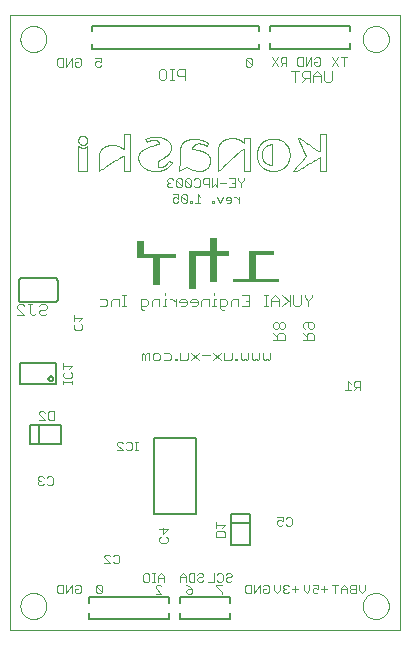
<source format=gbo>
G75*
G70*
%OFA0B0*%
%FSLAX24Y24*%
%IPPOS*%
%LPD*%
%AMOC8*
5,1,8,0,0,1.08239X$1,22.5*
%
%ADD10C,0.0000*%
%ADD11C,0.0030*%
%ADD12C,0.0080*%
%ADD13C,0.0050*%
%ADD14C,0.0039*%
%ADD15C,0.0001*%
%ADD16C,0.0060*%
D10*
X000519Y000100D02*
X000519Y020572D01*
X013511Y020572D01*
X013511Y000100D01*
X000519Y000100D01*
X000873Y000887D02*
X000875Y000928D01*
X000881Y000969D01*
X000891Y001009D01*
X000904Y001048D01*
X000921Y001085D01*
X000942Y001121D01*
X000966Y001155D01*
X000993Y001186D01*
X001022Y001214D01*
X001055Y001240D01*
X001089Y001262D01*
X001126Y001281D01*
X001164Y001296D01*
X001204Y001308D01*
X001244Y001316D01*
X001285Y001320D01*
X001327Y001320D01*
X001368Y001316D01*
X001408Y001308D01*
X001448Y001296D01*
X001486Y001281D01*
X001522Y001262D01*
X001557Y001240D01*
X001590Y001214D01*
X001619Y001186D01*
X001646Y001155D01*
X001670Y001121D01*
X001691Y001085D01*
X001708Y001048D01*
X001721Y001009D01*
X001731Y000969D01*
X001737Y000928D01*
X001739Y000887D01*
X001737Y000846D01*
X001731Y000805D01*
X001721Y000765D01*
X001708Y000726D01*
X001691Y000689D01*
X001670Y000653D01*
X001646Y000619D01*
X001619Y000588D01*
X001590Y000560D01*
X001557Y000534D01*
X001523Y000512D01*
X001486Y000493D01*
X001448Y000478D01*
X001408Y000466D01*
X001368Y000458D01*
X001327Y000454D01*
X001285Y000454D01*
X001244Y000458D01*
X001204Y000466D01*
X001164Y000478D01*
X001126Y000493D01*
X001090Y000512D01*
X001055Y000534D01*
X001022Y000560D01*
X000993Y000588D01*
X000966Y000619D01*
X000942Y000653D01*
X000921Y000689D01*
X000904Y000726D01*
X000891Y000765D01*
X000881Y000805D01*
X000875Y000846D01*
X000873Y000887D01*
X006499Y011500D02*
X006499Y012719D01*
X007187Y012719D01*
X007187Y013162D01*
X007387Y013162D01*
X007387Y012719D01*
X007783Y012719D01*
X007783Y012597D01*
X007387Y012597D01*
X007387Y011705D01*
X007184Y011705D01*
X007184Y012602D01*
X006700Y012602D01*
X006700Y011500D01*
X006499Y011500D01*
X006012Y012513D02*
X005484Y012513D01*
X005484Y011625D01*
X005296Y011625D01*
X005296Y012511D01*
X004765Y012513D01*
X004765Y013052D01*
X004955Y013052D01*
X004955Y012615D01*
X006012Y012615D01*
X006012Y012513D01*
X007952Y011804D02*
X007952Y011705D01*
X009473Y011705D01*
X009473Y011802D01*
X008695Y011802D01*
X008695Y012622D01*
X009306Y012622D01*
X009306Y012719D01*
X008480Y012719D01*
X008480Y011804D01*
X007952Y011804D01*
X012290Y019785D02*
X012292Y019826D01*
X012298Y019867D01*
X012308Y019907D01*
X012321Y019946D01*
X012338Y019983D01*
X012359Y020019D01*
X012383Y020053D01*
X012410Y020084D01*
X012439Y020112D01*
X012472Y020138D01*
X012506Y020160D01*
X012543Y020179D01*
X012581Y020194D01*
X012621Y020206D01*
X012661Y020214D01*
X012702Y020218D01*
X012744Y020218D01*
X012785Y020214D01*
X012825Y020206D01*
X012865Y020194D01*
X012903Y020179D01*
X012939Y020160D01*
X012974Y020138D01*
X013007Y020112D01*
X013036Y020084D01*
X013063Y020053D01*
X013087Y020019D01*
X013108Y019983D01*
X013125Y019946D01*
X013138Y019907D01*
X013148Y019867D01*
X013154Y019826D01*
X013156Y019785D01*
X013154Y019744D01*
X013148Y019703D01*
X013138Y019663D01*
X013125Y019624D01*
X013108Y019587D01*
X013087Y019551D01*
X013063Y019517D01*
X013036Y019486D01*
X013007Y019458D01*
X012974Y019432D01*
X012940Y019410D01*
X012903Y019391D01*
X012865Y019376D01*
X012825Y019364D01*
X012785Y019356D01*
X012744Y019352D01*
X012702Y019352D01*
X012661Y019356D01*
X012621Y019364D01*
X012581Y019376D01*
X012543Y019391D01*
X012507Y019410D01*
X012472Y019432D01*
X012439Y019458D01*
X012410Y019486D01*
X012383Y019517D01*
X012359Y019551D01*
X012338Y019587D01*
X012321Y019624D01*
X012308Y019663D01*
X012298Y019703D01*
X012292Y019744D01*
X012290Y019785D01*
X000873Y019785D02*
X000875Y019826D01*
X000881Y019867D01*
X000891Y019907D01*
X000904Y019946D01*
X000921Y019983D01*
X000942Y020019D01*
X000966Y020053D01*
X000993Y020084D01*
X001022Y020112D01*
X001055Y020138D01*
X001089Y020160D01*
X001126Y020179D01*
X001164Y020194D01*
X001204Y020206D01*
X001244Y020214D01*
X001285Y020218D01*
X001327Y020218D01*
X001368Y020214D01*
X001408Y020206D01*
X001448Y020194D01*
X001486Y020179D01*
X001522Y020160D01*
X001557Y020138D01*
X001590Y020112D01*
X001619Y020084D01*
X001646Y020053D01*
X001670Y020019D01*
X001691Y019983D01*
X001708Y019946D01*
X001721Y019907D01*
X001731Y019867D01*
X001737Y019826D01*
X001739Y019785D01*
X001737Y019744D01*
X001731Y019703D01*
X001721Y019663D01*
X001708Y019624D01*
X001691Y019587D01*
X001670Y019551D01*
X001646Y019517D01*
X001619Y019486D01*
X001590Y019458D01*
X001557Y019432D01*
X001523Y019410D01*
X001486Y019391D01*
X001448Y019376D01*
X001408Y019364D01*
X001368Y019356D01*
X001327Y019352D01*
X001285Y019352D01*
X001244Y019356D01*
X001204Y019364D01*
X001164Y019376D01*
X001126Y019391D01*
X001090Y019410D01*
X001055Y019432D01*
X001022Y019458D01*
X000993Y019486D01*
X000966Y019517D01*
X000942Y019551D01*
X000921Y019587D01*
X000904Y019624D01*
X000891Y019663D01*
X000881Y019703D01*
X000875Y019744D01*
X000873Y019785D01*
X012290Y000887D02*
X012292Y000928D01*
X012298Y000969D01*
X012308Y001009D01*
X012321Y001048D01*
X012338Y001085D01*
X012359Y001121D01*
X012383Y001155D01*
X012410Y001186D01*
X012439Y001214D01*
X012472Y001240D01*
X012506Y001262D01*
X012543Y001281D01*
X012581Y001296D01*
X012621Y001308D01*
X012661Y001316D01*
X012702Y001320D01*
X012744Y001320D01*
X012785Y001316D01*
X012825Y001308D01*
X012865Y001296D01*
X012903Y001281D01*
X012939Y001262D01*
X012974Y001240D01*
X013007Y001214D01*
X013036Y001186D01*
X013063Y001155D01*
X013087Y001121D01*
X013108Y001085D01*
X013125Y001048D01*
X013138Y001009D01*
X013148Y000969D01*
X013154Y000928D01*
X013156Y000887D01*
X013154Y000846D01*
X013148Y000805D01*
X013138Y000765D01*
X013125Y000726D01*
X013108Y000689D01*
X013087Y000653D01*
X013063Y000619D01*
X013036Y000588D01*
X013007Y000560D01*
X012974Y000534D01*
X012940Y000512D01*
X012903Y000493D01*
X012865Y000478D01*
X012825Y000466D01*
X012785Y000458D01*
X012744Y000454D01*
X012702Y000454D01*
X012661Y000458D01*
X012621Y000466D01*
X012581Y000478D01*
X012543Y000493D01*
X012507Y000512D01*
X012472Y000534D01*
X012439Y000560D01*
X012410Y000588D01*
X012383Y000619D01*
X012359Y000653D01*
X012338Y000689D01*
X012321Y000726D01*
X012308Y000765D01*
X012298Y000805D01*
X012292Y000846D01*
X012290Y000887D01*
D11*
X012252Y001311D02*
X012155Y001407D01*
X012155Y001601D01*
X012054Y001601D02*
X012054Y001311D01*
X011909Y001311D01*
X011861Y001359D01*
X011861Y001407D01*
X011909Y001456D01*
X012054Y001456D01*
X011909Y001456D02*
X011861Y001504D01*
X011861Y001553D01*
X011909Y001601D01*
X012054Y001601D01*
X012349Y001601D02*
X012349Y001407D01*
X012252Y001311D01*
X011760Y001311D02*
X011760Y001504D01*
X011663Y001601D01*
X011566Y001504D01*
X011566Y001311D01*
X011566Y001456D02*
X011760Y001456D01*
X011465Y001601D02*
X011271Y001601D01*
X011368Y001601D02*
X011368Y001311D01*
X011099Y001456D02*
X010906Y001456D01*
X010805Y001456D02*
X010708Y001504D01*
X010659Y001504D01*
X010611Y001456D01*
X010611Y001359D01*
X010659Y001311D01*
X010756Y001311D01*
X010805Y001359D01*
X010805Y001456D02*
X010805Y001601D01*
X010611Y001601D01*
X010510Y001601D02*
X010510Y001407D01*
X010413Y001311D01*
X010316Y001407D01*
X010316Y001601D01*
X010119Y001456D02*
X009925Y001456D01*
X010022Y001553D02*
X010022Y001359D01*
X009824Y001359D02*
X009776Y001311D01*
X009679Y001311D01*
X009631Y001359D01*
X009631Y001407D01*
X009679Y001456D01*
X009728Y001456D01*
X009679Y001456D02*
X009631Y001504D01*
X009631Y001553D01*
X009679Y001601D01*
X009776Y001601D01*
X009824Y001553D01*
X009530Y001601D02*
X009530Y001407D01*
X009433Y001311D01*
X009336Y001407D01*
X009336Y001601D01*
X009148Y001551D02*
X009148Y001357D01*
X009100Y001309D01*
X009003Y001309D01*
X008955Y001357D01*
X008955Y001454D01*
X009052Y001454D01*
X009148Y001551D02*
X009100Y001599D01*
X009003Y001599D01*
X008955Y001551D01*
X008854Y001599D02*
X008660Y001309D01*
X008660Y001599D01*
X008559Y001599D02*
X008559Y001309D01*
X008414Y001309D01*
X008366Y001357D01*
X008366Y001551D01*
X008414Y001599D01*
X008559Y001599D01*
X008854Y001599D02*
X008854Y001309D01*
X007914Y001741D02*
X007866Y001693D01*
X007769Y001693D01*
X007721Y001741D01*
X007721Y001789D01*
X007769Y001838D01*
X007866Y001838D01*
X007914Y001886D01*
X007914Y001935D01*
X007866Y001983D01*
X007769Y001983D01*
X007721Y001935D01*
X007620Y001935D02*
X007620Y001741D01*
X007571Y001693D01*
X007474Y001693D01*
X007426Y001741D01*
X007325Y001693D02*
X007325Y001983D01*
X007426Y001935D02*
X007474Y001983D01*
X007571Y001983D01*
X007620Y001935D01*
X007600Y001589D02*
X007406Y001589D01*
X007406Y001541D01*
X007600Y001347D01*
X007600Y001299D01*
X007325Y001693D02*
X007131Y001693D01*
X006969Y001741D02*
X006921Y001693D01*
X006824Y001693D01*
X006776Y001741D01*
X006776Y001789D01*
X006824Y001838D01*
X006921Y001838D01*
X006969Y001886D01*
X006969Y001935D01*
X006921Y001983D01*
X006824Y001983D01*
X006776Y001935D01*
X006675Y001983D02*
X006530Y001983D01*
X006481Y001935D01*
X006481Y001741D01*
X006530Y001693D01*
X006675Y001693D01*
X006675Y001983D01*
X006499Y001541D02*
X006596Y001444D01*
X006451Y001444D01*
X006402Y001396D01*
X006402Y001347D01*
X006451Y001299D01*
X006548Y001299D01*
X006596Y001347D01*
X006596Y001444D01*
X006499Y001541D02*
X006402Y001589D01*
X006380Y001693D02*
X006380Y001886D01*
X006283Y001983D01*
X006186Y001886D01*
X006186Y001693D01*
X006186Y001838D02*
X006380Y001838D01*
X005660Y001830D02*
X005467Y001830D01*
X005467Y001878D02*
X005467Y001685D01*
X005366Y001685D02*
X005269Y001685D01*
X005317Y001685D02*
X005317Y001975D01*
X005269Y001975D02*
X005366Y001975D01*
X005467Y001878D02*
X005564Y001975D01*
X005660Y001878D01*
X005660Y001685D01*
X005524Y001589D02*
X005572Y001541D01*
X005524Y001589D02*
X005427Y001589D01*
X005379Y001541D01*
X005379Y001492D01*
X005572Y001299D01*
X005379Y001299D01*
X005121Y001685D02*
X005024Y001685D01*
X004976Y001733D01*
X004976Y001927D01*
X005024Y001975D01*
X005121Y001975D01*
X005169Y001927D01*
X005169Y001733D01*
X005121Y001685D01*
X005544Y003004D02*
X005495Y003052D01*
X005495Y003149D01*
X005544Y003198D01*
X005640Y003299D02*
X005640Y003492D01*
X005495Y003444D02*
X005785Y003444D01*
X005640Y003299D01*
X005737Y003198D02*
X005785Y003149D01*
X005785Y003052D01*
X005737Y003004D01*
X005544Y003004D01*
X004159Y002556D02*
X004159Y002362D01*
X004111Y002314D01*
X004014Y002314D01*
X003966Y002362D01*
X003865Y002314D02*
X003671Y002507D01*
X003671Y002556D01*
X003719Y002604D01*
X003816Y002604D01*
X003865Y002556D01*
X003966Y002556D02*
X004014Y002604D01*
X004111Y002604D01*
X004159Y002556D01*
X003865Y002314D02*
X003671Y002314D01*
X003551Y001601D02*
X003455Y001601D01*
X003406Y001553D01*
X003600Y001359D01*
X003551Y001311D01*
X003455Y001311D01*
X003406Y001359D01*
X003406Y001553D01*
X003551Y001601D02*
X003600Y001553D01*
X003600Y001359D01*
X002889Y001357D02*
X002840Y001309D01*
X002743Y001309D01*
X002695Y001357D01*
X002695Y001454D01*
X002792Y001454D01*
X002889Y001551D02*
X002840Y001599D01*
X002743Y001599D01*
X002695Y001551D01*
X002594Y001599D02*
X002400Y001309D01*
X002400Y001599D01*
X002299Y001599D02*
X002299Y001309D01*
X002154Y001309D01*
X002106Y001357D01*
X002106Y001551D01*
X002154Y001599D01*
X002299Y001599D01*
X002594Y001599D02*
X002594Y001309D01*
X002889Y001357D02*
X002889Y001551D01*
X001897Y004919D02*
X001800Y004919D01*
X001752Y004967D01*
X001651Y004967D02*
X001602Y004919D01*
X001506Y004919D01*
X001457Y004967D01*
X001457Y005016D01*
X001506Y005064D01*
X001554Y005064D01*
X001506Y005064D02*
X001457Y005113D01*
X001457Y005161D01*
X001506Y005209D01*
X001602Y005209D01*
X001651Y005161D01*
X001752Y005161D02*
X001800Y005209D01*
X001897Y005209D01*
X001945Y005161D01*
X001945Y004967D01*
X001897Y004919D01*
X001838Y007090D02*
X001789Y007139D01*
X001789Y007332D01*
X001838Y007381D01*
X001983Y007381D01*
X001983Y007090D01*
X001838Y007090D01*
X001688Y007090D02*
X001495Y007284D01*
X001495Y007332D01*
X001543Y007381D01*
X001640Y007381D01*
X001688Y007332D01*
X001688Y007090D02*
X001495Y007090D01*
X002304Y008294D02*
X002304Y008391D01*
X002304Y008342D02*
X002594Y008342D01*
X002594Y008294D02*
X002594Y008391D01*
X002546Y008490D02*
X002353Y008490D01*
X002304Y008539D01*
X002304Y008635D01*
X002353Y008684D01*
X002304Y008785D02*
X002304Y008978D01*
X002304Y008882D02*
X002594Y008882D01*
X002498Y008785D01*
X002546Y008684D02*
X002594Y008635D01*
X002594Y008539D01*
X002546Y008490D01*
X002698Y010101D02*
X002650Y010150D01*
X002650Y010246D01*
X002698Y010295D01*
X002650Y010396D02*
X002650Y010589D01*
X002650Y010493D02*
X002940Y010493D01*
X002843Y010396D01*
X002892Y010295D02*
X002940Y010246D01*
X002940Y010150D01*
X002892Y010101D01*
X002698Y010101D01*
X003530Y010883D02*
X003715Y010883D01*
X003777Y010944D01*
X003777Y011068D01*
X003715Y011130D01*
X003530Y011130D01*
X003898Y011068D02*
X003898Y010883D01*
X003898Y011068D02*
X003960Y011130D01*
X004145Y011130D01*
X004145Y010883D01*
X004267Y010883D02*
X004391Y010883D01*
X004329Y010883D02*
X004329Y011253D01*
X004391Y011253D02*
X004267Y011253D01*
X004881Y011130D02*
X004881Y010821D01*
X004942Y010759D01*
X005004Y010759D01*
X005066Y010883D02*
X004881Y010883D01*
X004881Y011130D02*
X005066Y011130D01*
X005128Y011068D01*
X005128Y010944D01*
X005066Y010883D01*
X005249Y010883D02*
X005249Y011068D01*
X005311Y011130D01*
X005496Y011130D01*
X005496Y010883D01*
X005618Y010883D02*
X005741Y010883D01*
X005680Y010883D02*
X005680Y011130D01*
X005741Y011130D01*
X005863Y011130D02*
X005925Y011130D01*
X006048Y011006D01*
X006170Y011006D02*
X006417Y011006D01*
X006417Y010944D02*
X006417Y011068D01*
X006355Y011130D01*
X006231Y011130D01*
X006170Y011068D01*
X006170Y011006D01*
X006231Y010883D02*
X006355Y010883D01*
X006417Y010944D01*
X006538Y011006D02*
X006785Y011006D01*
X006785Y010944D02*
X006785Y011068D01*
X006723Y011130D01*
X006600Y011130D01*
X006538Y011068D01*
X006538Y011006D01*
X006600Y010883D02*
X006723Y010883D01*
X006785Y010944D01*
X006906Y010883D02*
X006906Y011068D01*
X006968Y011130D01*
X007153Y011130D01*
X007153Y010883D01*
X007275Y010883D02*
X007399Y010883D01*
X007337Y010883D02*
X007337Y011130D01*
X007399Y011130D01*
X007520Y011130D02*
X007520Y010821D01*
X007582Y010759D01*
X007644Y010759D01*
X007705Y010883D02*
X007520Y010883D01*
X007705Y010883D02*
X007767Y010944D01*
X007767Y011068D01*
X007705Y011130D01*
X007520Y011130D01*
X007337Y011253D02*
X007337Y011315D01*
X007889Y011068D02*
X007889Y010883D01*
X007889Y011068D02*
X007950Y011130D01*
X008135Y011130D01*
X008135Y010883D01*
X008257Y010883D02*
X008504Y010883D01*
X008504Y011253D01*
X008257Y011253D01*
X008380Y011068D02*
X008504Y011068D01*
X008994Y011253D02*
X009118Y011253D01*
X009056Y011253D02*
X009056Y010883D01*
X009118Y010883D02*
X008994Y010883D01*
X009239Y010883D02*
X009239Y011130D01*
X009362Y011253D01*
X009486Y011130D01*
X009486Y010883D01*
X009607Y010883D02*
X009792Y011068D01*
X009854Y011006D02*
X009607Y011253D01*
X009486Y011068D02*
X009239Y011068D01*
X009369Y010362D02*
X009307Y010300D01*
X009307Y010177D01*
X009369Y010115D01*
X009431Y010115D01*
X009492Y010177D01*
X009492Y010300D01*
X009431Y010362D01*
X009369Y010362D01*
X009492Y010300D02*
X009554Y010362D01*
X009616Y010362D01*
X009678Y010300D01*
X009678Y010177D01*
X009616Y010115D01*
X009554Y010115D01*
X009492Y010177D01*
X009492Y009994D02*
X009431Y009932D01*
X009431Y009747D01*
X009431Y009870D02*
X009307Y009994D01*
X009492Y009994D02*
X009616Y009994D01*
X009678Y009932D01*
X009678Y009747D01*
X009307Y009747D01*
X009210Y009319D02*
X009210Y009133D01*
X009148Y009072D01*
X009086Y009133D01*
X009024Y009072D01*
X008963Y009133D01*
X008963Y009319D01*
X008841Y009319D02*
X008841Y009133D01*
X008780Y009072D01*
X008718Y009133D01*
X008656Y009072D01*
X008594Y009133D01*
X008594Y009319D01*
X008473Y009319D02*
X008473Y009133D01*
X008411Y009072D01*
X008350Y009133D01*
X008288Y009072D01*
X008226Y009133D01*
X008226Y009319D01*
X008105Y009133D02*
X008043Y009133D01*
X008043Y009072D01*
X008105Y009072D01*
X008105Y009133D01*
X007921Y009133D02*
X007921Y009319D01*
X007921Y009133D02*
X007859Y009072D01*
X007674Y009072D01*
X007674Y009319D01*
X007552Y009319D02*
X007305Y009072D01*
X007184Y009257D02*
X006937Y009257D01*
X006816Y009319D02*
X006569Y009072D01*
X006447Y009133D02*
X006386Y009072D01*
X006200Y009072D01*
X006200Y009319D01*
X006079Y009133D02*
X006017Y009133D01*
X006017Y009072D01*
X006079Y009072D01*
X006079Y009133D01*
X005895Y009133D02*
X005833Y009072D01*
X005648Y009072D01*
X005527Y009133D02*
X005465Y009072D01*
X005341Y009072D01*
X005280Y009133D01*
X005280Y009257D01*
X005341Y009319D01*
X005465Y009319D01*
X005527Y009257D01*
X005527Y009133D01*
X005648Y009319D02*
X005833Y009319D01*
X005895Y009257D01*
X005895Y009133D01*
X006447Y009133D02*
X006447Y009319D01*
X006569Y009319D02*
X006816Y009072D01*
X007305Y009319D02*
X007552Y009072D01*
X006048Y010883D02*
X006048Y011130D01*
X005680Y011253D02*
X005680Y011315D01*
X005158Y009319D02*
X005096Y009319D01*
X005035Y009257D01*
X004973Y009319D01*
X004911Y009257D01*
X004911Y009072D01*
X005035Y009072D02*
X005035Y009257D01*
X005158Y009319D02*
X005158Y009072D01*
X004778Y006364D02*
X004681Y006364D01*
X004729Y006364D02*
X004729Y006074D01*
X004681Y006074D02*
X004778Y006074D01*
X004581Y006123D02*
X004533Y006074D01*
X004436Y006074D01*
X004388Y006123D01*
X004287Y006074D02*
X004093Y006268D01*
X004093Y006316D01*
X004141Y006364D01*
X004238Y006364D01*
X004287Y006316D01*
X004388Y006316D02*
X004436Y006364D01*
X004533Y006364D01*
X004581Y006316D01*
X004581Y006123D01*
X004287Y006074D02*
X004093Y006074D01*
X001684Y010584D02*
X001561Y010584D01*
X001499Y010646D01*
X001499Y010707D01*
X001561Y010769D01*
X001684Y010769D01*
X001746Y010831D01*
X001746Y010892D01*
X001684Y010954D01*
X001561Y010954D01*
X001499Y010892D01*
X001378Y010646D02*
X001316Y010584D01*
X001254Y010584D01*
X001193Y010646D01*
X001193Y010954D01*
X001254Y010954D02*
X001131Y010954D01*
X001009Y010892D02*
X000948Y010954D01*
X000824Y010954D01*
X000763Y010892D01*
X000763Y010831D01*
X001009Y010584D01*
X000763Y010584D01*
X001684Y010584D02*
X001746Y010646D01*
X005823Y014854D02*
X005920Y014854D01*
X005968Y014902D01*
X006070Y014902D02*
X006118Y014854D01*
X006215Y014854D01*
X006263Y014902D01*
X006070Y015096D01*
X006070Y014902D01*
X006070Y015096D02*
X006118Y015144D01*
X006215Y015144D01*
X006263Y015096D01*
X006263Y014902D01*
X006364Y014902D02*
X006413Y014854D01*
X006509Y014854D01*
X006558Y014902D01*
X006364Y015096D01*
X006364Y014902D01*
X006364Y015096D02*
X006413Y015144D01*
X006509Y015144D01*
X006558Y015096D01*
X006558Y014902D01*
X006659Y014902D02*
X006707Y014854D01*
X006804Y014854D01*
X006852Y014902D01*
X006852Y015096D01*
X006804Y015144D01*
X006707Y015144D01*
X006659Y015096D01*
X006954Y015096D02*
X006954Y014999D01*
X007002Y014951D01*
X007147Y014951D01*
X007147Y014854D02*
X007147Y015144D01*
X007002Y015144D01*
X006954Y015096D01*
X007248Y015144D02*
X007248Y014854D01*
X007345Y014951D01*
X007442Y014854D01*
X007442Y015144D01*
X007543Y014999D02*
X007736Y014999D01*
X007838Y014854D02*
X008031Y014854D01*
X008031Y015144D01*
X007838Y015144D01*
X007934Y014999D02*
X008031Y014999D01*
X008132Y015096D02*
X008132Y015144D01*
X008132Y015096D02*
X008229Y014999D01*
X008229Y014854D01*
X008229Y014999D02*
X008326Y015096D01*
X008326Y015144D01*
X008154Y014519D02*
X008154Y014325D01*
X008154Y014422D02*
X008057Y014519D01*
X008009Y014519D01*
X007908Y014470D02*
X007860Y014519D01*
X007763Y014519D01*
X007715Y014470D01*
X007715Y014422D01*
X007908Y014422D01*
X007908Y014470D02*
X007908Y014373D01*
X007860Y014325D01*
X007763Y014325D01*
X007614Y014519D02*
X007517Y014325D01*
X007420Y014519D01*
X007319Y014373D02*
X007271Y014373D01*
X007271Y014325D01*
X007319Y014325D01*
X007319Y014373D01*
X006877Y014325D02*
X006683Y014325D01*
X006780Y014325D02*
X006780Y014615D01*
X006877Y014519D01*
X006582Y014373D02*
X006534Y014373D01*
X006534Y014325D01*
X006582Y014325D01*
X006582Y014373D01*
X006435Y014373D02*
X006435Y014567D01*
X006387Y014615D01*
X006290Y014615D01*
X006242Y014567D01*
X006435Y014373D01*
X006387Y014325D01*
X006290Y014325D01*
X006242Y014373D01*
X006242Y014567D01*
X006140Y014615D02*
X006140Y014470D01*
X006044Y014519D01*
X005995Y014519D01*
X005947Y014470D01*
X005947Y014373D01*
X005995Y014325D01*
X006092Y014325D01*
X006140Y014373D01*
X006140Y014615D02*
X005947Y014615D01*
X005823Y014854D02*
X005775Y014902D01*
X005775Y014951D01*
X005823Y014999D01*
X005872Y014999D01*
X005823Y014999D02*
X005775Y015048D01*
X005775Y015096D01*
X005823Y015144D01*
X005920Y015144D01*
X005968Y015096D01*
X005981Y018416D02*
X005857Y018416D01*
X005919Y018416D02*
X005919Y018786D01*
X005981Y018786D02*
X005857Y018786D01*
X005735Y018724D02*
X005735Y018478D01*
X005674Y018416D01*
X005550Y018416D01*
X005488Y018478D01*
X005488Y018724D01*
X005550Y018786D01*
X005674Y018786D01*
X005735Y018724D01*
X006102Y018724D02*
X006102Y018601D01*
X006164Y018539D01*
X006349Y018539D01*
X006349Y018416D02*
X006349Y018786D01*
X006164Y018786D01*
X006102Y018724D01*
X008391Y018918D02*
X008439Y018870D01*
X008536Y018870D01*
X008584Y018918D01*
X008391Y019112D01*
X008391Y018918D01*
X008391Y019112D02*
X008439Y019160D01*
X008536Y019160D01*
X008584Y019112D01*
X008584Y018918D01*
X009251Y018889D02*
X009445Y019180D01*
X009546Y019131D02*
X009546Y019035D01*
X009594Y018986D01*
X009739Y018986D01*
X009643Y018986D02*
X009546Y018889D01*
X009445Y018889D02*
X009251Y019180D01*
X009546Y019131D02*
X009594Y019180D01*
X009739Y019180D01*
X009739Y018889D01*
X009898Y018727D02*
X010145Y018727D01*
X010022Y018727D02*
X010022Y018357D01*
X010267Y018357D02*
X010390Y018480D01*
X010328Y018480D02*
X010514Y018480D01*
X010514Y018357D02*
X010514Y018727D01*
X010328Y018727D01*
X010267Y018665D01*
X010267Y018542D01*
X010328Y018480D01*
X010282Y018889D02*
X010136Y018889D01*
X010088Y018938D01*
X010088Y019131D01*
X010136Y019180D01*
X010282Y019180D01*
X010282Y018889D01*
X010383Y018889D02*
X010383Y019180D01*
X010576Y019180D02*
X010383Y018889D01*
X010576Y018889D02*
X010576Y019180D01*
X010677Y019131D02*
X010726Y019180D01*
X010823Y019180D01*
X010871Y019131D01*
X010871Y018938D01*
X010823Y018889D01*
X010726Y018889D01*
X010677Y018938D01*
X010677Y019035D01*
X010774Y019035D01*
X010758Y018727D02*
X010635Y018604D01*
X010635Y018357D01*
X010635Y018542D02*
X010882Y018542D01*
X010882Y018604D02*
X010758Y018727D01*
X010882Y018604D02*
X010882Y018357D01*
X011003Y018418D02*
X011003Y018727D01*
X011003Y018418D02*
X011065Y018357D01*
X011188Y018357D01*
X011250Y018418D01*
X011250Y018727D01*
X011259Y018889D02*
X011453Y019180D01*
X011554Y019180D02*
X011747Y019180D01*
X011650Y019180D02*
X011650Y018889D01*
X011453Y018889D02*
X011259Y019180D01*
X010591Y011253D02*
X010591Y011191D01*
X010467Y011068D01*
X010467Y010883D01*
X010467Y011068D02*
X010344Y011191D01*
X010344Y011253D01*
X010223Y011253D02*
X010223Y010944D01*
X010161Y010883D01*
X010037Y010883D01*
X009976Y010944D01*
X009976Y011253D01*
X009854Y011253D02*
X009854Y010883D01*
X010353Y010362D02*
X010292Y010300D01*
X010292Y010177D01*
X010353Y010115D01*
X010292Y009994D02*
X010415Y009870D01*
X010415Y009932D02*
X010415Y009747D01*
X010292Y009747D02*
X010662Y009747D01*
X010662Y009932D01*
X010600Y009994D01*
X010477Y009994D01*
X010415Y009932D01*
X010538Y010115D02*
X010477Y010177D01*
X010477Y010362D01*
X010600Y010362D02*
X010353Y010362D01*
X010600Y010362D02*
X010662Y010300D01*
X010662Y010177D01*
X010600Y010115D01*
X010538Y010115D01*
X011790Y008379D02*
X011790Y008088D01*
X011887Y008088D02*
X011693Y008088D01*
X011887Y008282D02*
X011790Y008379D01*
X011988Y008330D02*
X011988Y008233D01*
X012036Y008185D01*
X012182Y008185D01*
X012182Y008088D02*
X012182Y008379D01*
X012036Y008379D01*
X011988Y008330D01*
X012085Y008185D02*
X011988Y008088D01*
X009869Y003851D02*
X009773Y003851D01*
X009724Y003802D01*
X009623Y003851D02*
X009623Y003705D01*
X009526Y003754D01*
X009478Y003754D01*
X009430Y003705D01*
X009430Y003609D01*
X009478Y003560D01*
X009575Y003560D01*
X009623Y003609D01*
X009724Y003609D02*
X009773Y003560D01*
X009869Y003560D01*
X009918Y003609D01*
X009918Y003802D01*
X009869Y003851D01*
X009623Y003851D02*
X009430Y003851D01*
X011002Y001553D02*
X011002Y001359D01*
X007681Y003203D02*
X007681Y003348D01*
X007633Y003396D01*
X007439Y003396D01*
X007391Y003348D01*
X007391Y003203D01*
X007681Y003203D01*
X007584Y003498D02*
X007681Y003594D01*
X007391Y003594D01*
X007391Y003498D02*
X007391Y003691D01*
X003516Y018870D02*
X003564Y018918D01*
X003516Y018870D02*
X003419Y018870D01*
X003371Y018918D01*
X003371Y019015D01*
X003419Y019063D01*
X003468Y019063D01*
X003564Y019015D01*
X003564Y019160D01*
X003371Y019160D01*
X002879Y019112D02*
X002879Y018918D01*
X002830Y018870D01*
X002734Y018870D01*
X002685Y018918D01*
X002685Y019015D01*
X002782Y019015D01*
X002685Y019112D02*
X002734Y019160D01*
X002830Y019160D01*
X002879Y019112D01*
X002584Y019160D02*
X002584Y018870D01*
X002391Y018870D02*
X002391Y019160D01*
X002289Y019160D02*
X002289Y018870D01*
X002144Y018870D01*
X002096Y018918D01*
X002096Y019112D01*
X002144Y019160D01*
X002289Y019160D01*
X002584Y019160D02*
X002391Y018870D01*
D12*
X003255Y019450D02*
X008816Y019450D01*
X008816Y019618D01*
X009200Y019647D02*
X009200Y019450D01*
X011857Y019450D01*
X011857Y019647D01*
X011857Y020041D02*
X011857Y020208D01*
X009200Y020208D01*
X009200Y020051D01*
X008816Y020061D02*
X008816Y020208D01*
X003255Y020208D01*
X003255Y020061D01*
X003255Y019618D02*
X003255Y019450D01*
X003176Y001193D02*
X003176Y000996D01*
X003176Y001193D02*
X005834Y001193D01*
X005834Y000996D01*
X005834Y000651D02*
X005834Y000454D01*
X003176Y000454D01*
X003176Y000651D01*
X006178Y000651D02*
X006178Y000454D01*
X007851Y000454D01*
X007851Y000651D01*
X007851Y000996D02*
X007851Y001193D01*
X006178Y001193D01*
X006178Y000996D01*
D13*
X007881Y002935D02*
X008511Y002935D01*
X008511Y003663D01*
X007881Y003663D01*
X007881Y002935D01*
X007881Y003663D02*
X007881Y003958D01*
X008511Y003958D01*
X008511Y003663D01*
X006719Y003939D02*
X005342Y003939D01*
X005342Y006498D01*
X006719Y006498D01*
X006719Y003939D01*
X002212Y006281D02*
X002212Y006911D01*
X001483Y006911D01*
X001483Y006281D01*
X002212Y006281D01*
X001483Y006281D02*
X001188Y006281D01*
X001188Y006911D01*
X001483Y006911D01*
X002054Y008299D02*
X000873Y008299D01*
X000873Y008988D01*
X002054Y008988D01*
X002054Y008299D01*
X001810Y008466D02*
X001812Y008483D01*
X001818Y008499D01*
X001827Y008514D01*
X001839Y008526D01*
X001854Y008535D01*
X001870Y008541D01*
X001887Y008543D01*
X001904Y008541D01*
X001920Y008535D01*
X001935Y008526D01*
X001947Y008514D01*
X001956Y008499D01*
X001962Y008483D01*
X001964Y008466D01*
X001962Y008449D01*
X001956Y008433D01*
X001947Y008418D01*
X001935Y008406D01*
X001920Y008397D01*
X001904Y008391D01*
X001887Y008389D01*
X001870Y008391D01*
X001854Y008397D01*
X001839Y008406D01*
X001827Y008418D01*
X001818Y008433D01*
X001812Y008449D01*
X001810Y008466D01*
D14*
X002800Y015383D02*
X002800Y015487D01*
X002800Y015592D01*
X002800Y015696D01*
X002800Y015801D01*
X002800Y015906D01*
X002800Y016010D01*
X002800Y016115D01*
X002800Y016219D01*
X002806Y016215D01*
X002811Y016211D01*
X002817Y016207D01*
X002822Y016203D01*
X002828Y016199D01*
X002834Y016196D01*
X002840Y016193D01*
X002846Y016189D01*
X002852Y016187D01*
X002858Y016184D01*
X002865Y016181D01*
X002871Y016179D01*
X002878Y016176D01*
X002885Y016174D01*
X002891Y016172D01*
X002898Y016171D01*
X002905Y016169D01*
X002912Y016168D01*
X002919Y016167D01*
X002926Y016166D01*
X002933Y016165D01*
X002940Y016164D01*
X002947Y016164D01*
X002955Y016164D01*
X002962Y016164D01*
X002969Y016164D01*
X002977Y016165D01*
X002984Y016166D01*
X002991Y016167D01*
X002998Y016168D01*
X003005Y016169D01*
X003011Y016171D01*
X003018Y016172D01*
X003025Y016174D01*
X003032Y016176D01*
X003038Y016179D01*
X003045Y016181D01*
X003051Y016184D01*
X003057Y016187D01*
X003063Y016189D01*
X003070Y016193D01*
X003076Y016196D01*
X003081Y016199D01*
X003087Y016203D01*
X003093Y016207D01*
X003098Y016211D01*
X003104Y016215D01*
X003109Y016219D01*
X003109Y016115D01*
X003109Y016010D01*
X003109Y015906D01*
X003109Y015801D01*
X003109Y015696D01*
X003109Y015592D01*
X003109Y015487D01*
X003109Y015383D01*
X003071Y015383D01*
X003032Y015383D01*
X002993Y015383D01*
X002955Y015383D01*
X002916Y015383D01*
X002878Y015383D01*
X002839Y015383D01*
X002800Y015383D01*
X002934Y016257D02*
X002944Y016256D01*
X002955Y016256D01*
X002965Y016256D01*
X002976Y016257D01*
X002986Y016259D01*
X002996Y016261D01*
X003005Y016264D01*
X003014Y016268D01*
X003024Y016272D01*
X003032Y016277D01*
X003040Y016282D01*
X003049Y016288D01*
X003056Y016294D01*
X003063Y016301D01*
X003070Y016308D01*
X003076Y016316D01*
X003082Y016324D01*
X003087Y016332D01*
X003092Y016341D01*
X003096Y016350D01*
X003100Y016359D01*
X003103Y016369D01*
X003105Y016379D01*
X003107Y016388D01*
X003108Y016399D01*
X003108Y016409D01*
X003108Y016420D01*
X003107Y016430D01*
X003105Y016440D01*
X003103Y016450D01*
X003100Y016460D01*
X003096Y016469D01*
X003092Y016478D01*
X003087Y016487D01*
X003082Y016495D01*
X003076Y016503D01*
X003070Y016511D01*
X003063Y016518D01*
X003056Y016525D01*
X003049Y016531D01*
X003040Y016536D01*
X003032Y016542D01*
X003024Y016547D01*
X003014Y016551D01*
X003005Y016554D01*
X002996Y016557D01*
X002986Y016559D01*
X002976Y016561D01*
X002965Y016563D01*
X002955Y016563D01*
X002944Y016563D01*
X002934Y016561D01*
X002924Y016559D01*
X002914Y016557D01*
X002904Y016554D01*
X002895Y016551D01*
X002886Y016547D01*
X002877Y016542D01*
X002869Y016536D01*
X002861Y016531D01*
X002853Y016525D01*
X002846Y016518D01*
X002839Y016511D01*
X002833Y016503D01*
X002828Y016495D01*
X002822Y016487D01*
X002817Y016478D01*
X002814Y016469D01*
X002810Y016460D01*
X002807Y016450D01*
X002805Y016440D01*
X002803Y016430D01*
X002802Y016420D01*
X002802Y016409D01*
X002802Y016399D01*
X002803Y016388D01*
X002805Y016379D01*
X002807Y016369D01*
X002810Y016359D01*
X002814Y016350D01*
X002817Y016341D01*
X002822Y016332D01*
X002828Y016324D01*
X002833Y016316D01*
X002839Y016308D01*
X002846Y016301D01*
X002853Y016294D01*
X002861Y016288D01*
X002869Y016282D01*
X002877Y016277D01*
X002886Y016272D01*
X002895Y016268D01*
X002904Y016264D01*
X002914Y016261D01*
X002924Y016259D01*
X002934Y016257D01*
X003520Y016026D02*
X003515Y016013D01*
X003510Y016000D01*
X003506Y015986D01*
X003502Y015972D01*
X003499Y015958D01*
X003496Y015943D01*
X003493Y015928D01*
X003491Y015913D01*
X003489Y015897D01*
X003488Y015880D01*
X003487Y015864D01*
X003486Y015847D01*
X003486Y015830D01*
X003486Y015775D01*
X003486Y015720D01*
X003486Y015665D01*
X003486Y015610D01*
X003486Y015555D01*
X003486Y015500D01*
X003486Y015444D01*
X003486Y015389D01*
X003499Y015398D01*
X003521Y015412D01*
X003542Y015426D01*
X003574Y015446D01*
X003611Y015471D01*
X003649Y015495D01*
X003693Y015523D01*
X003741Y015554D01*
X003788Y015584D01*
X003839Y015616D01*
X003890Y015648D01*
X003941Y015680D01*
X003993Y015712D01*
X004041Y015741D01*
X004090Y015770D01*
X004136Y015798D01*
X004176Y015821D01*
X004216Y015843D01*
X004250Y015862D01*
X004276Y015874D01*
X004301Y015886D01*
X004318Y015892D01*
X004323Y015889D01*
X004323Y015826D01*
X004323Y015764D01*
X004323Y015701D01*
X004323Y015639D01*
X004323Y015577D01*
X004323Y015514D01*
X004323Y015452D01*
X004323Y015389D01*
X004348Y015389D01*
X004373Y015389D01*
X004399Y015389D01*
X004424Y015389D01*
X004449Y015389D01*
X004474Y015389D01*
X004499Y015389D01*
X004525Y015389D01*
X004525Y015545D01*
X004525Y015701D01*
X004525Y015857D01*
X004525Y016013D01*
X004525Y016169D01*
X004525Y016325D01*
X004525Y016481D01*
X004525Y016637D01*
X004499Y016637D01*
X004474Y016637D01*
X004449Y016637D01*
X004424Y016637D01*
X004399Y016637D01*
X004373Y016637D01*
X004348Y016637D01*
X004323Y016637D01*
X004323Y016571D01*
X004323Y016505D01*
X004323Y016438D01*
X004323Y016372D01*
X004323Y016305D01*
X004323Y016239D01*
X004323Y016172D01*
X004323Y016106D01*
X004309Y016118D01*
X004296Y016130D01*
X004282Y016140D01*
X004267Y016151D01*
X004253Y016161D01*
X004238Y016170D01*
X004224Y016179D01*
X004208Y016187D01*
X004193Y016195D01*
X004178Y016202D01*
X004162Y016209D01*
X004146Y016215D01*
X004130Y016221D01*
X004113Y016227D01*
X004097Y016231D01*
X004080Y016236D01*
X004063Y016240D01*
X004045Y016243D01*
X004028Y016246D01*
X004010Y016248D01*
X003992Y016250D01*
X003974Y016251D01*
X003956Y016252D01*
X003937Y016252D01*
X003919Y016252D01*
X003901Y016251D01*
X003884Y016250D01*
X003867Y016249D01*
X003850Y016247D01*
X003834Y016245D01*
X003818Y016243D01*
X003803Y016240D01*
X003788Y016237D01*
X003773Y016234D01*
X003758Y016230D01*
X003744Y016225D01*
X003730Y016221D01*
X003717Y016216D01*
X003704Y016210D01*
X003691Y016205D01*
X003679Y016199D01*
X003667Y016192D01*
X003655Y016185D01*
X003644Y016178D01*
X003633Y016170D01*
X003622Y016163D01*
X003612Y016154D01*
X003603Y016145D01*
X003593Y016137D01*
X003584Y016127D01*
X003575Y016117D01*
X003567Y016107D01*
X003559Y016097D01*
X003552Y016086D01*
X003544Y016075D01*
X003538Y016063D01*
X003532Y016051D01*
X003526Y016039D01*
X003520Y016026D01*
X004801Y015866D02*
X004806Y015896D01*
X004815Y015924D01*
X004824Y015951D01*
X004837Y015976D01*
X004853Y015999D01*
X004870Y016022D01*
X004889Y016043D01*
X004912Y016061D01*
X004935Y016080D01*
X004961Y016097D01*
X004988Y016113D01*
X005016Y016129D01*
X005046Y016143D01*
X005077Y016157D01*
X005109Y016170D01*
X005142Y016183D01*
X005176Y016195D01*
X005210Y016207D01*
X005245Y016218D01*
X005280Y016230D01*
X005315Y016241D01*
X005350Y016252D01*
X005385Y016264D01*
X005391Y016266D01*
X005397Y016268D01*
X005403Y016270D01*
X005409Y016272D01*
X005415Y016274D01*
X005421Y016275D01*
X005427Y016277D01*
X005432Y016279D01*
X005437Y016280D01*
X005443Y016282D01*
X005448Y016283D01*
X005452Y016284D01*
X005457Y016285D01*
X005461Y016286D01*
X005465Y016287D01*
X005468Y016288D01*
X005471Y016289D01*
X005474Y016290D01*
X005477Y016291D01*
X005479Y016291D01*
X005480Y016292D01*
X005482Y016292D01*
X005483Y016293D01*
X005483Y016294D01*
X005483Y016296D01*
X005484Y016298D01*
X005484Y016301D01*
X005484Y016304D01*
X005484Y016308D01*
X005484Y016312D01*
X005484Y016315D01*
X005484Y016320D01*
X005483Y016325D01*
X005482Y016329D01*
X005481Y016335D01*
X005479Y016340D01*
X005477Y016345D01*
X005474Y016351D01*
X005471Y016357D01*
X005468Y016362D01*
X005464Y016368D01*
X005458Y016374D01*
X005453Y016380D01*
X005447Y016386D01*
X005440Y016391D01*
X005436Y016394D01*
X005432Y016397D01*
X005428Y016399D01*
X005424Y016401D01*
X005419Y016403D01*
X005415Y016405D01*
X005410Y016407D01*
X005405Y016408D01*
X005401Y016410D01*
X005396Y016411D01*
X005391Y016412D01*
X005386Y016413D01*
X005382Y016414D01*
X005377Y016415D01*
X005373Y016415D01*
X005368Y016416D01*
X005364Y016416D01*
X005360Y016417D01*
X005356Y016417D01*
X005352Y016417D01*
X005348Y016417D01*
X005345Y016417D01*
X005342Y016418D01*
X005339Y016418D01*
X005320Y016418D01*
X005303Y016417D01*
X005288Y016416D01*
X005272Y016416D01*
X005258Y016414D01*
X005246Y016413D01*
X005233Y016411D01*
X005221Y016410D01*
X005211Y016408D01*
X005200Y016406D01*
X005191Y016403D01*
X005182Y016401D01*
X005173Y016398D01*
X005165Y016395D01*
X005157Y016393D01*
X005149Y016390D01*
X005142Y016387D01*
X005135Y016383D01*
X005127Y016380D01*
X005120Y016377D01*
X005113Y016373D01*
X005105Y016370D01*
X005098Y016367D01*
X005090Y016363D01*
X005083Y016375D01*
X005077Y016386D01*
X005070Y016398D01*
X005064Y016410D01*
X005057Y016422D01*
X005050Y016433D01*
X005044Y016445D01*
X005037Y016457D01*
X005052Y016463D01*
X005067Y016469D01*
X005082Y016474D01*
X005097Y016480D01*
X005112Y016485D01*
X005127Y016490D01*
X005141Y016495D01*
X005156Y016499D01*
X005170Y016503D01*
X005184Y016507D01*
X005198Y016511D01*
X005212Y016514D01*
X005226Y016517D01*
X005240Y016520D01*
X005253Y016522D01*
X005267Y016524D01*
X005280Y016526D01*
X005293Y016528D01*
X005307Y016530D01*
X005320Y016531D01*
X005332Y016532D01*
X005345Y016532D01*
X005358Y016533D01*
X005370Y016533D01*
X005389Y016533D01*
X005406Y016532D01*
X005424Y016531D01*
X005441Y016530D01*
X005459Y016528D01*
X005475Y016526D01*
X005492Y016524D01*
X005509Y016521D01*
X005525Y016518D01*
X005541Y016515D01*
X005557Y016511D01*
X005572Y016506D01*
X005588Y016502D01*
X005603Y016497D01*
X005618Y016491D01*
X005633Y016486D01*
X005647Y016480D01*
X005661Y016473D01*
X005676Y016467D01*
X005689Y016460D01*
X005703Y016452D01*
X005716Y016444D01*
X005730Y016436D01*
X005743Y016427D01*
X005755Y016418D01*
X005767Y016409D01*
X005779Y016400D01*
X005790Y016391D01*
X005800Y016381D01*
X005810Y016372D01*
X005820Y016362D01*
X005828Y016352D01*
X005836Y016342D01*
X005844Y016332D01*
X005852Y016321D01*
X005858Y016311D01*
X005864Y016300D01*
X005870Y016289D01*
X005875Y016278D01*
X005880Y016267D01*
X005884Y016256D01*
X005887Y016245D01*
X005890Y016233D01*
X005893Y016222D01*
X005894Y016210D01*
X005896Y016198D01*
X005897Y016186D01*
X005897Y016173D01*
X005897Y016162D01*
X005896Y016151D01*
X005895Y016140D01*
X005893Y016129D01*
X005891Y016118D01*
X005889Y016107D01*
X005886Y016097D01*
X005883Y016086D01*
X005879Y016075D01*
X005876Y016065D01*
X005871Y016054D01*
X005866Y016044D01*
X005861Y016034D01*
X005855Y016024D01*
X005849Y016014D01*
X005843Y016003D01*
X005836Y015994D01*
X005828Y015984D01*
X005820Y015974D01*
X005812Y015964D01*
X005803Y015955D01*
X005794Y015945D01*
X005785Y015936D01*
X005775Y015926D01*
X005769Y015921D01*
X005763Y015915D01*
X005756Y015909D01*
X005749Y015904D01*
X005741Y015898D01*
X005734Y015892D01*
X005726Y015886D01*
X005717Y015879D01*
X005708Y015873D01*
X005699Y015867D01*
X005689Y015860D01*
X005679Y015853D01*
X005669Y015846D01*
X005659Y015840D01*
X005648Y015832D01*
X005636Y015825D01*
X005625Y015818D01*
X005612Y015811D01*
X005600Y015803D01*
X005587Y015795D01*
X005574Y015788D01*
X005561Y015780D01*
X005547Y015772D01*
X005532Y015764D01*
X005529Y015762D01*
X005526Y015760D01*
X005523Y015758D01*
X005520Y015757D01*
X005517Y015755D01*
X005514Y015753D01*
X005511Y015751D01*
X005508Y015750D01*
X005506Y015748D01*
X005503Y015747D01*
X005500Y015745D01*
X005498Y015743D01*
X005495Y015742D01*
X005492Y015740D01*
X005490Y015739D01*
X005487Y015737D01*
X005485Y015736D01*
X005483Y015734D01*
X005480Y015733D01*
X005478Y015732D01*
X005476Y015730D01*
X005474Y015729D01*
X005472Y015728D01*
X005470Y015726D01*
X005470Y015700D01*
X005470Y015674D01*
X005470Y015649D01*
X005470Y015623D01*
X005470Y015597D01*
X005470Y015571D01*
X005470Y015545D01*
X005470Y015519D01*
X005472Y015519D01*
X005473Y015518D01*
X005475Y015518D01*
X005477Y015517D01*
X005479Y015517D01*
X005481Y015517D01*
X005483Y015516D01*
X005485Y015516D01*
X005487Y015516D01*
X005489Y015515D01*
X005491Y015515D01*
X005493Y015515D01*
X005495Y015515D01*
X005497Y015515D01*
X005500Y015514D01*
X005502Y015514D01*
X005504Y015514D01*
X005506Y015514D01*
X005508Y015514D01*
X005510Y015514D01*
X005512Y015514D01*
X005515Y015514D01*
X005517Y015514D01*
X005519Y015514D01*
X005533Y015514D01*
X005547Y015515D01*
X005560Y015517D01*
X005574Y015519D01*
X005587Y015522D01*
X005601Y015527D01*
X005614Y015531D01*
X005627Y015537D01*
X005640Y015543D01*
X005653Y015550D01*
X005666Y015557D01*
X005679Y015566D01*
X005691Y015575D01*
X005704Y015585D01*
X005716Y015596D01*
X005729Y015607D01*
X005741Y015619D01*
X005753Y015632D01*
X005765Y015645D01*
X005777Y015659D01*
X005789Y015674D01*
X005801Y015690D01*
X005812Y015706D01*
X005824Y015724D01*
X005837Y015717D01*
X005850Y015710D01*
X005863Y015704D01*
X005876Y015697D01*
X005889Y015690D01*
X005902Y015684D01*
X005915Y015677D01*
X005928Y015670D01*
X005912Y015646D01*
X005895Y015624D01*
X005877Y015603D01*
X005859Y015582D01*
X005841Y015563D01*
X005821Y015545D01*
X005802Y015527D01*
X005782Y015511D01*
X005761Y015496D01*
X005740Y015481D01*
X005718Y015468D01*
X005695Y015456D01*
X005672Y015444D01*
X005649Y015433D01*
X005624Y015424D01*
X005600Y015416D01*
X005575Y015408D01*
X005549Y015402D01*
X005522Y015396D01*
X005495Y015392D01*
X005468Y015389D01*
X005440Y015386D01*
X005411Y015384D01*
X005382Y015384D01*
X005362Y015384D01*
X005342Y015385D01*
X005323Y015386D01*
X005304Y015388D01*
X005285Y015390D01*
X005266Y015392D01*
X005247Y015395D01*
X005229Y015399D01*
X005211Y015403D01*
X005193Y015407D01*
X005176Y015411D01*
X005159Y015417D01*
X005142Y015422D01*
X005125Y015429D01*
X005109Y015435D01*
X005092Y015442D01*
X005076Y015450D01*
X005061Y015458D01*
X005045Y015466D01*
X005030Y015475D01*
X005015Y015484D01*
X005000Y015494D01*
X004985Y015504D01*
X004971Y015515D01*
X004957Y015526D01*
X004944Y015537D01*
X004931Y015549D01*
X004919Y015560D01*
X004907Y015572D01*
X004897Y015584D01*
X004886Y015596D01*
X004876Y015608D01*
X004868Y015621D01*
X004859Y015634D01*
X004851Y015647D01*
X004844Y015660D01*
X004837Y015673D01*
X004830Y015687D01*
X004825Y015700D01*
X004820Y015714D01*
X004815Y015728D01*
X004812Y015743D01*
X004808Y015757D01*
X004806Y015772D01*
X004804Y015787D01*
X004802Y015802D01*
X004801Y015817D01*
X004801Y015833D01*
X004801Y015866D01*
X005482Y016292D02*
X005482Y016292D01*
X006198Y016150D02*
X006195Y016135D01*
X006193Y016120D01*
X006191Y016104D01*
X006189Y016088D01*
X006187Y016071D01*
X006186Y016054D01*
X006185Y016036D01*
X006184Y016018D01*
X006183Y015999D01*
X006183Y015980D01*
X006183Y015960D01*
X006183Y015930D01*
X006183Y015900D01*
X006183Y015870D01*
X006183Y015840D01*
X006183Y015810D01*
X006183Y015780D01*
X006183Y015750D01*
X006183Y015720D01*
X006183Y015703D01*
X006183Y015686D01*
X006182Y015670D01*
X006182Y015654D01*
X006181Y015638D01*
X006181Y015622D01*
X006180Y015607D01*
X006179Y015592D01*
X006178Y015578D01*
X006177Y015563D01*
X006175Y015549D01*
X006174Y015536D01*
X006172Y015522D01*
X006170Y015509D01*
X006168Y015496D01*
X006166Y015484D01*
X006164Y015472D01*
X006162Y015460D01*
X006160Y015448D01*
X006157Y015437D01*
X006154Y015426D01*
X006152Y015415D01*
X006149Y015405D01*
X006146Y015395D01*
X006180Y015413D01*
X006214Y015430D01*
X006248Y015448D01*
X006282Y015466D01*
X006316Y015483D01*
X006350Y015501D01*
X006384Y015518D01*
X006418Y015536D01*
X006430Y015524D01*
X006443Y015514D01*
X006456Y015503D01*
X006470Y015493D01*
X006484Y015484D01*
X006499Y015475D01*
X006514Y015466D01*
X006530Y015458D01*
X006547Y015451D01*
X006564Y015443D01*
X006582Y015437D01*
X006600Y015431D01*
X006619Y015425D01*
X006639Y015420D01*
X006660Y015415D01*
X006681Y015411D01*
X006703Y015407D01*
X006726Y015404D01*
X006750Y015401D01*
X006774Y015399D01*
X006800Y015398D01*
X006826Y015396D01*
X006854Y015395D01*
X006883Y015395D01*
X006893Y015395D01*
X006903Y015396D01*
X006913Y015397D01*
X006923Y015398D01*
X006933Y015399D01*
X006943Y015401D01*
X006952Y015403D01*
X006962Y015406D01*
X006971Y015408D01*
X006981Y015411D01*
X006990Y015415D01*
X006999Y015419D01*
X007008Y015422D01*
X007017Y015427D01*
X007026Y015432D01*
X007034Y015436D01*
X007043Y015442D01*
X007051Y015448D01*
X007060Y015453D01*
X007068Y015460D01*
X007076Y015466D01*
X007084Y015473D01*
X007092Y015480D01*
X007100Y015488D01*
X007108Y015496D01*
X007115Y015504D01*
X007122Y015512D01*
X007129Y015520D01*
X007135Y015528D01*
X007141Y015537D01*
X007147Y015545D01*
X007152Y015554D01*
X007157Y015563D01*
X007162Y015572D01*
X007166Y015581D01*
X007170Y015590D01*
X007174Y015599D01*
X007177Y015609D01*
X007180Y015618D01*
X007183Y015628D01*
X007185Y015637D01*
X007187Y015647D01*
X007189Y015657D01*
X007191Y015667D01*
X007192Y015678D01*
X007193Y015688D01*
X007193Y015698D01*
X007193Y015709D01*
X007193Y015723D01*
X007193Y015737D01*
X007192Y015749D01*
X007192Y015762D01*
X007191Y015775D01*
X007189Y015786D01*
X007188Y015798D01*
X007186Y015810D01*
X007184Y015821D01*
X007181Y015832D01*
X007178Y015842D01*
X007174Y015853D01*
X007170Y015863D01*
X007165Y015873D01*
X007160Y015883D01*
X007154Y015893D01*
X007148Y015902D01*
X007140Y015912D01*
X007133Y015921D01*
X007124Y015931D01*
X007114Y015940D01*
X007105Y015950D01*
X007094Y015960D01*
X007082Y015969D01*
X007073Y015976D01*
X007063Y015983D01*
X007053Y015989D01*
X007043Y015996D01*
X007033Y016002D01*
X007021Y016008D01*
X007010Y016014D01*
X006998Y016020D01*
X006985Y016026D01*
X006973Y016032D01*
X006960Y016038D01*
X006946Y016043D01*
X006932Y016048D01*
X006917Y016054D01*
X006902Y016059D01*
X006887Y016064D01*
X006871Y016069D01*
X006855Y016073D01*
X006839Y016078D01*
X006822Y016082D01*
X006804Y016087D01*
X006786Y016091D01*
X006768Y016095D01*
X006749Y016099D01*
X006728Y016104D01*
X006707Y016108D01*
X006687Y016112D01*
X006666Y016117D01*
X006645Y016121D01*
X006624Y016126D01*
X006603Y016130D01*
X006582Y016134D01*
X006587Y016143D01*
X006592Y016152D01*
X006598Y016161D01*
X006604Y016171D01*
X006610Y016180D01*
X006616Y016190D01*
X006623Y016200D01*
X006630Y016209D01*
X006638Y016219D01*
X006646Y016228D01*
X006654Y016237D01*
X006664Y016246D01*
X006673Y016254D01*
X006683Y016262D01*
X006693Y016269D01*
X006704Y016277D01*
X006715Y016283D01*
X006727Y016289D01*
X006740Y016294D01*
X006753Y016299D01*
X006767Y016302D01*
X006781Y016305D01*
X006795Y016307D01*
X006811Y016307D01*
X006822Y016307D01*
X006832Y016307D01*
X006843Y016307D01*
X006853Y016306D01*
X006864Y016305D01*
X006875Y016304D01*
X006886Y016303D01*
X006897Y016302D01*
X006908Y016300D01*
X006919Y016298D01*
X006930Y016295D01*
X006941Y016292D01*
X006952Y016289D01*
X006963Y016286D01*
X006974Y016281D01*
X006985Y016277D01*
X006997Y016272D01*
X007008Y016266D01*
X007019Y016261D01*
X007030Y016254D01*
X007041Y016247D01*
X007052Y016239D01*
X007063Y016231D01*
X007074Y016222D01*
X007082Y016233D01*
X007090Y016245D01*
X007098Y016256D01*
X007106Y016267D01*
X007114Y016278D01*
X007121Y016289D01*
X007129Y016301D01*
X007137Y016312D01*
X007119Y016324D01*
X007100Y016335D01*
X007082Y016345D01*
X007063Y016356D01*
X007044Y016366D01*
X007025Y016374D01*
X007006Y016383D01*
X006987Y016391D01*
X006967Y016399D01*
X006948Y016406D01*
X006928Y016413D01*
X006909Y016419D01*
X006889Y016425D01*
X006869Y016430D01*
X006849Y016435D01*
X006829Y016439D01*
X006808Y016443D01*
X006788Y016446D01*
X006767Y016449D01*
X006747Y016451D01*
X006726Y016452D01*
X006705Y016454D01*
X006684Y016455D01*
X006663Y016455D01*
X006639Y016455D01*
X006616Y016454D01*
X006594Y016452D01*
X006572Y016451D01*
X006551Y016448D01*
X006530Y016445D01*
X006510Y016441D01*
X006491Y016437D01*
X006472Y016432D01*
X006453Y016427D01*
X006435Y016422D01*
X006418Y016415D01*
X006401Y016408D01*
X006385Y016401D01*
X006370Y016392D01*
X006355Y016384D01*
X006340Y016375D01*
X006327Y016365D01*
X006313Y016355D01*
X006300Y016344D01*
X006289Y016333D01*
X006277Y016321D01*
X006266Y016309D01*
X006255Y016295D01*
X006249Y016287D01*
X006244Y016279D01*
X006238Y016269D01*
X006233Y016260D01*
X006228Y016250D01*
X006224Y016239D01*
X006219Y016228D01*
X006215Y016216D01*
X006211Y016204D01*
X006207Y016191D01*
X006204Y016178D01*
X006201Y016164D01*
X006198Y016150D01*
X007458Y016094D02*
X007457Y016077D01*
X007457Y016060D01*
X007457Y015975D01*
X007457Y015891D01*
X007457Y015806D01*
X007457Y015721D01*
X007457Y015636D01*
X007457Y015552D01*
X007457Y015467D01*
X007457Y015382D01*
X007470Y015394D01*
X007492Y015415D01*
X007515Y015436D01*
X007547Y015465D01*
X007585Y015501D01*
X007624Y015536D01*
X007669Y015578D01*
X007717Y015622D01*
X007766Y015666D01*
X007818Y015713D01*
X007870Y015759D01*
X007922Y015806D01*
X007975Y015853D01*
X008024Y015896D01*
X008074Y015940D01*
X008121Y015980D01*
X008162Y016014D01*
X008204Y016048D01*
X008239Y016075D01*
X008265Y016094D01*
X008291Y016112D01*
X008309Y016122D01*
X008314Y016119D01*
X008314Y016027D01*
X008314Y015936D01*
X008314Y015844D01*
X008314Y015753D01*
X008314Y015662D01*
X008314Y015570D01*
X008314Y015479D01*
X008314Y015387D01*
X008340Y015387D01*
X008365Y015387D01*
X008391Y015387D01*
X008417Y015387D01*
X008443Y015387D01*
X008468Y015387D01*
X008494Y015387D01*
X008520Y015387D01*
X008520Y015523D01*
X008520Y015659D01*
X008520Y015794D01*
X008520Y015930D01*
X008520Y016066D01*
X008520Y016201D01*
X008520Y016337D01*
X008520Y016473D01*
X008494Y016473D01*
X008468Y016473D01*
X008443Y016473D01*
X008417Y016473D01*
X008391Y016473D01*
X008365Y016473D01*
X008340Y016473D01*
X008314Y016473D01*
X008314Y016456D01*
X008314Y016439D01*
X008314Y016422D01*
X008314Y016405D01*
X008314Y016387D01*
X008314Y016370D01*
X008314Y016353D01*
X008314Y016336D01*
X008299Y016348D01*
X008285Y016360D01*
X008271Y016370D01*
X008258Y016381D01*
X008244Y016391D01*
X008230Y016400D01*
X008217Y016409D01*
X008203Y016417D01*
X008190Y016425D01*
X008176Y016433D01*
X008162Y016439D01*
X008148Y016446D01*
X008134Y016452D01*
X008119Y016457D01*
X008104Y016461D01*
X008089Y016466D01*
X008074Y016470D01*
X008057Y016473D01*
X008041Y016476D01*
X008024Y016478D01*
X008005Y016480D01*
X007987Y016481D01*
X007968Y016482D01*
X007948Y016482D01*
X007928Y016482D01*
X007909Y016481D01*
X007890Y016480D01*
X007872Y016479D01*
X007854Y016478D01*
X007836Y016475D01*
X007819Y016473D01*
X007802Y016470D01*
X007785Y016467D01*
X007769Y016464D01*
X007753Y016460D01*
X007738Y016455D01*
X007723Y016451D01*
X007708Y016446D01*
X007694Y016440D01*
X007680Y016435D01*
X007667Y016429D01*
X007654Y016422D01*
X007641Y016415D01*
X007629Y016408D01*
X007617Y016400D01*
X007606Y016393D01*
X007594Y016384D01*
X007584Y016376D01*
X007573Y016367D01*
X007563Y016357D01*
X007554Y016347D01*
X007545Y016337D01*
X007536Y016327D01*
X007529Y016316D01*
X007521Y016305D01*
X007513Y016293D01*
X007507Y016281D01*
X007500Y016269D01*
X007494Y016257D01*
X007489Y016243D01*
X007484Y016230D01*
X007479Y016217D01*
X007475Y016202D01*
X007471Y016188D01*
X007468Y016173D01*
X007465Y016158D01*
X007463Y016143D01*
X007461Y016127D01*
X007459Y016111D01*
X007458Y016094D01*
X008759Y015984D02*
X008760Y016003D01*
X008762Y016022D01*
X008766Y016040D01*
X008769Y016058D01*
X008773Y016076D01*
X008778Y016093D01*
X008782Y016110D01*
X008788Y016127D01*
X008794Y016143D01*
X008801Y016159D01*
X008808Y016175D01*
X008816Y016191D01*
X008824Y016206D01*
X008832Y016221D01*
X008842Y016235D01*
X008851Y016249D01*
X008862Y016263D01*
X008873Y016277D01*
X008884Y016290D01*
X008896Y016303D01*
X008908Y016316D01*
X008921Y016328D01*
X008934Y016340D01*
X008948Y016351D01*
X008961Y016362D01*
X008976Y016372D01*
X008990Y016382D01*
X009005Y016391D01*
X009020Y016400D01*
X009035Y016408D01*
X009051Y016415D01*
X009067Y016422D01*
X009083Y016429D01*
X009100Y016435D01*
X009117Y016440D01*
X009134Y016445D01*
X009152Y016450D01*
X009169Y016454D01*
X009188Y016457D01*
X009206Y016460D01*
X009225Y016462D01*
X009244Y016464D01*
X009264Y016466D01*
X009283Y016466D01*
X009304Y016466D01*
X009324Y016466D01*
X009343Y016466D01*
X009363Y016464D01*
X009382Y016462D01*
X009400Y016460D01*
X009419Y016457D01*
X009437Y016454D01*
X009455Y016450D01*
X009472Y016445D01*
X009489Y016440D01*
X009506Y016435D01*
X009523Y016429D01*
X009539Y016422D01*
X009555Y016415D01*
X009570Y016408D01*
X009586Y016400D01*
X009601Y016391D01*
X009615Y016382D01*
X009630Y016372D01*
X009644Y016362D01*
X009657Y016351D01*
X009671Y016340D01*
X009684Y016328D01*
X009697Y016316D01*
X009709Y016303D01*
X009721Y016290D01*
X009732Y016277D01*
X009743Y016263D01*
X009754Y016249D01*
X009763Y016235D01*
X009773Y016221D01*
X009781Y016206D01*
X009789Y016191D01*
X009797Y016175D01*
X009804Y016159D01*
X009811Y016143D01*
X009817Y016127D01*
X009823Y016110D01*
X009827Y016093D01*
X009832Y016076D01*
X009836Y016058D01*
X009839Y016040D01*
X009842Y016022D01*
X009845Y016003D01*
X009846Y015984D01*
X009848Y015965D01*
X009849Y015946D01*
X009849Y015926D01*
X009849Y015906D01*
X009848Y015886D01*
X009846Y015867D01*
X009845Y015848D01*
X009842Y015830D01*
X009839Y015812D01*
X009836Y015794D01*
X009832Y015776D01*
X009827Y015759D01*
X009822Y015742D01*
X009817Y015725D01*
X009810Y015709D01*
X009804Y015693D01*
X009796Y015677D01*
X009789Y015662D01*
X009780Y015647D01*
X009772Y015632D01*
X009762Y015618D01*
X009752Y015603D01*
X009742Y015589D01*
X009731Y015576D01*
X009720Y015563D01*
X009708Y015550D01*
X009695Y015537D01*
X009682Y015525D01*
X009669Y015513D01*
X009655Y015502D01*
X009641Y015491D01*
X009627Y015481D01*
X009613Y015472D01*
X009598Y015463D01*
X009583Y015454D01*
X009568Y015446D01*
X009552Y015439D01*
X009536Y015432D01*
X009520Y015425D01*
X009504Y015419D01*
X009487Y015414D01*
X009470Y015409D01*
X009453Y015405D01*
X009435Y015401D01*
X009417Y015398D01*
X009399Y015394D01*
X009381Y015392D01*
X009362Y015391D01*
X009343Y015389D01*
X009323Y015388D01*
X009304Y015388D01*
X009283Y015388D01*
X009264Y015389D01*
X009244Y015391D01*
X009225Y015392D01*
X009206Y015394D01*
X009188Y015398D01*
X009169Y015401D01*
X009152Y015405D01*
X009134Y015409D01*
X009117Y015414D01*
X009100Y015419D01*
X009083Y015426D01*
X009067Y015432D01*
X009051Y015439D01*
X009035Y015447D01*
X009020Y015454D01*
X009005Y015463D01*
X008990Y015472D01*
X008976Y015482D01*
X008961Y015492D01*
X008948Y015503D01*
X008934Y015514D01*
X008921Y015525D01*
X008908Y015538D01*
X008896Y015550D01*
X008884Y015563D01*
X008873Y015577D01*
X008862Y015590D01*
X008851Y015604D01*
X008842Y015618D01*
X008832Y015632D01*
X008824Y015647D01*
X008816Y015662D01*
X008808Y015678D01*
X008801Y015693D01*
X008794Y015710D01*
X008788Y015726D01*
X008782Y015742D01*
X008778Y015760D01*
X008773Y015777D01*
X008769Y015794D01*
X008766Y015812D01*
X008762Y015830D01*
X008760Y015849D01*
X008759Y015868D01*
X008757Y015887D01*
X008756Y015906D01*
X008756Y015926D01*
X008756Y015946D01*
X008757Y015965D01*
X008759Y015984D01*
X008924Y015972D02*
X008923Y015960D01*
X008922Y015947D01*
X008922Y015934D01*
X008922Y015921D01*
X008923Y015909D01*
X008924Y015897D01*
X008925Y015885D01*
X008926Y015873D01*
X008928Y015861D01*
X008930Y015850D01*
X008933Y015838D01*
X008936Y015827D01*
X008939Y015816D01*
X008942Y015806D01*
X008946Y015795D01*
X008950Y015785D01*
X008955Y015775D01*
X008960Y015765D01*
X008965Y015755D01*
X008971Y015746D01*
X008977Y015736D01*
X008983Y015727D01*
X008989Y015718D01*
X008996Y015710D01*
X009004Y015701D01*
X009011Y015693D01*
X009019Y015685D01*
X009027Y015677D01*
X009036Y015669D01*
X009044Y015662D01*
X009053Y015655D01*
X009062Y015649D01*
X009071Y015642D01*
X009081Y015636D01*
X009090Y015631D01*
X009100Y015626D01*
X009110Y015621D01*
X009120Y015616D01*
X009131Y015612D01*
X009141Y015608D01*
X009152Y015605D01*
X009163Y015602D01*
X009174Y015599D01*
X009186Y015596D01*
X009197Y015594D01*
X009209Y015592D01*
X009221Y015591D01*
X009233Y015590D01*
X009246Y015589D01*
X009258Y015588D01*
X009271Y015588D01*
X009271Y015675D01*
X009271Y015761D01*
X009271Y015847D01*
X009271Y015933D01*
X009271Y016020D01*
X009271Y016106D01*
X009271Y016192D01*
X009271Y016279D01*
X009258Y016279D01*
X009246Y016278D01*
X009234Y016277D01*
X009222Y016276D01*
X009210Y016275D01*
X009198Y016273D01*
X009187Y016271D01*
X009176Y016268D01*
X009165Y016265D01*
X009154Y016262D01*
X009143Y016259D01*
X009132Y016255D01*
X009122Y016251D01*
X009112Y016246D01*
X009102Y016241D01*
X009092Y016236D01*
X009083Y016231D01*
X009073Y016225D01*
X009064Y016219D01*
X009055Y016212D01*
X009046Y016205D01*
X009037Y016199D01*
X009029Y016191D01*
X009021Y016183D01*
X009012Y016175D01*
X009005Y016167D01*
X008998Y016158D01*
X008990Y016150D01*
X008984Y016141D01*
X008977Y016132D01*
X008971Y016123D01*
X008966Y016113D01*
X008961Y016103D01*
X008955Y016094D01*
X008951Y016084D01*
X008947Y016073D01*
X008943Y016063D01*
X008939Y016052D01*
X008936Y016041D01*
X008933Y016030D01*
X008930Y016019D01*
X008928Y016007D01*
X008926Y015996D01*
X008925Y015984D01*
X008924Y015972D01*
X009973Y015388D02*
X009986Y015388D01*
X009999Y015388D01*
X010013Y015388D01*
X010026Y015388D01*
X010039Y015388D01*
X010053Y015388D01*
X010066Y015388D01*
X010080Y015388D01*
X010091Y015395D01*
X010111Y015407D01*
X010132Y015419D01*
X010161Y015436D01*
X010195Y015457D01*
X010230Y015478D01*
X010271Y015502D01*
X010315Y015528D01*
X010359Y015555D01*
X010406Y015583D01*
X010453Y015611D01*
X010500Y015639D01*
X010548Y015667D01*
X010593Y015694D01*
X010638Y015720D01*
X010681Y015745D01*
X010718Y015767D01*
X010756Y015789D01*
X010788Y015808D01*
X010812Y015821D01*
X010836Y015835D01*
X010851Y015844D01*
X010856Y015845D01*
X010856Y015789D01*
X010856Y015732D01*
X010856Y015676D01*
X010856Y015619D01*
X010856Y015562D01*
X010856Y015506D01*
X010856Y015449D01*
X010856Y015392D01*
X010883Y015392D01*
X010909Y015392D01*
X010936Y015392D01*
X010962Y015392D01*
X010989Y015392D01*
X011015Y015392D01*
X011042Y015392D01*
X011068Y015392D01*
X011068Y015547D01*
X011068Y015703D01*
X011068Y015858D01*
X011068Y016013D01*
X011068Y016168D01*
X011068Y016323D01*
X011068Y016478D01*
X011068Y016633D01*
X011042Y016633D01*
X011015Y016633D01*
X010989Y016633D01*
X010962Y016633D01*
X010936Y016633D01*
X010909Y016633D01*
X010883Y016633D01*
X010856Y016633D01*
X010856Y016559D01*
X010856Y016484D01*
X010856Y016410D01*
X010856Y016336D01*
X010856Y016261D01*
X010856Y016187D01*
X010856Y016113D01*
X010856Y016039D01*
X010842Y016044D01*
X010820Y016055D01*
X010794Y016070D01*
X010768Y016085D01*
X010737Y016104D01*
X010704Y016126D01*
X010670Y016147D01*
X010634Y016171D01*
X010596Y016197D01*
X010559Y016222D01*
X010521Y016248D01*
X010483Y016274D01*
X010446Y016301D01*
X010410Y016326D01*
X010376Y016350D01*
X010342Y016374D01*
X010311Y016396D01*
X010285Y016415D01*
X010259Y016434D01*
X010238Y016450D01*
X010223Y016460D01*
X010208Y016471D01*
X010199Y016477D01*
X010191Y016477D01*
X010183Y016477D01*
X010175Y016476D01*
X010167Y016476D01*
X010158Y016476D01*
X010150Y016476D01*
X010142Y016475D01*
X010134Y016475D01*
X010165Y016401D01*
X010196Y016327D01*
X010227Y016252D01*
X010258Y016178D01*
X010289Y016104D01*
X010320Y016030D01*
X010351Y015956D01*
X010382Y015882D01*
X010331Y015820D01*
X010280Y015758D01*
X010228Y015696D01*
X010177Y015635D01*
X010126Y015573D01*
X010075Y015511D01*
X010024Y015450D01*
X009973Y015388D01*
D15*
X009306Y012719D02*
X008480Y012719D01*
X008480Y012718D02*
X009306Y012718D01*
X009306Y012717D02*
X008480Y012717D01*
X008480Y012716D02*
X009306Y012716D01*
X009306Y012715D02*
X008480Y012715D01*
X008480Y012714D02*
X009306Y012714D01*
X009306Y012713D02*
X008480Y012713D01*
X008480Y012712D02*
X009306Y012712D01*
X009306Y012711D02*
X008480Y012711D01*
X008480Y012710D02*
X009306Y012710D01*
X009306Y012709D02*
X008480Y012709D01*
X008480Y012708D02*
X009306Y012708D01*
X009306Y012707D02*
X008480Y012707D01*
X008480Y012706D02*
X009306Y012706D01*
X009306Y012705D02*
X008480Y012705D01*
X008480Y012704D02*
X009306Y012704D01*
X009306Y012703D02*
X008480Y012703D01*
X008480Y012702D02*
X009306Y012702D01*
X009306Y012701D02*
X008480Y012701D01*
X008480Y012700D02*
X009306Y012700D01*
X009306Y012699D02*
X008480Y012699D01*
X008480Y012698D02*
X009306Y012698D01*
X009306Y012697D02*
X008480Y012697D01*
X008480Y012696D02*
X009306Y012696D01*
X009306Y012695D02*
X008480Y012695D01*
X008480Y012694D02*
X009306Y012694D01*
X009306Y012693D02*
X008480Y012693D01*
X008480Y012692D02*
X009306Y012692D01*
X009306Y012691D02*
X008480Y012691D01*
X008480Y012690D02*
X009306Y012690D01*
X009306Y012689D02*
X008480Y012689D01*
X008480Y012688D02*
X009306Y012688D01*
X009306Y012687D02*
X008480Y012687D01*
X008480Y012686D02*
X009306Y012686D01*
X009306Y012685D02*
X008480Y012685D01*
X008480Y012684D02*
X009306Y012684D01*
X009306Y012683D02*
X008480Y012683D01*
X008480Y012682D02*
X009306Y012682D01*
X009306Y012681D02*
X008480Y012681D01*
X008480Y012680D02*
X009306Y012680D01*
X009306Y012679D02*
X008480Y012679D01*
X008480Y012678D02*
X009306Y012678D01*
X009306Y012677D02*
X008480Y012677D01*
X008480Y012676D02*
X009306Y012676D01*
X009306Y012675D02*
X008480Y012675D01*
X008480Y012674D02*
X009306Y012674D01*
X009306Y012673D02*
X008480Y012673D01*
X008480Y012672D02*
X009306Y012672D01*
X009306Y012671D02*
X008480Y012671D01*
X008480Y012670D02*
X009306Y012670D01*
X009306Y012669D02*
X008480Y012669D01*
X008480Y012668D02*
X009306Y012668D01*
X009306Y012667D02*
X008480Y012667D01*
X008480Y012666D02*
X009306Y012666D01*
X009306Y012665D02*
X008480Y012665D01*
X008480Y012664D02*
X009306Y012664D01*
X009306Y012663D02*
X008480Y012663D01*
X008480Y012662D02*
X009306Y012662D01*
X009306Y012661D02*
X008480Y012661D01*
X008480Y012660D02*
X009306Y012660D01*
X009306Y012659D02*
X008480Y012659D01*
X008480Y012658D02*
X009306Y012658D01*
X009306Y012657D02*
X008480Y012657D01*
X008480Y012656D02*
X009306Y012656D01*
X009306Y012655D02*
X008480Y012655D01*
X008480Y012654D02*
X009306Y012654D01*
X009306Y012653D02*
X008480Y012653D01*
X008480Y012652D02*
X009306Y012652D01*
X009306Y012651D02*
X008480Y012651D01*
X008480Y012650D02*
X009306Y012650D01*
X009306Y012649D02*
X008480Y012649D01*
X008480Y012648D02*
X009306Y012648D01*
X009306Y012647D02*
X008480Y012647D01*
X008480Y012646D02*
X009306Y012646D01*
X009306Y012645D02*
X008480Y012645D01*
X008480Y012644D02*
X009306Y012644D01*
X009306Y012643D02*
X008480Y012643D01*
X008480Y012642D02*
X009306Y012642D01*
X009306Y012641D02*
X008480Y012641D01*
X008480Y012640D02*
X009306Y012640D01*
X009306Y012639D02*
X008480Y012639D01*
X008480Y012638D02*
X009306Y012638D01*
X009306Y012637D02*
X008480Y012637D01*
X008480Y012636D02*
X009306Y012636D01*
X009306Y012635D02*
X008480Y012635D01*
X008480Y012634D02*
X009306Y012634D01*
X009306Y012633D02*
X008480Y012633D01*
X008480Y012632D02*
X009306Y012632D01*
X009306Y012631D02*
X008480Y012631D01*
X008480Y012630D02*
X009306Y012630D01*
X009306Y012629D02*
X008480Y012629D01*
X008480Y012628D02*
X009306Y012628D01*
X009306Y012627D02*
X008480Y012627D01*
X008480Y012626D02*
X009306Y012626D01*
X009306Y012625D02*
X008480Y012625D01*
X008480Y012624D02*
X009306Y012624D01*
X009306Y012623D02*
X008480Y012623D01*
X008480Y012622D02*
X008695Y012622D01*
X008695Y012621D02*
X008480Y012621D01*
X008480Y012620D02*
X008695Y012620D01*
X008695Y012619D02*
X008480Y012619D01*
X008480Y012618D02*
X008695Y012618D01*
X008695Y012617D02*
X008480Y012617D01*
X008480Y012616D02*
X008695Y012616D01*
X008695Y012615D02*
X008480Y012615D01*
X008480Y012614D02*
X008695Y012614D01*
X008695Y012613D02*
X008480Y012613D01*
X008480Y012612D02*
X008695Y012612D01*
X008695Y012611D02*
X008480Y012611D01*
X008480Y012610D02*
X008695Y012610D01*
X008695Y012609D02*
X008480Y012609D01*
X008480Y012608D02*
X008695Y012608D01*
X008695Y012607D02*
X008480Y012607D01*
X008480Y012606D02*
X008695Y012606D01*
X008695Y012605D02*
X008480Y012605D01*
X008480Y012604D02*
X008695Y012604D01*
X008695Y012603D02*
X008480Y012603D01*
X008480Y012602D02*
X008695Y012602D01*
X008695Y012601D02*
X008480Y012601D01*
X008480Y012600D02*
X008695Y012600D01*
X008695Y012599D02*
X008480Y012599D01*
X008480Y012598D02*
X008695Y012598D01*
X008695Y012597D02*
X008480Y012597D01*
X008480Y012596D02*
X008695Y012596D01*
X008695Y012595D02*
X008480Y012595D01*
X008480Y012594D02*
X008695Y012594D01*
X008695Y012593D02*
X008480Y012593D01*
X008480Y012592D02*
X008695Y012592D01*
X008695Y012591D02*
X008480Y012591D01*
X008480Y012590D02*
X008695Y012590D01*
X008695Y012589D02*
X008480Y012589D01*
X008480Y012588D02*
X008695Y012588D01*
X008695Y012587D02*
X008480Y012587D01*
X008480Y012586D02*
X008695Y012586D01*
X008695Y012585D02*
X008480Y012585D01*
X008480Y012584D02*
X008695Y012584D01*
X008695Y012583D02*
X008480Y012583D01*
X008480Y012582D02*
X008695Y012582D01*
X008695Y012581D02*
X008480Y012581D01*
X008480Y012580D02*
X008695Y012580D01*
X008695Y012579D02*
X008480Y012579D01*
X008480Y012578D02*
X008695Y012578D01*
X008695Y012577D02*
X008480Y012577D01*
X008480Y012576D02*
X008695Y012576D01*
X008695Y012575D02*
X008480Y012575D01*
X008480Y012574D02*
X008695Y012574D01*
X008695Y012573D02*
X008480Y012573D01*
X008480Y012572D02*
X008695Y012572D01*
X008695Y012571D02*
X008480Y012571D01*
X008480Y012570D02*
X008695Y012570D01*
X008695Y012569D02*
X008480Y012569D01*
X008480Y012568D02*
X008695Y012568D01*
X008695Y012567D02*
X008480Y012567D01*
X008480Y012566D02*
X008695Y012566D01*
X008695Y012565D02*
X008480Y012565D01*
X008480Y012564D02*
X008695Y012564D01*
X008695Y012563D02*
X008480Y012563D01*
X008480Y012562D02*
X008695Y012562D01*
X008695Y012561D02*
X008480Y012561D01*
X008480Y012560D02*
X008695Y012560D01*
X008695Y012559D02*
X008480Y012559D01*
X008480Y012558D02*
X008695Y012558D01*
X008695Y012557D02*
X008480Y012557D01*
X008480Y012556D02*
X008695Y012556D01*
X008695Y012555D02*
X008480Y012555D01*
X008480Y012554D02*
X008695Y012554D01*
X008695Y012553D02*
X008480Y012553D01*
X008480Y012552D02*
X008695Y012552D01*
X008695Y012551D02*
X008480Y012551D01*
X008480Y012550D02*
X008695Y012550D01*
X008695Y012549D02*
X008480Y012549D01*
X008480Y012548D02*
X008695Y012548D01*
X008695Y012547D02*
X008480Y012547D01*
X008480Y012546D02*
X008695Y012546D01*
X008695Y012545D02*
X008480Y012545D01*
X008480Y012544D02*
X008695Y012544D01*
X008695Y012543D02*
X008480Y012543D01*
X008480Y012542D02*
X008695Y012542D01*
X008695Y012541D02*
X008480Y012541D01*
X008480Y012540D02*
X008695Y012540D01*
X008695Y012539D02*
X008480Y012539D01*
X008480Y012538D02*
X008695Y012538D01*
X008695Y012537D02*
X008480Y012537D01*
X008480Y012536D02*
X008695Y012536D01*
X008695Y012535D02*
X008480Y012535D01*
X008480Y012534D02*
X008695Y012534D01*
X008695Y012533D02*
X008480Y012533D01*
X008480Y012532D02*
X008695Y012532D01*
X008695Y012531D02*
X008480Y012531D01*
X008480Y012530D02*
X008695Y012530D01*
X008695Y012529D02*
X008480Y012529D01*
X008480Y012528D02*
X008695Y012528D01*
X008695Y012527D02*
X008480Y012527D01*
X008480Y012526D02*
X008695Y012526D01*
X008695Y012525D02*
X008480Y012525D01*
X008480Y012524D02*
X008695Y012524D01*
X008695Y012523D02*
X008480Y012523D01*
X008480Y012522D02*
X008695Y012522D01*
X008695Y012521D02*
X008480Y012521D01*
X008480Y012520D02*
X008695Y012520D01*
X008695Y012519D02*
X008480Y012519D01*
X008480Y012518D02*
X008695Y012518D01*
X008695Y012517D02*
X008480Y012517D01*
X008480Y012516D02*
X008695Y012516D01*
X008695Y012515D02*
X008480Y012515D01*
X008480Y012514D02*
X008695Y012514D01*
X008695Y012513D02*
X008480Y012513D01*
X008480Y012512D02*
X008695Y012512D01*
X008695Y012511D02*
X008480Y012511D01*
X008480Y012510D02*
X008695Y012510D01*
X008695Y012509D02*
X008480Y012509D01*
X008480Y012508D02*
X008695Y012508D01*
X008695Y012507D02*
X008480Y012507D01*
X008480Y012506D02*
X008695Y012506D01*
X008695Y012505D02*
X008480Y012505D01*
X008480Y012504D02*
X008695Y012504D01*
X008695Y012503D02*
X008480Y012503D01*
X008480Y012502D02*
X008695Y012502D01*
X008695Y012501D02*
X008480Y012501D01*
X008480Y012500D02*
X008695Y012500D01*
X008695Y012499D02*
X008480Y012499D01*
X008480Y012498D02*
X008695Y012498D01*
X008695Y012497D02*
X008480Y012497D01*
X008480Y012496D02*
X008695Y012496D01*
X008695Y012495D02*
X008480Y012495D01*
X008480Y012494D02*
X008695Y012494D01*
X008695Y012493D02*
X008480Y012493D01*
X008480Y012492D02*
X008695Y012492D01*
X008695Y012491D02*
X008480Y012491D01*
X008480Y012490D02*
X008695Y012490D01*
X008695Y012489D02*
X008480Y012489D01*
X008480Y012488D02*
X008695Y012488D01*
X008695Y012487D02*
X008480Y012487D01*
X008480Y012486D02*
X008695Y012486D01*
X008695Y012485D02*
X008480Y012485D01*
X008480Y012484D02*
X008695Y012484D01*
X008695Y012483D02*
X008480Y012483D01*
X008480Y012482D02*
X008695Y012482D01*
X008695Y012481D02*
X008480Y012481D01*
X008480Y012480D02*
X008695Y012480D01*
X008695Y012479D02*
X008480Y012479D01*
X008480Y012478D02*
X008695Y012478D01*
X008695Y012477D02*
X008480Y012477D01*
X008480Y012476D02*
X008695Y012476D01*
X008695Y012475D02*
X008480Y012475D01*
X008480Y012474D02*
X008695Y012474D01*
X008695Y012473D02*
X008480Y012473D01*
X008480Y012472D02*
X008695Y012472D01*
X008695Y012471D02*
X008480Y012471D01*
X008480Y012470D02*
X008695Y012470D01*
X008695Y012469D02*
X008480Y012469D01*
X008480Y012468D02*
X008695Y012468D01*
X008695Y012467D02*
X008480Y012467D01*
X008480Y012466D02*
X008695Y012466D01*
X008695Y012465D02*
X008480Y012465D01*
X008480Y012464D02*
X008695Y012464D01*
X008695Y012463D02*
X008480Y012463D01*
X008480Y012462D02*
X008695Y012462D01*
X008695Y012461D02*
X008480Y012461D01*
X008480Y012460D02*
X008695Y012460D01*
X008695Y012459D02*
X008480Y012459D01*
X008480Y012458D02*
X008695Y012458D01*
X008695Y012457D02*
X008480Y012457D01*
X008480Y012456D02*
X008695Y012456D01*
X008695Y012455D02*
X008480Y012455D01*
X008480Y012454D02*
X008695Y012454D01*
X008695Y012453D02*
X008480Y012453D01*
X008480Y012452D02*
X008695Y012452D01*
X008695Y012451D02*
X008480Y012451D01*
X008480Y012450D02*
X008695Y012450D01*
X008695Y012449D02*
X008480Y012449D01*
X008480Y012448D02*
X008695Y012448D01*
X008695Y012447D02*
X008480Y012447D01*
X008480Y012446D02*
X008695Y012446D01*
X008695Y012445D02*
X008480Y012445D01*
X008480Y012444D02*
X008695Y012444D01*
X008695Y012443D02*
X008480Y012443D01*
X008480Y012442D02*
X008695Y012442D01*
X008695Y012441D02*
X008480Y012441D01*
X008480Y012440D02*
X008695Y012440D01*
X008695Y012439D02*
X008480Y012439D01*
X008480Y012438D02*
X008695Y012438D01*
X008695Y012437D02*
X008480Y012437D01*
X008480Y012436D02*
X008695Y012436D01*
X008695Y012435D02*
X008480Y012435D01*
X008480Y012434D02*
X008695Y012434D01*
X008695Y012433D02*
X008480Y012433D01*
X008480Y012432D02*
X008695Y012432D01*
X008695Y012431D02*
X008480Y012431D01*
X008480Y012430D02*
X008695Y012430D01*
X008695Y012429D02*
X008480Y012429D01*
X008480Y012428D02*
X008695Y012428D01*
X008695Y012427D02*
X008480Y012427D01*
X008480Y012426D02*
X008695Y012426D01*
X008695Y012425D02*
X008480Y012425D01*
X008480Y012424D02*
X008695Y012424D01*
X008695Y012423D02*
X008480Y012423D01*
X008480Y012422D02*
X008695Y012422D01*
X008695Y012421D02*
X008480Y012421D01*
X008480Y012420D02*
X008695Y012420D01*
X008695Y012419D02*
X008480Y012419D01*
X008480Y012418D02*
X008695Y012418D01*
X008695Y012417D02*
X008480Y012417D01*
X008480Y012416D02*
X008695Y012416D01*
X008695Y012415D02*
X008480Y012415D01*
X008480Y012414D02*
X008695Y012414D01*
X008695Y012413D02*
X008480Y012413D01*
X008480Y012412D02*
X008695Y012412D01*
X008695Y012411D02*
X008480Y012411D01*
X008480Y012410D02*
X008695Y012410D01*
X008695Y012409D02*
X008480Y012409D01*
X008480Y012408D02*
X008695Y012408D01*
X008695Y012407D02*
X008480Y012407D01*
X008480Y012406D02*
X008695Y012406D01*
X008695Y012405D02*
X008480Y012405D01*
X008480Y012404D02*
X008695Y012404D01*
X008695Y012403D02*
X008480Y012403D01*
X008480Y012402D02*
X008695Y012402D01*
X008695Y012401D02*
X008480Y012401D01*
X008480Y012400D02*
X008695Y012400D01*
X008695Y012399D02*
X008480Y012399D01*
X008480Y012398D02*
X008695Y012398D01*
X008695Y012397D02*
X008480Y012397D01*
X008480Y012396D02*
X008695Y012396D01*
X008695Y012395D02*
X008480Y012395D01*
X008480Y012394D02*
X008695Y012394D01*
X008695Y012393D02*
X008480Y012393D01*
X008480Y012392D02*
X008695Y012392D01*
X008695Y012391D02*
X008480Y012391D01*
X008480Y012390D02*
X008695Y012390D01*
X008695Y012389D02*
X008480Y012389D01*
X008480Y012388D02*
X008695Y012388D01*
X008695Y012387D02*
X008480Y012387D01*
X008480Y012386D02*
X008695Y012386D01*
X008695Y012385D02*
X008480Y012385D01*
X008480Y012384D02*
X008695Y012384D01*
X008695Y012383D02*
X008480Y012383D01*
X008480Y012382D02*
X008695Y012382D01*
X008695Y012381D02*
X008480Y012381D01*
X008480Y012380D02*
X008695Y012380D01*
X008695Y012379D02*
X008480Y012379D01*
X008480Y012378D02*
X008695Y012378D01*
X008695Y012377D02*
X008480Y012377D01*
X008480Y012376D02*
X008695Y012376D01*
X008695Y012375D02*
X008480Y012375D01*
X008480Y012374D02*
X008695Y012374D01*
X008695Y012373D02*
X008480Y012373D01*
X008480Y012372D02*
X008695Y012372D01*
X008695Y012371D02*
X008480Y012371D01*
X008480Y012370D02*
X008695Y012370D01*
X008695Y012369D02*
X008480Y012369D01*
X008480Y012368D02*
X008695Y012368D01*
X008695Y012367D02*
X008480Y012367D01*
X008480Y012366D02*
X008695Y012366D01*
X008695Y012365D02*
X008480Y012365D01*
X008480Y012364D02*
X008695Y012364D01*
X008695Y012363D02*
X008480Y012363D01*
X008480Y012362D02*
X008695Y012362D01*
X008695Y012361D02*
X008480Y012361D01*
X008480Y012360D02*
X008695Y012360D01*
X008695Y012359D02*
X008480Y012359D01*
X008480Y012358D02*
X008695Y012358D01*
X008695Y012357D02*
X008480Y012357D01*
X008480Y012356D02*
X008695Y012356D01*
X008695Y012355D02*
X008480Y012355D01*
X008480Y012354D02*
X008695Y012354D01*
X008695Y012353D02*
X008480Y012353D01*
X008480Y012352D02*
X008695Y012352D01*
X008695Y012351D02*
X008480Y012351D01*
X008480Y012350D02*
X008695Y012350D01*
X008695Y012349D02*
X008480Y012349D01*
X008480Y012348D02*
X008695Y012348D01*
X008695Y012347D02*
X008480Y012347D01*
X008480Y012346D02*
X008695Y012346D01*
X008695Y012345D02*
X008480Y012345D01*
X008480Y012344D02*
X008695Y012344D01*
X008695Y012343D02*
X008480Y012343D01*
X008480Y012342D02*
X008695Y012342D01*
X008695Y012341D02*
X008480Y012341D01*
X008480Y012340D02*
X008695Y012340D01*
X008695Y012339D02*
X008480Y012339D01*
X008480Y012338D02*
X008695Y012338D01*
X008695Y012337D02*
X008480Y012337D01*
X008480Y012336D02*
X008695Y012336D01*
X008695Y012335D02*
X008480Y012335D01*
X008480Y012334D02*
X008695Y012334D01*
X008695Y012333D02*
X008480Y012333D01*
X008480Y012332D02*
X008695Y012332D01*
X008695Y012331D02*
X008480Y012331D01*
X008480Y012330D02*
X008695Y012330D01*
X008695Y012329D02*
X008480Y012329D01*
X008480Y012328D02*
X008695Y012328D01*
X008695Y012327D02*
X008480Y012327D01*
X008480Y012326D02*
X008695Y012326D01*
X008695Y012325D02*
X008480Y012325D01*
X008480Y012324D02*
X008695Y012324D01*
X008695Y012323D02*
X008480Y012323D01*
X008480Y012322D02*
X008695Y012322D01*
X008695Y012321D02*
X008480Y012321D01*
X008480Y012320D02*
X008695Y012320D01*
X008695Y012319D02*
X008480Y012319D01*
X008480Y012318D02*
X008695Y012318D01*
X008695Y012317D02*
X008480Y012317D01*
X008480Y012316D02*
X008695Y012316D01*
X008695Y012315D02*
X008480Y012315D01*
X008480Y012314D02*
X008695Y012314D01*
X008695Y012313D02*
X008480Y012313D01*
X008480Y012312D02*
X008695Y012312D01*
X008695Y012311D02*
X008480Y012311D01*
X008480Y012310D02*
X008695Y012310D01*
X008695Y012309D02*
X008480Y012309D01*
X008480Y012308D02*
X008695Y012308D01*
X008695Y012307D02*
X008480Y012307D01*
X008480Y012306D02*
X008695Y012306D01*
X008695Y012305D02*
X008480Y012305D01*
X008480Y012304D02*
X008695Y012304D01*
X008695Y012303D02*
X008480Y012303D01*
X008480Y012302D02*
X008695Y012302D01*
X008695Y012301D02*
X008480Y012301D01*
X008480Y012300D02*
X008695Y012300D01*
X008695Y012299D02*
X008480Y012299D01*
X008480Y012298D02*
X008695Y012298D01*
X008695Y012297D02*
X008480Y012297D01*
X008480Y012296D02*
X008695Y012296D01*
X008695Y012295D02*
X008480Y012295D01*
X008480Y012294D02*
X008695Y012294D01*
X008695Y012293D02*
X008480Y012293D01*
X008480Y012292D02*
X008695Y012292D01*
X008695Y012291D02*
X008480Y012291D01*
X008480Y012290D02*
X008695Y012290D01*
X008695Y012289D02*
X008480Y012289D01*
X008480Y012288D02*
X008695Y012288D01*
X008695Y012287D02*
X008480Y012287D01*
X008480Y012286D02*
X008695Y012286D01*
X008695Y012285D02*
X008480Y012285D01*
X008480Y012284D02*
X008695Y012284D01*
X008695Y012283D02*
X008480Y012283D01*
X008480Y012282D02*
X008695Y012282D01*
X008695Y012281D02*
X008480Y012281D01*
X008480Y012280D02*
X008695Y012280D01*
X008695Y012279D02*
X008480Y012279D01*
X008480Y012278D02*
X008695Y012278D01*
X008695Y012277D02*
X008480Y012277D01*
X008480Y012276D02*
X008695Y012276D01*
X008695Y012275D02*
X008480Y012275D01*
X008480Y012274D02*
X008695Y012274D01*
X008695Y012273D02*
X008480Y012273D01*
X008480Y012272D02*
X008695Y012272D01*
X008695Y012271D02*
X008480Y012271D01*
X008480Y012270D02*
X008695Y012270D01*
X008695Y012269D02*
X008480Y012269D01*
X008480Y012268D02*
X008695Y012268D01*
X008695Y012267D02*
X008480Y012267D01*
X008480Y012266D02*
X008695Y012266D01*
X008695Y012265D02*
X008480Y012265D01*
X008480Y012264D02*
X008695Y012264D01*
X008695Y012263D02*
X008480Y012263D01*
X008480Y012262D02*
X008695Y012262D01*
X008695Y012261D02*
X008480Y012261D01*
X008480Y012260D02*
X008695Y012260D01*
X008695Y012259D02*
X008480Y012259D01*
X008480Y012258D02*
X008695Y012258D01*
X008695Y012257D02*
X008480Y012257D01*
X008480Y012256D02*
X008695Y012256D01*
X008695Y012255D02*
X008480Y012255D01*
X008480Y012254D02*
X008695Y012254D01*
X008695Y012253D02*
X008480Y012253D01*
X008480Y012252D02*
X008695Y012252D01*
X008695Y012251D02*
X008480Y012251D01*
X008480Y012250D02*
X008695Y012250D01*
X008695Y012249D02*
X008480Y012249D01*
X008480Y012248D02*
X008695Y012248D01*
X008695Y012247D02*
X008480Y012247D01*
X008480Y012246D02*
X008695Y012246D01*
X008695Y012245D02*
X008480Y012245D01*
X008480Y012244D02*
X008695Y012244D01*
X008695Y012243D02*
X008480Y012243D01*
X008480Y012242D02*
X008695Y012242D01*
X008695Y012241D02*
X008480Y012241D01*
X008480Y012240D02*
X008695Y012240D01*
X008695Y012239D02*
X008480Y012239D01*
X008480Y012238D02*
X008695Y012238D01*
X008695Y012237D02*
X008480Y012237D01*
X008480Y012236D02*
X008695Y012236D01*
X008695Y012235D02*
X008480Y012235D01*
X008480Y012234D02*
X008695Y012234D01*
X008695Y012233D02*
X008480Y012233D01*
X008480Y012232D02*
X008695Y012232D01*
X008695Y012231D02*
X008480Y012231D01*
X008480Y012230D02*
X008695Y012230D01*
X008695Y012229D02*
X008480Y012229D01*
X008480Y012228D02*
X008695Y012228D01*
X008695Y012227D02*
X008480Y012227D01*
X008480Y012226D02*
X008695Y012226D01*
X008695Y012225D02*
X008480Y012225D01*
X008480Y012224D02*
X008695Y012224D01*
X008695Y012223D02*
X008480Y012223D01*
X008480Y012222D02*
X008695Y012222D01*
X008695Y012221D02*
X008480Y012221D01*
X008480Y012220D02*
X008695Y012220D01*
X008695Y012219D02*
X008480Y012219D01*
X008480Y012218D02*
X008695Y012218D01*
X008695Y012217D02*
X008480Y012217D01*
X008480Y012216D02*
X008695Y012216D01*
X008695Y012215D02*
X008480Y012215D01*
X008480Y012214D02*
X008695Y012214D01*
X008695Y012213D02*
X008480Y012213D01*
X008480Y012212D02*
X008695Y012212D01*
X008695Y012211D02*
X008480Y012211D01*
X008480Y012210D02*
X008695Y012210D01*
X008695Y012209D02*
X008480Y012209D01*
X008480Y012208D02*
X008695Y012208D01*
X008695Y012207D02*
X008480Y012207D01*
X008480Y012206D02*
X008695Y012206D01*
X008695Y012205D02*
X008480Y012205D01*
X008480Y012204D02*
X008695Y012204D01*
X008695Y012203D02*
X008480Y012203D01*
X008480Y012202D02*
X008695Y012202D01*
X008695Y012201D02*
X008480Y012201D01*
X008480Y012200D02*
X008695Y012200D01*
X008695Y012199D02*
X008480Y012199D01*
X008480Y012198D02*
X008695Y012198D01*
X008695Y012197D02*
X008480Y012197D01*
X008480Y012196D02*
X008695Y012196D01*
X008695Y012195D02*
X008480Y012195D01*
X008480Y012194D02*
X008695Y012194D01*
X008695Y012193D02*
X008480Y012193D01*
X008480Y012192D02*
X008695Y012192D01*
X008695Y012191D02*
X008480Y012191D01*
X008480Y012190D02*
X008695Y012190D01*
X008695Y012189D02*
X008480Y012189D01*
X008480Y012188D02*
X008695Y012188D01*
X008695Y012187D02*
X008480Y012187D01*
X008480Y012186D02*
X008695Y012186D01*
X008695Y012185D02*
X008480Y012185D01*
X008480Y012184D02*
X008695Y012184D01*
X008695Y012183D02*
X008480Y012183D01*
X008480Y012182D02*
X008695Y012182D01*
X008695Y012181D02*
X008480Y012181D01*
X008480Y012180D02*
X008695Y012180D01*
X008695Y012179D02*
X008480Y012179D01*
X008480Y012178D02*
X008695Y012178D01*
X008695Y012177D02*
X008480Y012177D01*
X008480Y012176D02*
X008695Y012176D01*
X008695Y012175D02*
X008480Y012175D01*
X008480Y012174D02*
X008695Y012174D01*
X008695Y012173D02*
X008480Y012173D01*
X008480Y012172D02*
X008695Y012172D01*
X008695Y012171D02*
X008480Y012171D01*
X008480Y012170D02*
X008695Y012170D01*
X008695Y012169D02*
X008480Y012169D01*
X008480Y012168D02*
X008695Y012168D01*
X008695Y012167D02*
X008480Y012167D01*
X008480Y012166D02*
X008695Y012166D01*
X008695Y012165D02*
X008480Y012165D01*
X008480Y012164D02*
X008695Y012164D01*
X008695Y012163D02*
X008480Y012163D01*
X008480Y012162D02*
X008695Y012162D01*
X008695Y012161D02*
X008480Y012161D01*
X008480Y012160D02*
X008695Y012160D01*
X008695Y012159D02*
X008480Y012159D01*
X008480Y012158D02*
X008695Y012158D01*
X008695Y012157D02*
X008480Y012157D01*
X008480Y012156D02*
X008695Y012156D01*
X008695Y012155D02*
X008480Y012155D01*
X008480Y012154D02*
X008695Y012154D01*
X008695Y012153D02*
X008480Y012153D01*
X008480Y012152D02*
X008695Y012152D01*
X008695Y012151D02*
X008480Y012151D01*
X008480Y012150D02*
X008695Y012150D01*
X008695Y012149D02*
X008480Y012149D01*
X008480Y012148D02*
X008695Y012148D01*
X008695Y012147D02*
X008480Y012147D01*
X008480Y012146D02*
X008695Y012146D01*
X008695Y012145D02*
X008480Y012145D01*
X008480Y012144D02*
X008695Y012144D01*
X008695Y012143D02*
X008480Y012143D01*
X008480Y012142D02*
X008695Y012142D01*
X008695Y012141D02*
X008480Y012141D01*
X008480Y012140D02*
X008695Y012140D01*
X008695Y012139D02*
X008480Y012139D01*
X008480Y012138D02*
X008695Y012138D01*
X008695Y012137D02*
X008480Y012137D01*
X008480Y012136D02*
X008695Y012136D01*
X008695Y012135D02*
X008480Y012135D01*
X008480Y012134D02*
X008695Y012134D01*
X008695Y012133D02*
X008480Y012133D01*
X008480Y012132D02*
X008695Y012132D01*
X008695Y012131D02*
X008480Y012131D01*
X008480Y012130D02*
X008695Y012130D01*
X008695Y012129D02*
X008480Y012129D01*
X008480Y012128D02*
X008695Y012128D01*
X008695Y012127D02*
X008480Y012127D01*
X008480Y012126D02*
X008695Y012126D01*
X008695Y012125D02*
X008480Y012125D01*
X008480Y012124D02*
X008695Y012124D01*
X008695Y012123D02*
X008480Y012123D01*
X008480Y012122D02*
X008695Y012122D01*
X008695Y012121D02*
X008480Y012121D01*
X008480Y012120D02*
X008695Y012120D01*
X008695Y012119D02*
X008480Y012119D01*
X008480Y012118D02*
X008695Y012118D01*
X008695Y012117D02*
X008480Y012117D01*
X008480Y012116D02*
X008695Y012116D01*
X008695Y012115D02*
X008480Y012115D01*
X008480Y012114D02*
X008695Y012114D01*
X008695Y012113D02*
X008480Y012113D01*
X008480Y012112D02*
X008695Y012112D01*
X008695Y012111D02*
X008480Y012111D01*
X008480Y012110D02*
X008695Y012110D01*
X008695Y012109D02*
X008480Y012109D01*
X008480Y012108D02*
X008695Y012108D01*
X008695Y012107D02*
X008480Y012107D01*
X008480Y012106D02*
X008695Y012106D01*
X008695Y012105D02*
X008480Y012105D01*
X008480Y012104D02*
X008695Y012104D01*
X008695Y012103D02*
X008480Y012103D01*
X008480Y012102D02*
X008695Y012102D01*
X008695Y012101D02*
X008480Y012101D01*
X008480Y012100D02*
X008695Y012100D01*
X008695Y012099D02*
X008480Y012099D01*
X008480Y012098D02*
X008695Y012098D01*
X008695Y012097D02*
X008480Y012097D01*
X008480Y012096D02*
X008695Y012096D01*
X008695Y012095D02*
X008480Y012095D01*
X008480Y012094D02*
X008695Y012094D01*
X008695Y012093D02*
X008480Y012093D01*
X008480Y012092D02*
X008695Y012092D01*
X008695Y012091D02*
X008480Y012091D01*
X008480Y012090D02*
X008695Y012090D01*
X008695Y012089D02*
X008480Y012089D01*
X008480Y012088D02*
X008695Y012088D01*
X008695Y012087D02*
X008480Y012087D01*
X008480Y012086D02*
X008695Y012086D01*
X008695Y012085D02*
X008480Y012085D01*
X008480Y012084D02*
X008695Y012084D01*
X008695Y012083D02*
X008480Y012083D01*
X008480Y012082D02*
X008695Y012082D01*
X008695Y012081D02*
X008480Y012081D01*
X008480Y012080D02*
X008695Y012080D01*
X008695Y012079D02*
X008480Y012079D01*
X008480Y012078D02*
X008695Y012078D01*
X008695Y012077D02*
X008480Y012077D01*
X008480Y012076D02*
X008695Y012076D01*
X008695Y012075D02*
X008480Y012075D01*
X008480Y012074D02*
X008695Y012074D01*
X008695Y012073D02*
X008480Y012073D01*
X008480Y012072D02*
X008695Y012072D01*
X008695Y012071D02*
X008480Y012071D01*
X008480Y012070D02*
X008695Y012070D01*
X008695Y012069D02*
X008480Y012069D01*
X008480Y012068D02*
X008695Y012068D01*
X008695Y012067D02*
X008480Y012067D01*
X008480Y012066D02*
X008695Y012066D01*
X008695Y012065D02*
X008480Y012065D01*
X008480Y012064D02*
X008695Y012064D01*
X008695Y012063D02*
X008480Y012063D01*
X008480Y012062D02*
X008695Y012062D01*
X008695Y012061D02*
X008480Y012061D01*
X008480Y012060D02*
X008695Y012060D01*
X008695Y012059D02*
X008480Y012059D01*
X008480Y012058D02*
X008695Y012058D01*
X008695Y012057D02*
X008480Y012057D01*
X008480Y012056D02*
X008695Y012056D01*
X008695Y012055D02*
X008480Y012055D01*
X008480Y012054D02*
X008695Y012054D01*
X008695Y012053D02*
X008480Y012053D01*
X008480Y012052D02*
X008695Y012052D01*
X008695Y012051D02*
X008480Y012051D01*
X008480Y012050D02*
X008695Y012050D01*
X008695Y012049D02*
X008480Y012049D01*
X008480Y012048D02*
X008695Y012048D01*
X008695Y012047D02*
X008480Y012047D01*
X008480Y012046D02*
X008695Y012046D01*
X008695Y012045D02*
X008480Y012045D01*
X008480Y012044D02*
X008695Y012044D01*
X008695Y012043D02*
X008480Y012043D01*
X008480Y012042D02*
X008695Y012042D01*
X008695Y012041D02*
X008480Y012041D01*
X008480Y012040D02*
X008695Y012040D01*
X008695Y012039D02*
X008480Y012039D01*
X008480Y012038D02*
X008695Y012038D01*
X008695Y012037D02*
X008480Y012037D01*
X008480Y012036D02*
X008695Y012036D01*
X008695Y012035D02*
X008480Y012035D01*
X008480Y012034D02*
X008695Y012034D01*
X008695Y012033D02*
X008480Y012033D01*
X008480Y012032D02*
X008695Y012032D01*
X008695Y012031D02*
X008480Y012031D01*
X008480Y012030D02*
X008695Y012030D01*
X008695Y012029D02*
X008480Y012029D01*
X008480Y012028D02*
X008695Y012028D01*
X008695Y012027D02*
X008480Y012027D01*
X008480Y012026D02*
X008695Y012026D01*
X008695Y012025D02*
X008480Y012025D01*
X008480Y012024D02*
X008695Y012024D01*
X008695Y012023D02*
X008480Y012023D01*
X008480Y012022D02*
X008695Y012022D01*
X008695Y012021D02*
X008480Y012021D01*
X008480Y012020D02*
X008695Y012020D01*
X008695Y012019D02*
X008480Y012019D01*
X008480Y012018D02*
X008695Y012018D01*
X008695Y012017D02*
X008480Y012017D01*
X008480Y012016D02*
X008695Y012016D01*
X008695Y012015D02*
X008480Y012015D01*
X008480Y012014D02*
X008695Y012014D01*
X008695Y012013D02*
X008480Y012013D01*
X008480Y012012D02*
X008695Y012012D01*
X008695Y012011D02*
X008480Y012011D01*
X008480Y012010D02*
X008695Y012010D01*
X008695Y012009D02*
X008480Y012009D01*
X008480Y012008D02*
X008695Y012008D01*
X008695Y012007D02*
X008480Y012007D01*
X008480Y012006D02*
X008695Y012006D01*
X008695Y012005D02*
X008480Y012005D01*
X008480Y012004D02*
X008695Y012004D01*
X008695Y012003D02*
X008480Y012003D01*
X008480Y012002D02*
X008695Y012002D01*
X008695Y012001D02*
X008480Y012001D01*
X008480Y012000D02*
X008695Y012000D01*
X008695Y011999D02*
X008480Y011999D01*
X008480Y011998D02*
X008695Y011998D01*
X008695Y011997D02*
X008480Y011997D01*
X008480Y011996D02*
X008695Y011996D01*
X008695Y011995D02*
X008480Y011995D01*
X008480Y011994D02*
X008695Y011994D01*
X008695Y011993D02*
X008480Y011993D01*
X008480Y011992D02*
X008695Y011992D01*
X008695Y011991D02*
X008480Y011991D01*
X008480Y011990D02*
X008695Y011990D01*
X008695Y011989D02*
X008480Y011989D01*
X008480Y011988D02*
X008695Y011988D01*
X008695Y011987D02*
X008480Y011987D01*
X008480Y011986D02*
X008695Y011986D01*
X008695Y011985D02*
X008480Y011985D01*
X008480Y011984D02*
X008695Y011984D01*
X008695Y011983D02*
X008480Y011983D01*
X008480Y011982D02*
X008695Y011982D01*
X008695Y011981D02*
X008480Y011981D01*
X008480Y011980D02*
X008695Y011980D01*
X008695Y011979D02*
X008480Y011979D01*
X008480Y011978D02*
X008695Y011978D01*
X008695Y011977D02*
X008480Y011977D01*
X008480Y011976D02*
X008695Y011976D01*
X008695Y011975D02*
X008480Y011975D01*
X008480Y011974D02*
X008695Y011974D01*
X008695Y011973D02*
X008480Y011973D01*
X008480Y011972D02*
X008695Y011972D01*
X008695Y011971D02*
X008480Y011971D01*
X008480Y011970D02*
X008695Y011970D01*
X008695Y011969D02*
X008480Y011969D01*
X008480Y011968D02*
X008695Y011968D01*
X008695Y011967D02*
X008480Y011967D01*
X008480Y011966D02*
X008695Y011966D01*
X008695Y011965D02*
X008480Y011965D01*
X008480Y011964D02*
X008695Y011964D01*
X008695Y011963D02*
X008480Y011963D01*
X008480Y011962D02*
X008695Y011962D01*
X008695Y011961D02*
X008480Y011961D01*
X008480Y011960D02*
X008695Y011960D01*
X008695Y011959D02*
X008480Y011959D01*
X008480Y011958D02*
X008695Y011958D01*
X008695Y011957D02*
X008480Y011957D01*
X008480Y011956D02*
X008695Y011956D01*
X008695Y011955D02*
X008480Y011955D01*
X008480Y011954D02*
X008695Y011954D01*
X008695Y011953D02*
X008480Y011953D01*
X008480Y011952D02*
X008695Y011952D01*
X008695Y011951D02*
X008480Y011951D01*
X008480Y011950D02*
X008695Y011950D01*
X008695Y011949D02*
X008480Y011949D01*
X008480Y011948D02*
X008695Y011948D01*
X008695Y011947D02*
X008480Y011947D01*
X008480Y011946D02*
X008695Y011946D01*
X008695Y011945D02*
X008480Y011945D01*
X008480Y011944D02*
X008695Y011944D01*
X008695Y011943D02*
X008480Y011943D01*
X008480Y011942D02*
X008695Y011942D01*
X008695Y011941D02*
X008480Y011941D01*
X008480Y011940D02*
X008695Y011940D01*
X008695Y011939D02*
X008480Y011939D01*
X008480Y011938D02*
X008695Y011938D01*
X008695Y011937D02*
X008480Y011937D01*
X008480Y011936D02*
X008695Y011936D01*
X008695Y011935D02*
X008480Y011935D01*
X008480Y011934D02*
X008695Y011934D01*
X008695Y011933D02*
X008480Y011933D01*
X008480Y011932D02*
X008695Y011932D01*
X008695Y011931D02*
X008480Y011931D01*
X008480Y011930D02*
X008695Y011930D01*
X008695Y011929D02*
X008480Y011929D01*
X008480Y011928D02*
X008695Y011928D01*
X008695Y011927D02*
X008480Y011927D01*
X008480Y011926D02*
X008695Y011926D01*
X008695Y011925D02*
X008480Y011925D01*
X008480Y011924D02*
X008695Y011924D01*
X008695Y011923D02*
X008480Y011923D01*
X008480Y011922D02*
X008695Y011922D01*
X008695Y011921D02*
X008480Y011921D01*
X008480Y011920D02*
X008695Y011920D01*
X008695Y011919D02*
X008480Y011919D01*
X008480Y011918D02*
X008695Y011918D01*
X008695Y011917D02*
X008480Y011917D01*
X008480Y011916D02*
X008695Y011916D01*
X008695Y011915D02*
X008480Y011915D01*
X008480Y011914D02*
X008695Y011914D01*
X008695Y011913D02*
X008480Y011913D01*
X008480Y011912D02*
X008695Y011912D01*
X008695Y011911D02*
X008480Y011911D01*
X008480Y011910D02*
X008695Y011910D01*
X008695Y011909D02*
X008480Y011909D01*
X008480Y011908D02*
X008695Y011908D01*
X008695Y011907D02*
X008480Y011907D01*
X008480Y011906D02*
X008695Y011906D01*
X008695Y011905D02*
X008480Y011905D01*
X008480Y011904D02*
X008695Y011904D01*
X008695Y011903D02*
X008480Y011903D01*
X008480Y011902D02*
X008695Y011902D01*
X008695Y011901D02*
X008480Y011901D01*
X008480Y011900D02*
X008695Y011900D01*
X008695Y011899D02*
X008480Y011899D01*
X008480Y011898D02*
X008695Y011898D01*
X008695Y011897D02*
X008480Y011897D01*
X008480Y011896D02*
X008695Y011896D01*
X008695Y011895D02*
X008480Y011895D01*
X008480Y011894D02*
X008695Y011894D01*
X008695Y011893D02*
X008480Y011893D01*
X008480Y011892D02*
X008695Y011892D01*
X008695Y011891D02*
X008480Y011891D01*
X008480Y011890D02*
X008695Y011890D01*
X008695Y011889D02*
X008480Y011889D01*
X008480Y011888D02*
X008695Y011888D01*
X008695Y011887D02*
X008480Y011887D01*
X008480Y011886D02*
X008695Y011886D01*
X008695Y011885D02*
X008480Y011885D01*
X008480Y011884D02*
X008695Y011884D01*
X008695Y011883D02*
X008480Y011883D01*
X008480Y011882D02*
X008695Y011882D01*
X008695Y011881D02*
X008480Y011881D01*
X008480Y011880D02*
X008695Y011880D01*
X008695Y011879D02*
X008480Y011879D01*
X008480Y011878D02*
X008695Y011878D01*
X008695Y011877D02*
X008480Y011877D01*
X008480Y011876D02*
X008695Y011876D01*
X008695Y011875D02*
X008480Y011875D01*
X008480Y011874D02*
X008695Y011874D01*
X008695Y011873D02*
X008480Y011873D01*
X008480Y011872D02*
X008695Y011872D01*
X008695Y011871D02*
X008480Y011871D01*
X008480Y011870D02*
X008695Y011870D01*
X008695Y011869D02*
X008480Y011869D01*
X008480Y011868D02*
X008695Y011868D01*
X008695Y011867D02*
X008480Y011867D01*
X008480Y011866D02*
X008695Y011866D01*
X008695Y011865D02*
X008480Y011865D01*
X008480Y011864D02*
X008695Y011864D01*
X008695Y011863D02*
X008480Y011863D01*
X008480Y011862D02*
X008695Y011862D01*
X008695Y011861D02*
X008480Y011861D01*
X008480Y011860D02*
X008695Y011860D01*
X008695Y011859D02*
X008480Y011859D01*
X008480Y011858D02*
X008695Y011858D01*
X008695Y011857D02*
X008480Y011857D01*
X008480Y011856D02*
X008695Y011856D01*
X008695Y011855D02*
X008480Y011855D01*
X008480Y011854D02*
X008695Y011854D01*
X008695Y011853D02*
X008480Y011853D01*
X008480Y011852D02*
X008695Y011852D01*
X008695Y011851D02*
X008480Y011851D01*
X008480Y011850D02*
X008695Y011850D01*
X008695Y011849D02*
X008480Y011849D01*
X008480Y011848D02*
X008695Y011848D01*
X008695Y011847D02*
X008480Y011847D01*
X008480Y011846D02*
X008695Y011846D01*
X008695Y011845D02*
X008480Y011845D01*
X008480Y011844D02*
X008695Y011844D01*
X008695Y011843D02*
X008480Y011843D01*
X008480Y011842D02*
X008695Y011842D01*
X008695Y011841D02*
X008480Y011841D01*
X008480Y011840D02*
X008695Y011840D01*
X008695Y011839D02*
X008480Y011839D01*
X008480Y011838D02*
X008695Y011838D01*
X008695Y011837D02*
X008480Y011837D01*
X008480Y011836D02*
X008695Y011836D01*
X008695Y011835D02*
X008480Y011835D01*
X008480Y011834D02*
X008695Y011834D01*
X008695Y011833D02*
X008480Y011833D01*
X008480Y011832D02*
X008695Y011832D01*
X008695Y011831D02*
X008480Y011831D01*
X008480Y011830D02*
X008695Y011830D01*
X008695Y011829D02*
X008480Y011829D01*
X008480Y011828D02*
X008695Y011828D01*
X008695Y011827D02*
X008480Y011827D01*
X008480Y011826D02*
X008695Y011826D01*
X008695Y011825D02*
X008480Y011825D01*
X008480Y011824D02*
X008695Y011824D01*
X008695Y011823D02*
X008480Y011823D01*
X008480Y011822D02*
X008695Y011822D01*
X008695Y011821D02*
X008480Y011821D01*
X008480Y011820D02*
X008695Y011820D01*
X008695Y011819D02*
X008480Y011819D01*
X008480Y011818D02*
X008695Y011818D01*
X008695Y011817D02*
X008480Y011817D01*
X008480Y011816D02*
X008695Y011816D01*
X008695Y011815D02*
X008480Y011815D01*
X008480Y011814D02*
X008695Y011814D01*
X008695Y011813D02*
X008480Y011813D01*
X008480Y011812D02*
X008695Y011812D01*
X008695Y011811D02*
X008480Y011811D01*
X008480Y011810D02*
X008695Y011810D01*
X008695Y011809D02*
X008480Y011809D01*
X008480Y011808D02*
X008695Y011808D01*
X008695Y011807D02*
X008480Y011807D01*
X008480Y011806D02*
X008695Y011806D01*
X008695Y011805D02*
X008480Y011805D01*
X008480Y011804D02*
X008695Y011804D01*
X008695Y011803D02*
X007952Y011803D01*
X007952Y011802D02*
X008695Y011802D01*
X007952Y011801D02*
X009473Y011801D01*
X009473Y011800D02*
X007952Y011800D01*
X007952Y011799D02*
X009473Y011799D01*
X009473Y011798D02*
X007952Y011798D01*
X007952Y011797D02*
X009473Y011797D01*
X009473Y011796D02*
X007952Y011796D01*
X007952Y011795D02*
X009473Y011795D01*
X009473Y011794D02*
X007952Y011794D01*
X007952Y011793D02*
X009473Y011793D01*
X009473Y011792D02*
X007952Y011792D01*
X007952Y011791D02*
X009473Y011791D01*
X009473Y011790D02*
X007952Y011790D01*
X007952Y011789D02*
X009473Y011789D01*
X009473Y011788D02*
X007952Y011788D01*
X007952Y011787D02*
X009473Y011787D01*
X009473Y011786D02*
X007952Y011786D01*
X007952Y011785D02*
X009473Y011785D01*
X009473Y011784D02*
X007952Y011784D01*
X007952Y011783D02*
X009473Y011783D01*
X009473Y011782D02*
X007952Y011782D01*
X007952Y011781D02*
X009473Y011781D01*
X009473Y011780D02*
X007952Y011780D01*
X007952Y011779D02*
X009473Y011779D01*
X009473Y011778D02*
X007952Y011778D01*
X007952Y011777D02*
X009473Y011777D01*
X009473Y011776D02*
X007952Y011776D01*
X007952Y011775D02*
X009473Y011775D01*
X009473Y011774D02*
X007952Y011774D01*
X007952Y011773D02*
X009473Y011773D01*
X007952Y011773D01*
X007952Y011772D02*
X009473Y011772D01*
X009473Y011771D02*
X007952Y011771D01*
X007952Y011770D02*
X009473Y011770D01*
X009473Y011769D02*
X007952Y011769D01*
X007952Y011768D02*
X009473Y011768D01*
X009473Y011767D02*
X007952Y011767D01*
X007952Y011766D02*
X009473Y011766D01*
X009473Y011765D02*
X007952Y011765D01*
X007952Y011764D02*
X009473Y011764D01*
X009473Y011763D02*
X007952Y011763D01*
X007952Y011762D02*
X009473Y011762D01*
X009473Y011761D02*
X007952Y011761D01*
X007952Y011760D02*
X009473Y011760D01*
X009473Y011759D02*
X007952Y011759D01*
X007952Y011758D02*
X009473Y011758D01*
X009473Y011757D02*
X007952Y011757D01*
X007952Y011756D02*
X009473Y011756D01*
X009473Y011755D02*
X007952Y011755D01*
X007952Y011754D02*
X009473Y011754D01*
X009473Y011753D02*
X007952Y011753D01*
X007952Y011752D02*
X009473Y011752D01*
X009473Y011751D02*
X007952Y011751D01*
X007952Y011750D02*
X009473Y011750D01*
X009473Y011749D02*
X007952Y011749D01*
X007952Y011748D02*
X009473Y011748D01*
X009473Y011747D02*
X007952Y011747D01*
X007952Y011746D02*
X009473Y011746D01*
X009473Y011745D02*
X007952Y011745D01*
X007952Y011744D02*
X009473Y011744D01*
X009473Y011743D02*
X007952Y011743D01*
X007952Y011742D02*
X009473Y011742D01*
X009473Y011741D02*
X007952Y011741D01*
X007952Y011740D02*
X009473Y011740D01*
X009473Y011739D02*
X007952Y011739D01*
X007952Y011738D02*
X009473Y011738D01*
X009473Y011737D02*
X007952Y011737D01*
X007952Y011736D02*
X009473Y011736D01*
X009473Y011735D02*
X007952Y011735D01*
X007952Y011734D02*
X009473Y011734D01*
X009473Y011733D02*
X007952Y011733D01*
X007952Y011732D02*
X009473Y011732D01*
X009473Y011731D02*
X007952Y011731D01*
X007952Y011730D02*
X009473Y011730D01*
X009473Y011729D02*
X007952Y011729D01*
X007952Y011728D02*
X009473Y011728D01*
X009473Y011727D02*
X007952Y011727D01*
X007952Y011726D02*
X009473Y011726D01*
X009473Y011725D02*
X007952Y011725D01*
X007952Y011724D02*
X009473Y011724D01*
X009473Y011723D02*
X007952Y011723D01*
X007952Y011722D02*
X009473Y011722D01*
X009473Y011721D02*
X007952Y011721D01*
X007952Y011720D02*
X009473Y011720D01*
X009473Y011719D02*
X007952Y011719D01*
X007952Y011718D02*
X009473Y011718D01*
X009473Y011717D02*
X007952Y011717D01*
X007952Y011716D02*
X009473Y011716D01*
X009473Y011715D02*
X007952Y011715D01*
X007952Y011714D02*
X009473Y011714D01*
X009473Y011713D02*
X007952Y011713D01*
X007952Y011712D02*
X009473Y011712D01*
X009473Y011711D02*
X007952Y011711D01*
X007952Y011710D02*
X009473Y011710D01*
X009473Y011709D02*
X007952Y011709D01*
X007952Y011708D02*
X009473Y011708D01*
X009473Y011707D02*
X007952Y011707D01*
X007952Y011706D02*
X009473Y011706D01*
X007783Y012598D02*
X007184Y012598D01*
X007184Y012599D02*
X007783Y012599D01*
X007783Y012600D02*
X007184Y012600D01*
X007184Y012601D02*
X007783Y012601D01*
X007783Y012602D02*
X007184Y012602D01*
X007184Y012597D02*
X007387Y012597D01*
X007387Y012596D02*
X007184Y012596D01*
X007184Y012595D02*
X007387Y012595D01*
X007387Y012594D02*
X007184Y012594D01*
X007184Y012593D02*
X007387Y012593D01*
X007387Y012592D02*
X007184Y012592D01*
X007184Y012591D02*
X007387Y012591D01*
X007387Y012590D02*
X007184Y012590D01*
X007184Y012589D02*
X007387Y012589D01*
X007387Y012588D02*
X007184Y012588D01*
X007184Y012587D02*
X007387Y012587D01*
X007387Y012586D02*
X007184Y012586D01*
X007184Y012585D02*
X007387Y012585D01*
X007387Y012584D02*
X007184Y012584D01*
X007184Y012583D02*
X007387Y012583D01*
X007387Y012582D02*
X007184Y012582D01*
X007184Y012581D02*
X007387Y012581D01*
X007387Y012580D02*
X007184Y012580D01*
X007184Y012579D02*
X007387Y012579D01*
X007387Y012578D02*
X007184Y012578D01*
X007184Y012577D02*
X007387Y012577D01*
X007387Y012576D02*
X007184Y012576D01*
X007184Y012575D02*
X007387Y012575D01*
X007387Y012574D02*
X007184Y012574D01*
X007184Y012573D02*
X007387Y012573D01*
X007387Y012572D02*
X007184Y012572D01*
X007184Y012571D02*
X007387Y012571D01*
X007387Y012570D02*
X007184Y012570D01*
X007184Y012569D02*
X007387Y012569D01*
X007387Y012568D02*
X007184Y012568D01*
X007184Y012567D02*
X007387Y012567D01*
X007387Y012566D02*
X007184Y012566D01*
X007184Y012565D02*
X007387Y012565D01*
X007387Y012564D02*
X007184Y012564D01*
X007184Y012563D02*
X007387Y012563D01*
X007387Y012562D02*
X007184Y012562D01*
X007184Y012561D02*
X007387Y012561D01*
X007387Y012560D02*
X007184Y012560D01*
X007184Y012559D02*
X007387Y012559D01*
X007387Y012558D02*
X007184Y012558D01*
X007184Y012557D02*
X007387Y012557D01*
X007387Y012556D02*
X007184Y012556D01*
X007184Y012555D02*
X007387Y012555D01*
X007387Y012554D02*
X007184Y012554D01*
X007184Y012553D02*
X007387Y012553D01*
X007387Y012552D02*
X007184Y012552D01*
X007184Y012551D02*
X007387Y012551D01*
X007387Y012550D02*
X007184Y012550D01*
X007184Y012549D02*
X007387Y012549D01*
X007387Y012548D02*
X007184Y012548D01*
X007184Y012547D02*
X007387Y012547D01*
X007387Y012546D02*
X007184Y012546D01*
X007184Y012545D02*
X007387Y012545D01*
X007387Y012544D02*
X007184Y012544D01*
X007184Y012543D02*
X007387Y012543D01*
X007387Y012542D02*
X007184Y012542D01*
X007184Y012541D02*
X007387Y012541D01*
X007387Y012540D02*
X007184Y012540D01*
X007184Y012539D02*
X007387Y012539D01*
X007387Y012538D02*
X007184Y012538D01*
X007184Y012537D02*
X007387Y012537D01*
X007387Y012536D02*
X007184Y012536D01*
X007184Y012535D02*
X007387Y012535D01*
X007387Y012534D02*
X007184Y012534D01*
X007184Y012533D02*
X007387Y012533D01*
X007387Y012532D02*
X007184Y012532D01*
X007184Y012531D02*
X007387Y012531D01*
X007387Y012530D02*
X007184Y012530D01*
X007184Y012529D02*
X007387Y012529D01*
X007387Y012528D02*
X007184Y012528D01*
X007184Y012527D02*
X007387Y012527D01*
X007387Y012526D02*
X007184Y012526D01*
X007184Y012525D02*
X007387Y012525D01*
X007387Y012524D02*
X007184Y012524D01*
X007184Y012523D02*
X007387Y012523D01*
X007387Y012522D02*
X007184Y012522D01*
X007184Y012521D02*
X007387Y012521D01*
X007387Y012520D02*
X007184Y012520D01*
X007184Y012519D02*
X007387Y012519D01*
X007387Y012518D02*
X007184Y012518D01*
X007184Y012517D02*
X007387Y012517D01*
X007387Y012516D02*
X007184Y012516D01*
X007184Y012515D02*
X007387Y012515D01*
X007387Y012514D02*
X007184Y012514D01*
X007184Y012513D02*
X007387Y012513D01*
X007387Y012512D02*
X007184Y012512D01*
X007184Y012511D02*
X007387Y012511D01*
X007387Y012510D02*
X007184Y012510D01*
X007184Y012509D02*
X007387Y012509D01*
X007387Y012508D02*
X007184Y012508D01*
X007184Y012507D02*
X007387Y012507D01*
X007387Y012506D02*
X007184Y012506D01*
X007184Y012505D02*
X007387Y012505D01*
X007387Y012504D02*
X007184Y012504D01*
X007184Y012503D02*
X007387Y012503D01*
X007387Y012502D02*
X007184Y012502D01*
X007184Y012501D02*
X007387Y012501D01*
X007387Y012500D02*
X007184Y012500D01*
X007184Y012499D02*
X007387Y012499D01*
X007387Y012498D02*
X007184Y012498D01*
X007184Y012497D02*
X007387Y012497D01*
X007387Y012496D02*
X007184Y012496D01*
X007184Y012495D02*
X007387Y012495D01*
X007387Y012494D02*
X007184Y012494D01*
X007184Y012493D02*
X007387Y012493D01*
X007387Y012492D02*
X007184Y012492D01*
X007184Y012491D02*
X007387Y012491D01*
X007387Y012490D02*
X007184Y012490D01*
X007184Y012489D02*
X007387Y012489D01*
X007387Y012488D02*
X007184Y012488D01*
X007184Y012487D02*
X007387Y012487D01*
X007387Y012486D02*
X007184Y012486D01*
X007184Y012485D02*
X007387Y012485D01*
X007387Y012484D02*
X007184Y012484D01*
X007184Y012483D02*
X007387Y012483D01*
X007387Y012482D02*
X007184Y012482D01*
X007184Y012481D02*
X007387Y012481D01*
X007387Y012480D02*
X007184Y012480D01*
X007184Y012479D02*
X007387Y012479D01*
X007387Y012478D02*
X007184Y012478D01*
X007184Y012477D02*
X007387Y012477D01*
X007387Y012476D02*
X007184Y012476D01*
X007184Y012475D02*
X007387Y012475D01*
X007387Y012474D02*
X007184Y012474D01*
X007184Y012473D02*
X007387Y012473D01*
X007387Y012472D02*
X007184Y012472D01*
X007184Y012471D02*
X007387Y012471D01*
X007387Y012470D02*
X007184Y012470D01*
X007184Y012469D02*
X007387Y012469D01*
X007387Y012468D02*
X007184Y012468D01*
X007184Y012467D02*
X007387Y012467D01*
X007387Y012466D02*
X007184Y012466D01*
X007184Y012465D02*
X007387Y012465D01*
X007387Y012464D02*
X007184Y012464D01*
X007184Y012463D02*
X007387Y012463D01*
X007387Y012462D02*
X007184Y012462D01*
X007184Y012461D02*
X007387Y012461D01*
X007387Y012460D02*
X007184Y012460D01*
X007184Y012459D02*
X007387Y012459D01*
X007387Y012458D02*
X007184Y012458D01*
X007184Y012457D02*
X007387Y012457D01*
X007387Y012456D02*
X007184Y012456D01*
X007184Y012455D02*
X007387Y012455D01*
X007387Y012454D02*
X007184Y012454D01*
X007184Y012453D02*
X007387Y012453D01*
X007387Y012452D02*
X007184Y012452D01*
X007184Y012451D02*
X007387Y012451D01*
X007387Y012450D02*
X007184Y012450D01*
X007184Y012449D02*
X007387Y012449D01*
X007387Y012448D02*
X007184Y012448D01*
X007184Y012447D02*
X007387Y012447D01*
X007387Y012446D02*
X007184Y012446D01*
X007184Y012445D02*
X007387Y012445D01*
X007387Y012444D02*
X007184Y012444D01*
X007184Y012443D02*
X007387Y012443D01*
X007387Y012442D02*
X007184Y012442D01*
X007184Y012441D02*
X007387Y012441D01*
X007387Y012440D02*
X007184Y012440D01*
X007184Y012439D02*
X007387Y012439D01*
X007387Y012438D02*
X007184Y012438D01*
X007184Y012437D02*
X007387Y012437D01*
X007387Y012436D02*
X007184Y012436D01*
X007184Y012435D02*
X007387Y012435D01*
X007387Y012434D02*
X007184Y012434D01*
X007184Y012433D02*
X007387Y012433D01*
X007387Y012432D02*
X007184Y012432D01*
X007184Y012431D02*
X007387Y012431D01*
X007387Y012430D02*
X007184Y012430D01*
X007184Y012429D02*
X007387Y012429D01*
X007387Y012428D02*
X007184Y012428D01*
X007184Y012427D02*
X007387Y012427D01*
X007387Y012426D02*
X007184Y012426D01*
X007184Y012425D02*
X007387Y012425D01*
X007387Y012424D02*
X007184Y012424D01*
X007184Y012423D02*
X007387Y012423D01*
X007387Y012422D02*
X007184Y012422D01*
X007184Y012421D02*
X007387Y012421D01*
X007387Y012420D02*
X007184Y012420D01*
X007184Y012419D02*
X007387Y012419D01*
X007387Y012418D02*
X007184Y012418D01*
X007184Y012417D02*
X007387Y012417D01*
X007387Y012416D02*
X007184Y012416D01*
X007184Y012415D02*
X007387Y012415D01*
X007387Y012414D02*
X007184Y012414D01*
X007184Y012413D02*
X007387Y012413D01*
X007387Y012412D02*
X007184Y012412D01*
X007184Y012411D02*
X007387Y012411D01*
X007387Y012410D02*
X007184Y012410D01*
X007184Y012409D02*
X007387Y012409D01*
X007387Y012408D02*
X007184Y012408D01*
X007184Y012407D02*
X007387Y012407D01*
X007387Y012406D02*
X007184Y012406D01*
X007184Y012405D02*
X007387Y012405D01*
X007387Y012404D02*
X007184Y012404D01*
X007184Y012403D02*
X007387Y012403D01*
X007387Y012402D02*
X007184Y012402D01*
X007184Y012401D02*
X007387Y012401D01*
X007387Y012400D02*
X007184Y012400D01*
X007184Y012399D02*
X007387Y012399D01*
X007387Y012398D02*
X007184Y012398D01*
X007184Y012397D02*
X007387Y012397D01*
X007387Y012396D02*
X007184Y012396D01*
X007184Y012395D02*
X007387Y012395D01*
X007387Y012394D02*
X007184Y012394D01*
X007184Y012393D02*
X007387Y012393D01*
X007387Y012392D02*
X007184Y012392D01*
X007184Y012391D02*
X007387Y012391D01*
X007387Y012390D02*
X007184Y012390D01*
X007184Y012389D02*
X007387Y012389D01*
X007387Y012388D02*
X007184Y012388D01*
X007184Y012387D02*
X007387Y012387D01*
X007387Y012386D02*
X007184Y012386D01*
X007184Y012385D02*
X007387Y012385D01*
X007387Y012384D02*
X007184Y012384D01*
X007184Y012383D02*
X007387Y012383D01*
X007387Y012382D02*
X007184Y012382D01*
X007184Y012381D02*
X007387Y012381D01*
X007387Y012380D02*
X007184Y012380D01*
X007184Y012379D02*
X007387Y012379D01*
X007387Y012378D02*
X007184Y012378D01*
X007184Y012377D02*
X007387Y012377D01*
X007387Y012376D02*
X007184Y012376D01*
X007184Y012375D02*
X007387Y012375D01*
X007387Y012374D02*
X007184Y012374D01*
X007184Y012373D02*
X007387Y012373D01*
X007387Y012372D02*
X007184Y012372D01*
X007184Y012371D02*
X007387Y012371D01*
X007387Y012370D02*
X007184Y012370D01*
X007184Y012369D02*
X007387Y012369D01*
X007387Y012368D02*
X007184Y012368D01*
X007184Y012367D02*
X007387Y012367D01*
X007387Y012366D02*
X007184Y012366D01*
X007184Y012365D02*
X007387Y012365D01*
X007387Y012364D02*
X007184Y012364D01*
X007184Y012363D02*
X007387Y012363D01*
X007387Y012362D02*
X007184Y012362D01*
X007184Y012361D02*
X007387Y012361D01*
X007387Y012360D02*
X007184Y012360D01*
X007184Y012359D02*
X007387Y012359D01*
X007387Y012358D02*
X007184Y012358D01*
X007184Y012357D02*
X007387Y012357D01*
X007387Y012356D02*
X007184Y012356D01*
X007184Y012355D02*
X007387Y012355D01*
X007387Y012354D02*
X007184Y012354D01*
X007184Y012353D02*
X007387Y012353D01*
X007387Y012352D02*
X007184Y012352D01*
X007184Y012351D02*
X007387Y012351D01*
X007387Y012350D02*
X007184Y012350D01*
X007184Y012349D02*
X007387Y012349D01*
X007387Y012348D02*
X007184Y012348D01*
X007184Y012347D02*
X007387Y012347D01*
X007387Y012346D02*
X007184Y012346D01*
X007184Y012345D02*
X007387Y012345D01*
X007387Y012344D02*
X007184Y012344D01*
X007184Y012343D02*
X007387Y012343D01*
X007387Y012342D02*
X007184Y012342D01*
X007184Y012341D02*
X007387Y012341D01*
X007387Y012340D02*
X007184Y012340D01*
X007184Y012339D02*
X007387Y012339D01*
X007387Y012338D02*
X007184Y012338D01*
X007184Y012337D02*
X007387Y012337D01*
X007387Y012336D02*
X007184Y012336D01*
X007184Y012335D02*
X007387Y012335D01*
X007387Y012334D02*
X007184Y012334D01*
X007184Y012333D02*
X007387Y012333D01*
X007387Y012332D02*
X007184Y012332D01*
X007184Y012331D02*
X007387Y012331D01*
X007387Y012330D02*
X007184Y012330D01*
X007184Y012329D02*
X007387Y012329D01*
X007387Y012328D02*
X007184Y012328D01*
X007184Y012327D02*
X007387Y012327D01*
X007387Y012326D02*
X007184Y012326D01*
X007184Y012325D02*
X007387Y012325D01*
X007387Y012324D02*
X007184Y012324D01*
X007184Y012323D02*
X007387Y012323D01*
X007387Y012322D02*
X007184Y012322D01*
X007184Y012321D02*
X007387Y012321D01*
X007387Y012320D02*
X007184Y012320D01*
X007184Y012319D02*
X007387Y012319D01*
X007387Y012318D02*
X007184Y012318D01*
X007184Y012317D02*
X007387Y012317D01*
X007387Y012316D02*
X007184Y012316D01*
X007184Y012315D02*
X007387Y012315D01*
X007387Y012314D02*
X007184Y012314D01*
X007184Y012313D02*
X007387Y012313D01*
X007387Y012312D02*
X007184Y012312D01*
X007184Y012311D02*
X007387Y012311D01*
X007387Y012310D02*
X007184Y012310D01*
X007184Y012309D02*
X007387Y012309D01*
X007387Y012308D02*
X007184Y012308D01*
X007184Y012307D02*
X007387Y012307D01*
X007387Y012306D02*
X007184Y012306D01*
X007184Y012305D02*
X007387Y012305D01*
X007387Y012304D02*
X007184Y012304D01*
X007184Y012303D02*
X007387Y012303D01*
X007387Y012302D02*
X007184Y012302D01*
X007184Y012301D02*
X007387Y012301D01*
X007387Y012300D02*
X007184Y012300D01*
X007184Y012299D02*
X007387Y012299D01*
X007387Y012298D02*
X007184Y012298D01*
X007184Y012297D02*
X007387Y012297D01*
X007387Y012296D02*
X007184Y012296D01*
X007184Y012295D02*
X007387Y012295D01*
X007387Y012294D02*
X007184Y012294D01*
X007184Y012293D02*
X007387Y012293D01*
X007387Y012292D02*
X007184Y012292D01*
X007184Y012291D02*
X007387Y012291D01*
X007387Y012290D02*
X007184Y012290D01*
X007184Y012289D02*
X007387Y012289D01*
X007387Y012288D02*
X007184Y012288D01*
X007184Y012287D02*
X007387Y012287D01*
X007387Y012286D02*
X007184Y012286D01*
X007184Y012285D02*
X007387Y012285D01*
X007387Y012284D02*
X007184Y012284D01*
X007184Y012283D02*
X007387Y012283D01*
X007387Y012282D02*
X007184Y012282D01*
X007184Y012281D02*
X007387Y012281D01*
X007387Y012280D02*
X007184Y012280D01*
X007184Y012279D02*
X007387Y012279D01*
X007387Y012278D02*
X007184Y012278D01*
X007184Y012277D02*
X007387Y012277D01*
X007387Y012276D02*
X007184Y012276D01*
X007184Y012275D02*
X007387Y012275D01*
X007387Y012274D02*
X007184Y012274D01*
X007184Y012273D02*
X007387Y012273D01*
X007387Y012272D02*
X007184Y012272D01*
X007184Y012271D02*
X007387Y012271D01*
X007387Y012270D02*
X007184Y012270D01*
X007184Y012269D02*
X007387Y012269D01*
X007387Y012268D02*
X007184Y012268D01*
X007184Y012267D02*
X007387Y012267D01*
X007387Y012266D02*
X007184Y012266D01*
X007184Y012265D02*
X007387Y012265D01*
X007387Y012264D02*
X007184Y012264D01*
X007184Y012263D02*
X007387Y012263D01*
X007387Y012262D02*
X007184Y012262D01*
X007184Y012261D02*
X007387Y012261D01*
X007387Y012260D02*
X007184Y012260D01*
X007184Y012259D02*
X007387Y012259D01*
X007387Y012258D02*
X007184Y012258D01*
X007184Y012257D02*
X007387Y012257D01*
X007387Y012256D02*
X007184Y012256D01*
X007184Y012255D02*
X007387Y012255D01*
X007387Y012254D02*
X007184Y012254D01*
X007184Y012253D02*
X007387Y012253D01*
X007387Y012252D02*
X007184Y012252D01*
X007184Y012251D02*
X007387Y012251D01*
X007387Y012250D02*
X007184Y012250D01*
X007184Y012249D02*
X007387Y012249D01*
X007387Y012248D02*
X007184Y012248D01*
X007184Y012247D02*
X007387Y012247D01*
X007387Y012246D02*
X007184Y012246D01*
X007184Y012245D02*
X007387Y012245D01*
X007387Y012244D02*
X007184Y012244D01*
X007184Y012243D02*
X007387Y012243D01*
X007387Y012242D02*
X007184Y012242D01*
X007184Y012241D02*
X007387Y012241D01*
X007387Y012240D02*
X007184Y012240D01*
X007184Y012239D02*
X007387Y012239D01*
X007387Y012238D02*
X007184Y012238D01*
X007184Y012237D02*
X007387Y012237D01*
X007387Y012236D02*
X007184Y012236D01*
X007184Y012235D02*
X007387Y012235D01*
X007387Y012234D02*
X007184Y012234D01*
X007184Y012233D02*
X007387Y012233D01*
X007387Y012232D02*
X007184Y012232D01*
X007184Y012231D02*
X007387Y012231D01*
X007387Y012230D02*
X007184Y012230D01*
X007184Y012229D02*
X007387Y012229D01*
X007387Y012228D02*
X007184Y012228D01*
X007184Y012227D02*
X007387Y012227D01*
X007387Y012226D02*
X007184Y012226D01*
X007184Y012225D02*
X007387Y012225D01*
X007387Y012224D02*
X007184Y012224D01*
X007184Y012223D02*
X007387Y012223D01*
X007387Y012222D02*
X007184Y012222D01*
X007184Y012221D02*
X007387Y012221D01*
X007387Y012220D02*
X007184Y012220D01*
X007184Y012219D02*
X007387Y012219D01*
X007387Y012218D02*
X007184Y012218D01*
X007184Y012217D02*
X007387Y012217D01*
X007387Y012216D02*
X007184Y012216D01*
X007184Y012215D02*
X007387Y012215D01*
X007387Y012214D02*
X007184Y012214D01*
X007184Y012213D02*
X007387Y012213D01*
X007387Y012212D02*
X007184Y012212D01*
X007184Y012211D02*
X007387Y012211D01*
X007387Y012210D02*
X007184Y012210D01*
X007184Y012209D02*
X007387Y012209D01*
X007387Y012208D02*
X007184Y012208D01*
X007184Y012207D02*
X007387Y012207D01*
X007387Y012206D02*
X007184Y012206D01*
X007184Y012205D02*
X007387Y012205D01*
X007387Y012204D02*
X007184Y012204D01*
X007184Y012203D02*
X007387Y012203D01*
X007387Y012202D02*
X007184Y012202D01*
X007184Y012201D02*
X007387Y012201D01*
X007387Y012200D02*
X007184Y012200D01*
X007184Y012199D02*
X007387Y012199D01*
X007387Y012198D02*
X007184Y012198D01*
X007184Y012197D02*
X007387Y012197D01*
X007387Y012196D02*
X007184Y012196D01*
X007184Y012195D02*
X007387Y012195D01*
X007387Y012194D02*
X007184Y012194D01*
X007184Y012193D02*
X007387Y012193D01*
X007387Y012192D02*
X007184Y012192D01*
X007184Y012191D02*
X007387Y012191D01*
X007387Y012190D02*
X007184Y012190D01*
X007184Y012189D02*
X007387Y012189D01*
X007387Y012188D02*
X007184Y012188D01*
X007184Y012187D02*
X007387Y012187D01*
X007387Y012186D02*
X007184Y012186D01*
X007184Y012185D02*
X007387Y012185D01*
X007387Y012184D02*
X007184Y012184D01*
X007184Y012183D02*
X007387Y012183D01*
X007387Y012182D02*
X007184Y012182D01*
X007184Y012181D02*
X007387Y012181D01*
X007387Y012180D02*
X007184Y012180D01*
X007184Y012179D02*
X007387Y012179D01*
X007387Y012178D02*
X007184Y012178D01*
X007184Y012177D02*
X007387Y012177D01*
X007387Y012176D02*
X007184Y012176D01*
X007184Y012175D02*
X007387Y012175D01*
X007387Y012174D02*
X007184Y012174D01*
X007184Y012173D02*
X007387Y012173D01*
X007387Y012172D02*
X007184Y012172D01*
X007184Y012171D02*
X007387Y012171D01*
X007387Y012170D02*
X007184Y012170D01*
X007184Y012169D02*
X007387Y012169D01*
X007387Y012168D02*
X007184Y012168D01*
X007184Y012167D02*
X007387Y012167D01*
X007387Y012166D02*
X007184Y012166D01*
X007184Y012165D02*
X007387Y012165D01*
X007387Y012164D02*
X007184Y012164D01*
X007184Y012163D02*
X007387Y012163D01*
X007387Y012162D02*
X007184Y012162D01*
X007184Y012161D02*
X007387Y012161D01*
X007387Y012160D02*
X007184Y012160D01*
X007184Y012159D02*
X007387Y012159D01*
X007387Y012158D02*
X007184Y012158D01*
X007184Y012157D02*
X007387Y012157D01*
X007387Y012156D02*
X007184Y012156D01*
X007184Y012155D02*
X007387Y012155D01*
X007387Y012154D02*
X007184Y012154D01*
X007184Y012153D02*
X007387Y012153D01*
X007387Y012152D02*
X007184Y012152D01*
X007184Y012151D02*
X007387Y012151D01*
X007387Y012150D02*
X007184Y012150D01*
X007184Y012149D02*
X007387Y012149D01*
X007387Y012148D02*
X007184Y012148D01*
X007184Y012147D02*
X007387Y012147D01*
X007387Y012146D02*
X007184Y012146D01*
X007184Y012145D02*
X007387Y012145D01*
X007387Y012144D02*
X007184Y012144D01*
X007184Y012143D02*
X007387Y012143D01*
X007387Y012142D02*
X007184Y012142D01*
X007184Y012141D02*
X007387Y012141D01*
X007387Y012140D02*
X007184Y012140D01*
X007184Y012139D02*
X007387Y012139D01*
X007387Y012138D02*
X007184Y012138D01*
X007184Y012137D02*
X007387Y012137D01*
X007387Y012136D02*
X007184Y012136D01*
X007184Y012135D02*
X007387Y012135D01*
X007387Y012134D02*
X007184Y012134D01*
X007184Y012133D02*
X007387Y012133D01*
X007387Y012132D02*
X007184Y012132D01*
X007184Y012131D02*
X007387Y012131D01*
X007387Y012130D02*
X007184Y012130D01*
X007184Y012129D02*
X007387Y012129D01*
X007387Y012128D02*
X007184Y012128D01*
X007184Y012127D02*
X007387Y012127D01*
X007387Y012126D02*
X007184Y012126D01*
X007184Y012125D02*
X007387Y012125D01*
X007387Y012124D02*
X007184Y012124D01*
X007184Y012123D02*
X007387Y012123D01*
X007387Y012122D02*
X007184Y012122D01*
X007184Y012121D02*
X007387Y012121D01*
X007387Y012120D02*
X007184Y012120D01*
X007184Y012119D02*
X007387Y012119D01*
X007387Y012118D02*
X007184Y012118D01*
X007184Y012117D02*
X007387Y012117D01*
X007387Y012116D02*
X007184Y012116D01*
X007184Y012115D02*
X007387Y012115D01*
X007387Y012114D02*
X007184Y012114D01*
X007184Y012113D02*
X007387Y012113D01*
X007387Y012112D02*
X007184Y012112D01*
X007184Y012111D02*
X007387Y012111D01*
X007387Y012110D02*
X007184Y012110D01*
X007184Y012109D02*
X007387Y012109D01*
X007387Y012108D02*
X007184Y012108D01*
X007184Y012107D02*
X007387Y012107D01*
X007387Y012106D02*
X007184Y012106D01*
X007184Y012105D02*
X007387Y012105D01*
X007387Y012104D02*
X007184Y012104D01*
X007184Y012103D02*
X007387Y012103D01*
X007387Y012102D02*
X007184Y012102D01*
X007184Y012101D02*
X007387Y012101D01*
X007387Y012100D02*
X007184Y012100D01*
X007184Y012099D02*
X007387Y012099D01*
X007387Y012098D02*
X007184Y012098D01*
X007184Y012097D02*
X007387Y012097D01*
X007387Y012096D02*
X007184Y012096D01*
X007184Y012095D02*
X007387Y012095D01*
X007387Y012094D02*
X007184Y012094D01*
X007184Y012093D02*
X007387Y012093D01*
X007387Y012092D02*
X007184Y012092D01*
X007184Y012091D02*
X007387Y012091D01*
X007387Y012090D02*
X007184Y012090D01*
X007184Y012089D02*
X007387Y012089D01*
X007387Y012088D02*
X007184Y012088D01*
X007184Y012087D02*
X007387Y012087D01*
X007387Y012086D02*
X007184Y012086D01*
X007184Y012085D02*
X007387Y012085D01*
X007387Y012084D02*
X007184Y012084D01*
X007184Y012083D02*
X007387Y012083D01*
X007387Y012082D02*
X007184Y012082D01*
X007184Y012081D02*
X007387Y012081D01*
X007387Y012080D02*
X007184Y012080D01*
X007184Y012079D02*
X007387Y012079D01*
X007387Y012078D02*
X007184Y012078D01*
X007184Y012077D02*
X007387Y012077D01*
X007387Y012076D02*
X007184Y012076D01*
X007184Y012075D02*
X007387Y012075D01*
X007387Y012074D02*
X007184Y012074D01*
X007184Y012073D02*
X007387Y012073D01*
X007387Y012072D02*
X007184Y012072D01*
X007184Y012071D02*
X007387Y012071D01*
X007387Y012070D02*
X007184Y012070D01*
X007184Y012069D02*
X007387Y012069D01*
X007387Y012068D02*
X007184Y012068D01*
X007184Y012067D02*
X007387Y012067D01*
X007387Y012066D02*
X007184Y012066D01*
X007184Y012065D02*
X007387Y012065D01*
X007387Y012064D02*
X007184Y012064D01*
X007184Y012063D02*
X007387Y012063D01*
X007387Y012062D02*
X007184Y012062D01*
X007184Y012061D02*
X007387Y012061D01*
X007387Y012060D02*
X007184Y012060D01*
X007184Y012059D02*
X007387Y012059D01*
X007387Y012058D02*
X007184Y012058D01*
X007184Y012057D02*
X007387Y012057D01*
X007387Y012056D02*
X007184Y012056D01*
X007184Y012055D02*
X007387Y012055D01*
X007387Y012054D02*
X007184Y012054D01*
X007184Y012053D02*
X007387Y012053D01*
X007387Y012052D02*
X007184Y012052D01*
X007184Y012051D02*
X007387Y012051D01*
X007387Y012050D02*
X007184Y012050D01*
X007184Y012049D02*
X007387Y012049D01*
X007387Y012048D02*
X007184Y012048D01*
X007184Y012047D02*
X007387Y012047D01*
X007387Y012046D02*
X007184Y012046D01*
X007184Y012045D02*
X007387Y012045D01*
X007387Y012044D02*
X007184Y012044D01*
X007184Y012043D02*
X007387Y012043D01*
X007387Y012042D02*
X007184Y012042D01*
X007184Y012041D02*
X007387Y012041D01*
X007387Y012040D02*
X007184Y012040D01*
X007184Y012039D02*
X007387Y012039D01*
X007387Y012038D02*
X007184Y012038D01*
X007184Y012037D02*
X007387Y012037D01*
X007387Y012036D02*
X007184Y012036D01*
X007184Y012035D02*
X007387Y012035D01*
X007387Y012034D02*
X007184Y012034D01*
X007184Y012033D02*
X007387Y012033D01*
X007387Y012032D02*
X007184Y012032D01*
X007184Y012031D02*
X007387Y012031D01*
X007387Y012030D02*
X007184Y012030D01*
X007184Y012029D02*
X007387Y012029D01*
X007387Y012028D02*
X007184Y012028D01*
X007184Y012027D02*
X007387Y012027D01*
X007387Y012026D02*
X007184Y012026D01*
X007184Y012025D02*
X007387Y012025D01*
X007387Y012024D02*
X007184Y012024D01*
X007184Y012023D02*
X007387Y012023D01*
X007387Y012022D02*
X007184Y012022D01*
X007184Y012021D02*
X007387Y012021D01*
X007387Y012020D02*
X007184Y012020D01*
X007184Y012019D02*
X007387Y012019D01*
X007387Y012018D02*
X007184Y012018D01*
X007184Y012017D02*
X007387Y012017D01*
X007387Y012016D02*
X007184Y012016D01*
X007184Y012015D02*
X007387Y012015D01*
X007387Y012014D02*
X007184Y012014D01*
X007184Y012013D02*
X007387Y012013D01*
X007387Y012012D02*
X007184Y012012D01*
X007184Y012011D02*
X007387Y012011D01*
X007387Y012010D02*
X007184Y012010D01*
X007184Y012009D02*
X007387Y012009D01*
X007387Y012008D02*
X007184Y012008D01*
X007184Y012007D02*
X007387Y012007D01*
X007387Y012006D02*
X007184Y012006D01*
X007184Y012005D02*
X007387Y012005D01*
X007387Y012004D02*
X007184Y012004D01*
X007184Y012003D02*
X007387Y012003D01*
X007387Y012002D02*
X007184Y012002D01*
X007184Y012001D02*
X007387Y012001D01*
X007387Y012000D02*
X007184Y012000D01*
X007184Y011999D02*
X007387Y011999D01*
X007387Y011998D02*
X007184Y011998D01*
X007184Y011997D02*
X007387Y011997D01*
X007387Y011996D02*
X007184Y011996D01*
X007184Y011995D02*
X007387Y011995D01*
X007387Y011994D02*
X007184Y011994D01*
X007184Y011993D02*
X007387Y011993D01*
X007387Y011992D02*
X007184Y011992D01*
X007184Y011991D02*
X007387Y011991D01*
X007387Y011990D02*
X007184Y011990D01*
X007184Y011989D02*
X007387Y011989D01*
X007387Y011988D02*
X007184Y011988D01*
X007184Y011987D02*
X007387Y011987D01*
X007387Y011986D02*
X007184Y011986D01*
X007184Y011985D02*
X007387Y011985D01*
X007387Y011984D02*
X007184Y011984D01*
X007184Y011983D02*
X007387Y011983D01*
X007387Y011982D02*
X007184Y011982D01*
X007184Y011981D02*
X007387Y011981D01*
X007387Y011980D02*
X007184Y011980D01*
X007184Y011979D02*
X007387Y011979D01*
X007387Y011978D02*
X007184Y011978D01*
X007184Y011977D02*
X007387Y011977D01*
X007387Y011976D02*
X007184Y011976D01*
X007184Y011975D02*
X007387Y011975D01*
X007387Y011974D02*
X007184Y011974D01*
X007184Y011973D02*
X007387Y011973D01*
X007387Y011972D02*
X007184Y011972D01*
X007184Y011971D02*
X007387Y011971D01*
X007387Y011970D02*
X007184Y011970D01*
X007184Y011969D02*
X007387Y011969D01*
X007387Y011968D02*
X007184Y011968D01*
X007184Y011967D02*
X007387Y011967D01*
X007387Y011966D02*
X007184Y011966D01*
X007184Y011965D02*
X007387Y011965D01*
X007387Y011964D02*
X007184Y011964D01*
X007184Y011963D02*
X007387Y011963D01*
X007387Y011962D02*
X007184Y011962D01*
X007184Y011961D02*
X007387Y011961D01*
X007387Y011960D02*
X007184Y011960D01*
X007184Y011959D02*
X007387Y011959D01*
X007387Y011958D02*
X007184Y011958D01*
X007184Y011957D02*
X007387Y011957D01*
X007387Y011956D02*
X007184Y011956D01*
X007184Y011955D02*
X007387Y011955D01*
X007387Y011954D02*
X007184Y011954D01*
X007184Y011953D02*
X007387Y011953D01*
X007387Y011952D02*
X007184Y011952D01*
X007184Y011951D02*
X007387Y011951D01*
X007387Y011950D02*
X007184Y011950D01*
X007184Y011949D02*
X007387Y011949D01*
X007387Y011948D02*
X007184Y011948D01*
X007184Y011947D02*
X007387Y011947D01*
X007387Y011946D02*
X007184Y011946D01*
X007184Y011945D02*
X007387Y011945D01*
X007387Y011944D02*
X007184Y011944D01*
X007184Y011943D02*
X007387Y011943D01*
X007387Y011942D02*
X007184Y011942D01*
X007184Y011941D02*
X007387Y011941D01*
X007387Y011940D02*
X007184Y011940D01*
X007184Y011939D02*
X007387Y011939D01*
X007387Y011938D02*
X007184Y011938D01*
X007184Y011937D02*
X007387Y011937D01*
X007387Y011936D02*
X007184Y011936D01*
X007184Y011935D02*
X007387Y011935D01*
X007387Y011934D02*
X007184Y011934D01*
X007184Y011933D02*
X007387Y011933D01*
X007387Y011932D02*
X007184Y011932D01*
X007184Y011931D02*
X007387Y011931D01*
X007387Y011930D02*
X007184Y011930D01*
X007184Y011929D02*
X007387Y011929D01*
X007387Y011928D02*
X007184Y011928D01*
X007184Y011927D02*
X007387Y011927D01*
X007387Y011926D02*
X007184Y011926D01*
X007184Y011925D02*
X007387Y011925D01*
X007387Y011924D02*
X007184Y011924D01*
X007184Y011923D02*
X007387Y011923D01*
X007387Y011922D02*
X007184Y011922D01*
X007184Y011921D02*
X007387Y011921D01*
X007387Y011920D02*
X007184Y011920D01*
X007184Y011919D02*
X007387Y011919D01*
X007387Y011918D02*
X007184Y011918D01*
X007184Y011917D02*
X007387Y011917D01*
X007387Y011916D02*
X007184Y011916D01*
X007184Y011915D02*
X007387Y011915D01*
X007387Y011914D02*
X007184Y011914D01*
X007184Y011913D02*
X007387Y011913D01*
X007387Y011912D02*
X007184Y011912D01*
X007184Y011911D02*
X007387Y011911D01*
X007387Y011910D02*
X007184Y011910D01*
X007184Y011909D02*
X007387Y011909D01*
X007387Y011908D02*
X007184Y011908D01*
X007184Y011907D02*
X007387Y011907D01*
X007387Y011906D02*
X007184Y011906D01*
X007184Y011905D02*
X007387Y011905D01*
X007387Y011904D02*
X007184Y011904D01*
X007184Y011903D02*
X007387Y011903D01*
X007387Y011902D02*
X007184Y011902D01*
X007184Y011901D02*
X007387Y011901D01*
X007387Y011900D02*
X007184Y011900D01*
X007184Y011899D02*
X007387Y011899D01*
X007387Y011898D02*
X007184Y011898D01*
X007184Y011897D02*
X007387Y011897D01*
X007387Y011896D02*
X007184Y011896D01*
X007184Y011895D02*
X007387Y011895D01*
X007387Y011894D02*
X007184Y011894D01*
X007184Y011893D02*
X007387Y011893D01*
X007387Y011892D02*
X007184Y011892D01*
X007184Y011891D02*
X007387Y011891D01*
X007387Y011890D02*
X007184Y011890D01*
X007184Y011889D02*
X007387Y011889D01*
X007387Y011888D02*
X007184Y011888D01*
X007184Y011887D02*
X007387Y011887D01*
X007387Y011886D02*
X007184Y011886D01*
X007184Y011885D02*
X007387Y011885D01*
X007387Y011884D02*
X007184Y011884D01*
X007184Y011883D02*
X007387Y011883D01*
X007387Y011882D02*
X007184Y011882D01*
X007184Y011881D02*
X007387Y011881D01*
X007387Y011880D02*
X007184Y011880D01*
X007184Y011879D02*
X007387Y011879D01*
X007387Y011878D02*
X007184Y011878D01*
X007184Y011877D02*
X007387Y011877D01*
X007387Y011876D02*
X007184Y011876D01*
X007184Y011875D02*
X007387Y011875D01*
X007387Y011874D02*
X007184Y011874D01*
X007184Y011873D02*
X007387Y011873D01*
X007387Y011872D02*
X007184Y011872D01*
X007184Y011871D02*
X007387Y011871D01*
X007387Y011870D02*
X007184Y011870D01*
X007184Y011869D02*
X007387Y011869D01*
X007387Y011868D02*
X007184Y011868D01*
X007184Y011867D02*
X007387Y011867D01*
X007387Y011866D02*
X007184Y011866D01*
X007184Y011865D02*
X007387Y011865D01*
X007387Y011864D02*
X007184Y011864D01*
X007184Y011863D02*
X007387Y011863D01*
X007387Y011862D02*
X007184Y011862D01*
X007184Y011861D02*
X007387Y011861D01*
X007387Y011860D02*
X007184Y011860D01*
X007184Y011859D02*
X007387Y011859D01*
X007387Y011858D02*
X007184Y011858D01*
X007184Y011857D02*
X007387Y011857D01*
X007387Y011856D02*
X007184Y011856D01*
X007184Y011855D02*
X007387Y011855D01*
X007387Y011854D02*
X007184Y011854D01*
X007184Y011853D02*
X007387Y011853D01*
X007387Y011852D02*
X007184Y011852D01*
X007184Y011851D02*
X007387Y011851D01*
X007387Y011850D02*
X007184Y011850D01*
X007184Y011849D02*
X007387Y011849D01*
X007387Y011848D02*
X007184Y011848D01*
X007184Y011847D02*
X007387Y011847D01*
X007387Y011846D02*
X007184Y011846D01*
X007184Y011845D02*
X007387Y011845D01*
X007387Y011844D02*
X007184Y011844D01*
X007184Y011843D02*
X007387Y011843D01*
X007387Y011842D02*
X007184Y011842D01*
X007184Y011841D02*
X007387Y011841D01*
X007387Y011840D02*
X007184Y011840D01*
X007184Y011839D02*
X007387Y011839D01*
X007387Y011838D02*
X007184Y011838D01*
X007184Y011837D02*
X007387Y011837D01*
X007387Y011836D02*
X007184Y011836D01*
X007184Y011835D02*
X007387Y011835D01*
X007387Y011834D02*
X007184Y011834D01*
X007184Y011833D02*
X007387Y011833D01*
X007387Y011832D02*
X007184Y011832D01*
X007184Y011831D02*
X007387Y011831D01*
X007387Y011830D02*
X007184Y011830D01*
X007184Y011829D02*
X007387Y011829D01*
X007387Y011828D02*
X007184Y011828D01*
X007184Y011827D02*
X007387Y011827D01*
X007387Y011826D02*
X007184Y011826D01*
X007184Y011825D02*
X007387Y011825D01*
X007387Y011824D02*
X007184Y011824D01*
X007184Y011823D02*
X007387Y011823D01*
X007387Y011822D02*
X007184Y011822D01*
X007184Y011821D02*
X007387Y011821D01*
X007387Y011820D02*
X007184Y011820D01*
X007184Y011819D02*
X007387Y011819D01*
X007387Y011818D02*
X007184Y011818D01*
X007184Y011817D02*
X007387Y011817D01*
X007387Y011816D02*
X007184Y011816D01*
X007184Y011815D02*
X007387Y011815D01*
X007387Y011814D02*
X007184Y011814D01*
X007184Y011813D02*
X007387Y011813D01*
X007387Y011812D02*
X007184Y011812D01*
X007184Y011811D02*
X007387Y011811D01*
X007387Y011810D02*
X007184Y011810D01*
X007184Y011809D02*
X007387Y011809D01*
X007387Y011808D02*
X007184Y011808D01*
X007184Y011807D02*
X007387Y011807D01*
X007387Y011806D02*
X007184Y011806D01*
X007184Y011805D02*
X007387Y011805D01*
X007387Y011804D02*
X007184Y011804D01*
X007184Y011803D02*
X007387Y011803D01*
X007387Y011802D02*
X007184Y011802D01*
X007184Y011801D02*
X007387Y011801D01*
X007387Y011800D02*
X007184Y011800D01*
X007184Y011799D02*
X007387Y011799D01*
X007387Y011798D02*
X007184Y011798D01*
X007184Y011797D02*
X007387Y011797D01*
X007387Y011796D02*
X007184Y011796D01*
X007184Y011795D02*
X007387Y011795D01*
X007387Y011794D02*
X007184Y011794D01*
X007184Y011793D02*
X007387Y011793D01*
X007387Y011792D02*
X007184Y011792D01*
X007184Y011791D02*
X007387Y011791D01*
X007387Y011790D02*
X007184Y011790D01*
X007184Y011789D02*
X007387Y011789D01*
X007387Y011788D02*
X007184Y011788D01*
X007184Y011787D02*
X007387Y011787D01*
X007387Y011786D02*
X007184Y011786D01*
X007184Y011785D02*
X007387Y011785D01*
X007387Y011784D02*
X007184Y011784D01*
X007184Y011783D02*
X007387Y011783D01*
X007387Y011782D02*
X007184Y011782D01*
X007184Y011781D02*
X007387Y011781D01*
X007387Y011780D02*
X007184Y011780D01*
X007184Y011779D02*
X007387Y011779D01*
X007387Y011778D02*
X007184Y011778D01*
X007184Y011777D02*
X007387Y011777D01*
X007387Y011776D02*
X007184Y011776D01*
X007184Y011775D02*
X007387Y011775D01*
X007387Y011774D02*
X007184Y011774D01*
X007184Y011773D02*
X007387Y011773D01*
X007184Y011773D01*
X007184Y011772D02*
X007387Y011772D01*
X007387Y011771D02*
X007184Y011771D01*
X007184Y011770D02*
X007387Y011770D01*
X007387Y011769D02*
X007184Y011769D01*
X007184Y011768D02*
X007387Y011768D01*
X007387Y011767D02*
X007184Y011767D01*
X007184Y011766D02*
X007387Y011766D01*
X007387Y011765D02*
X007184Y011765D01*
X007184Y011764D02*
X007387Y011764D01*
X007387Y011763D02*
X007184Y011763D01*
X007184Y011762D02*
X007387Y011762D01*
X007387Y011761D02*
X007184Y011761D01*
X007184Y011760D02*
X007387Y011760D01*
X007387Y011759D02*
X007184Y011759D01*
X007184Y011758D02*
X007387Y011758D01*
X007387Y011757D02*
X007184Y011757D01*
X007184Y011756D02*
X007387Y011756D01*
X007387Y011755D02*
X007184Y011755D01*
X007184Y011754D02*
X007387Y011754D01*
X007387Y011753D02*
X007184Y011753D01*
X007184Y011752D02*
X007387Y011752D01*
X007387Y011751D02*
X007184Y011751D01*
X007184Y011750D02*
X007387Y011750D01*
X007387Y011749D02*
X007184Y011749D01*
X007184Y011748D02*
X007387Y011748D01*
X007387Y011747D02*
X007184Y011747D01*
X007184Y011746D02*
X007387Y011746D01*
X007387Y011745D02*
X007184Y011745D01*
X007184Y011744D02*
X007387Y011744D01*
X007387Y011743D02*
X007184Y011743D01*
X007184Y011742D02*
X007387Y011742D01*
X007387Y011741D02*
X007184Y011741D01*
X007184Y011740D02*
X007387Y011740D01*
X007387Y011739D02*
X007184Y011739D01*
X007184Y011738D02*
X007387Y011738D01*
X007387Y011737D02*
X007184Y011737D01*
X007184Y011736D02*
X007387Y011736D01*
X007387Y011735D02*
X007184Y011735D01*
X007184Y011734D02*
X007387Y011734D01*
X007387Y011733D02*
X007184Y011733D01*
X007184Y011732D02*
X007387Y011732D01*
X007387Y011731D02*
X007184Y011731D01*
X007184Y011730D02*
X007387Y011730D01*
X007387Y011729D02*
X007184Y011729D01*
X007184Y011728D02*
X007387Y011728D01*
X007387Y011727D02*
X007184Y011727D01*
X007184Y011726D02*
X007387Y011726D01*
X007387Y011725D02*
X007184Y011725D01*
X007184Y011724D02*
X007387Y011724D01*
X007387Y011723D02*
X007184Y011723D01*
X007184Y011722D02*
X007387Y011722D01*
X007387Y011721D02*
X007184Y011721D01*
X007184Y011720D02*
X007387Y011720D01*
X007387Y011719D02*
X007184Y011719D01*
X007184Y011718D02*
X007387Y011718D01*
X007387Y011717D02*
X007184Y011717D01*
X007184Y011716D02*
X007387Y011716D01*
X007387Y011715D02*
X007184Y011715D01*
X007184Y011714D02*
X007387Y011714D01*
X007387Y011713D02*
X007184Y011713D01*
X007184Y011712D02*
X007387Y011712D01*
X007387Y011711D02*
X007184Y011711D01*
X007184Y011710D02*
X007387Y011710D01*
X007387Y011709D02*
X007184Y011709D01*
X007184Y011708D02*
X007387Y011708D01*
X007387Y011707D02*
X007184Y011707D01*
X007184Y011706D02*
X007387Y011706D01*
X007783Y012603D02*
X006499Y012603D01*
X006499Y012604D02*
X007783Y012604D01*
X007783Y012605D02*
X006499Y012605D01*
X006499Y012606D02*
X007783Y012606D01*
X007783Y012607D02*
X006499Y012607D01*
X006499Y012608D02*
X007783Y012608D01*
X007783Y012609D02*
X006499Y012609D01*
X006499Y012610D02*
X007783Y012610D01*
X007783Y012611D02*
X006499Y012611D01*
X006499Y012612D02*
X007783Y012612D01*
X007783Y012613D02*
X006499Y012613D01*
X006499Y012614D02*
X007783Y012614D01*
X007783Y012615D02*
X006499Y012615D01*
X006499Y012616D02*
X007783Y012616D01*
X007783Y012617D02*
X006499Y012617D01*
X006499Y012618D02*
X007783Y012618D01*
X007783Y012619D02*
X006499Y012619D01*
X006499Y012620D02*
X007783Y012620D01*
X007783Y012621D02*
X006499Y012621D01*
X006499Y012622D02*
X007783Y012622D01*
X007783Y012623D02*
X006499Y012623D01*
X006499Y012624D02*
X007783Y012624D01*
X007783Y012625D02*
X006499Y012625D01*
X006499Y012626D02*
X007783Y012626D01*
X007783Y012627D02*
X006499Y012627D01*
X006499Y012628D02*
X007783Y012628D01*
X007783Y012629D02*
X006499Y012629D01*
X006499Y012630D02*
X007783Y012630D01*
X007783Y012631D02*
X006499Y012631D01*
X006499Y012632D02*
X007783Y012632D01*
X007783Y012633D02*
X006499Y012633D01*
X006499Y012634D02*
X007783Y012634D01*
X007783Y012635D02*
X006499Y012635D01*
X006499Y012636D02*
X007783Y012636D01*
X007783Y012637D02*
X006499Y012637D01*
X006499Y012638D02*
X007783Y012638D01*
X007783Y012639D02*
X006499Y012639D01*
X006499Y012640D02*
X007783Y012640D01*
X007783Y012641D02*
X006499Y012641D01*
X006499Y012642D02*
X007783Y012642D01*
X007783Y012643D02*
X006499Y012643D01*
X006499Y012644D02*
X007783Y012644D01*
X007783Y012645D02*
X006499Y012645D01*
X006499Y012646D02*
X007783Y012646D01*
X007783Y012647D02*
X006499Y012647D01*
X006499Y012648D02*
X007783Y012648D01*
X007783Y012649D02*
X006499Y012649D01*
X006499Y012650D02*
X007783Y012650D01*
X007783Y012651D02*
X006499Y012651D01*
X006499Y012652D02*
X007783Y012652D01*
X007783Y012653D02*
X006499Y012653D01*
X006499Y012654D02*
X007783Y012654D01*
X007783Y012655D02*
X006499Y012655D01*
X006499Y012656D02*
X007783Y012656D01*
X007783Y012657D02*
X006499Y012657D01*
X006499Y012658D02*
X007783Y012658D01*
X007783Y012659D02*
X006499Y012659D01*
X006499Y012660D02*
X007783Y012660D01*
X007783Y012661D02*
X006499Y012661D01*
X006499Y012662D02*
X007783Y012662D01*
X007783Y012663D02*
X006499Y012663D01*
X006499Y012664D02*
X007783Y012664D01*
X007783Y012665D02*
X006499Y012665D01*
X006499Y012666D02*
X007783Y012666D01*
X007783Y012667D02*
X006499Y012667D01*
X006499Y012668D02*
X007783Y012668D01*
X007783Y012669D02*
X006499Y012669D01*
X006499Y012670D02*
X007783Y012670D01*
X007783Y012671D02*
X006499Y012671D01*
X006499Y012672D02*
X007783Y012672D01*
X007783Y012673D02*
X006499Y012673D01*
X006499Y012674D02*
X007783Y012674D01*
X007783Y012675D02*
X006499Y012675D01*
X006499Y012676D02*
X007783Y012676D01*
X007783Y012677D02*
X006499Y012677D01*
X006499Y012678D02*
X007783Y012678D01*
X007783Y012679D02*
X006499Y012679D01*
X006499Y012680D02*
X007783Y012680D01*
X007783Y012681D02*
X006499Y012681D01*
X006499Y012682D02*
X007783Y012682D01*
X007783Y012683D02*
X006499Y012683D01*
X006499Y012684D02*
X007783Y012684D01*
X007783Y012685D02*
X006499Y012685D01*
X006499Y012686D02*
X007783Y012686D01*
X007783Y012687D02*
X006499Y012687D01*
X006499Y012688D02*
X007783Y012688D01*
X007783Y012689D02*
X006499Y012689D01*
X006499Y012690D02*
X007783Y012690D01*
X007783Y012691D02*
X006499Y012691D01*
X006499Y012692D02*
X007783Y012692D01*
X007783Y012693D02*
X006499Y012693D01*
X006499Y012694D02*
X007783Y012694D01*
X007783Y012695D02*
X006499Y012695D01*
X006499Y012696D02*
X007783Y012696D01*
X007783Y012697D02*
X006499Y012697D01*
X006499Y012698D02*
X007783Y012698D01*
X007783Y012699D02*
X006499Y012699D01*
X006499Y012700D02*
X007783Y012700D01*
X007783Y012701D02*
X006499Y012701D01*
X006499Y012702D02*
X007783Y012702D01*
X007783Y012703D02*
X006499Y012703D01*
X006499Y012704D02*
X007783Y012704D01*
X007783Y012705D02*
X006499Y012705D01*
X006499Y012706D02*
X007783Y012706D01*
X007783Y012707D02*
X006499Y012707D01*
X006499Y012708D02*
X007783Y012708D01*
X007783Y012709D02*
X006499Y012709D01*
X006499Y012710D02*
X007783Y012710D01*
X007783Y012711D02*
X006499Y012711D01*
X006499Y012712D02*
X007783Y012712D01*
X007783Y012713D02*
X006499Y012713D01*
X006499Y012714D02*
X007783Y012714D01*
X007783Y012715D02*
X006499Y012715D01*
X006499Y012716D02*
X007783Y012716D01*
X007783Y012717D02*
X006499Y012717D01*
X006499Y012718D02*
X007783Y012718D01*
X007783Y012719D02*
X006499Y012719D01*
X006499Y012602D02*
X006700Y012602D01*
X006700Y012601D02*
X006499Y012601D01*
X006499Y012600D02*
X006700Y012600D01*
X006700Y012599D02*
X006499Y012599D01*
X006499Y012598D02*
X006700Y012598D01*
X006700Y012597D02*
X006499Y012597D01*
X006499Y012596D02*
X006700Y012596D01*
X006700Y012595D02*
X006499Y012595D01*
X006499Y012594D02*
X006700Y012594D01*
X006700Y012593D02*
X006499Y012593D01*
X006499Y012592D02*
X006700Y012592D01*
X006700Y012591D02*
X006499Y012591D01*
X006499Y012590D02*
X006700Y012590D01*
X006700Y012589D02*
X006499Y012589D01*
X006499Y012588D02*
X006700Y012588D01*
X006700Y012587D02*
X006499Y012587D01*
X006499Y012586D02*
X006700Y012586D01*
X006700Y012585D02*
X006499Y012585D01*
X006499Y012584D02*
X006700Y012584D01*
X006700Y012583D02*
X006499Y012583D01*
X006499Y012582D02*
X006700Y012582D01*
X006700Y012581D02*
X006499Y012581D01*
X006499Y012580D02*
X006700Y012580D01*
X006700Y012579D02*
X006499Y012579D01*
X006499Y012578D02*
X006700Y012578D01*
X006700Y012577D02*
X006499Y012577D01*
X006499Y012576D02*
X006700Y012576D01*
X006700Y012575D02*
X006499Y012575D01*
X006499Y012574D02*
X006700Y012574D01*
X006700Y012573D02*
X006499Y012573D01*
X006499Y012572D02*
X006700Y012572D01*
X006700Y012571D02*
X006499Y012571D01*
X006499Y012570D02*
X006700Y012570D01*
X006700Y012569D02*
X006499Y012569D01*
X006499Y012568D02*
X006700Y012568D01*
X006700Y012567D02*
X006499Y012567D01*
X006499Y012566D02*
X006700Y012566D01*
X006700Y012565D02*
X006499Y012565D01*
X006499Y012564D02*
X006700Y012564D01*
X006700Y012563D02*
X006499Y012563D01*
X006499Y012562D02*
X006700Y012562D01*
X006700Y012561D02*
X006499Y012561D01*
X006499Y012560D02*
X006700Y012560D01*
X006700Y012559D02*
X006499Y012559D01*
X006499Y012558D02*
X006700Y012558D01*
X006700Y012557D02*
X006499Y012557D01*
X006499Y012556D02*
X006700Y012556D01*
X006700Y012555D02*
X006499Y012555D01*
X006499Y012554D02*
X006700Y012554D01*
X006700Y012553D02*
X006499Y012553D01*
X006499Y012552D02*
X006700Y012552D01*
X006700Y012551D02*
X006499Y012551D01*
X006499Y012550D02*
X006700Y012550D01*
X006700Y012549D02*
X006499Y012549D01*
X006499Y012548D02*
X006700Y012548D01*
X006700Y012547D02*
X006499Y012547D01*
X006499Y012546D02*
X006700Y012546D01*
X006700Y012545D02*
X006499Y012545D01*
X006499Y012544D02*
X006700Y012544D01*
X006700Y012543D02*
X006499Y012543D01*
X006499Y012542D02*
X006700Y012542D01*
X006700Y012541D02*
X006499Y012541D01*
X006499Y012540D02*
X006700Y012540D01*
X006700Y012539D02*
X006499Y012539D01*
X006499Y012538D02*
X006700Y012538D01*
X006700Y012537D02*
X006499Y012537D01*
X006499Y012536D02*
X006700Y012536D01*
X006700Y012535D02*
X006499Y012535D01*
X006499Y012534D02*
X006700Y012534D01*
X006700Y012533D02*
X006499Y012533D01*
X006499Y012532D02*
X006700Y012532D01*
X006700Y012531D02*
X006499Y012531D01*
X006499Y012530D02*
X006700Y012530D01*
X006700Y012529D02*
X006499Y012529D01*
X006499Y012528D02*
X006700Y012528D01*
X006700Y012527D02*
X006499Y012527D01*
X006499Y012526D02*
X006700Y012526D01*
X006700Y012525D02*
X006499Y012525D01*
X006499Y012524D02*
X006700Y012524D01*
X006700Y012523D02*
X006499Y012523D01*
X006499Y012522D02*
X006700Y012522D01*
X006700Y012521D02*
X006499Y012521D01*
X006499Y012520D02*
X006700Y012520D01*
X006700Y012519D02*
X006499Y012519D01*
X006499Y012518D02*
X006700Y012518D01*
X006700Y012517D02*
X006499Y012517D01*
X006499Y012516D02*
X006700Y012516D01*
X006700Y012515D02*
X006499Y012515D01*
X006499Y012514D02*
X006700Y012514D01*
X006700Y012513D02*
X006499Y012513D01*
X006499Y012512D02*
X006700Y012512D01*
X006700Y012511D02*
X006499Y012511D01*
X006499Y012510D02*
X006700Y012510D01*
X006700Y012509D02*
X006499Y012509D01*
X006499Y012508D02*
X006700Y012508D01*
X006700Y012507D02*
X006499Y012507D01*
X006499Y012506D02*
X006700Y012506D01*
X006700Y012505D02*
X006499Y012505D01*
X006499Y012504D02*
X006700Y012504D01*
X006700Y012503D02*
X006499Y012503D01*
X006499Y012502D02*
X006700Y012502D01*
X006700Y012501D02*
X006499Y012501D01*
X006499Y012500D02*
X006700Y012500D01*
X006700Y012499D02*
X006499Y012499D01*
X006499Y012498D02*
X006700Y012498D01*
X006700Y012497D02*
X006499Y012497D01*
X006499Y012496D02*
X006700Y012496D01*
X006700Y012495D02*
X006499Y012495D01*
X006499Y012494D02*
X006700Y012494D01*
X006700Y012493D02*
X006499Y012493D01*
X006499Y012492D02*
X006700Y012492D01*
X006700Y012491D02*
X006499Y012491D01*
X006499Y012490D02*
X006700Y012490D01*
X006700Y012489D02*
X006499Y012489D01*
X006499Y012488D02*
X006700Y012488D01*
X006700Y012487D02*
X006499Y012487D01*
X006499Y012486D02*
X006700Y012486D01*
X006700Y012485D02*
X006499Y012485D01*
X006499Y012484D02*
X006700Y012484D01*
X006700Y012483D02*
X006499Y012483D01*
X006499Y012482D02*
X006700Y012482D01*
X006700Y012481D02*
X006499Y012481D01*
X006499Y012480D02*
X006700Y012480D01*
X006700Y012479D02*
X006499Y012479D01*
X006499Y012478D02*
X006700Y012478D01*
X006700Y012477D02*
X006499Y012477D01*
X006499Y012476D02*
X006700Y012476D01*
X006700Y012475D02*
X006499Y012475D01*
X006499Y012474D02*
X006700Y012474D01*
X006700Y012473D02*
X006499Y012473D01*
X006499Y012472D02*
X006700Y012472D01*
X006700Y012471D02*
X006499Y012471D01*
X006499Y012470D02*
X006700Y012470D01*
X006700Y012469D02*
X006499Y012469D01*
X006499Y012468D02*
X006700Y012468D01*
X006700Y012467D02*
X006499Y012467D01*
X006499Y012466D02*
X006700Y012466D01*
X006700Y012465D02*
X006499Y012465D01*
X006499Y012464D02*
X006700Y012464D01*
X006700Y012463D02*
X006499Y012463D01*
X006499Y012462D02*
X006700Y012462D01*
X006700Y012461D02*
X006499Y012461D01*
X006499Y012460D02*
X006700Y012460D01*
X006700Y012459D02*
X006499Y012459D01*
X006499Y012458D02*
X006700Y012458D01*
X006700Y012457D02*
X006499Y012457D01*
X006499Y012456D02*
X006700Y012456D01*
X006700Y012455D02*
X006499Y012455D01*
X006499Y012454D02*
X006700Y012454D01*
X006700Y012453D02*
X006499Y012453D01*
X006499Y012452D02*
X006700Y012452D01*
X006700Y012451D02*
X006499Y012451D01*
X006499Y012450D02*
X006700Y012450D01*
X006700Y012449D02*
X006499Y012449D01*
X006499Y012448D02*
X006700Y012448D01*
X006700Y012447D02*
X006499Y012447D01*
X006499Y012446D02*
X006700Y012446D01*
X006700Y012445D02*
X006499Y012445D01*
X006499Y012444D02*
X006700Y012444D01*
X006700Y012443D02*
X006499Y012443D01*
X006499Y012442D02*
X006700Y012442D01*
X006700Y012441D02*
X006499Y012441D01*
X006499Y012440D02*
X006700Y012440D01*
X006700Y012439D02*
X006499Y012439D01*
X006499Y012438D02*
X006700Y012438D01*
X006700Y012437D02*
X006499Y012437D01*
X006499Y012436D02*
X006700Y012436D01*
X006700Y012435D02*
X006499Y012435D01*
X006499Y012434D02*
X006700Y012434D01*
X006700Y012433D02*
X006499Y012433D01*
X006499Y012432D02*
X006700Y012432D01*
X006700Y012431D02*
X006499Y012431D01*
X006499Y012430D02*
X006700Y012430D01*
X006700Y012429D02*
X006499Y012429D01*
X006499Y012428D02*
X006700Y012428D01*
X006700Y012427D02*
X006499Y012427D01*
X006499Y012426D02*
X006700Y012426D01*
X006700Y012425D02*
X006499Y012425D01*
X006499Y012424D02*
X006700Y012424D01*
X006700Y012423D02*
X006499Y012423D01*
X006499Y012422D02*
X006700Y012422D01*
X006700Y012421D02*
X006499Y012421D01*
X006499Y012420D02*
X006700Y012420D01*
X006700Y012419D02*
X006499Y012419D01*
X006499Y012418D02*
X006700Y012418D01*
X006700Y012417D02*
X006499Y012417D01*
X006499Y012416D02*
X006700Y012416D01*
X006700Y012415D02*
X006499Y012415D01*
X006499Y012414D02*
X006700Y012414D01*
X006700Y012413D02*
X006499Y012413D01*
X006499Y012412D02*
X006700Y012412D01*
X006700Y012411D02*
X006499Y012411D01*
X006499Y012410D02*
X006700Y012410D01*
X006700Y012409D02*
X006499Y012409D01*
X006499Y012408D02*
X006700Y012408D01*
X006700Y012407D02*
X006499Y012407D01*
X006499Y012406D02*
X006700Y012406D01*
X006700Y012405D02*
X006499Y012405D01*
X006499Y012404D02*
X006700Y012404D01*
X006700Y012403D02*
X006499Y012403D01*
X006499Y012402D02*
X006700Y012402D01*
X006700Y012401D02*
X006499Y012401D01*
X006499Y012400D02*
X006700Y012400D01*
X006700Y012399D02*
X006499Y012399D01*
X006499Y012398D02*
X006700Y012398D01*
X006700Y012397D02*
X006499Y012397D01*
X006499Y012396D02*
X006700Y012396D01*
X006700Y012395D02*
X006499Y012395D01*
X006499Y012394D02*
X006700Y012394D01*
X006700Y012393D02*
X006499Y012393D01*
X006499Y012392D02*
X006700Y012392D01*
X006700Y012391D02*
X006499Y012391D01*
X006499Y012390D02*
X006700Y012390D01*
X006700Y012389D02*
X006499Y012389D01*
X006499Y012388D02*
X006700Y012388D01*
X006700Y012387D02*
X006499Y012387D01*
X006499Y012386D02*
X006700Y012386D01*
X006700Y012385D02*
X006499Y012385D01*
X006499Y012384D02*
X006700Y012384D01*
X006700Y012383D02*
X006499Y012383D01*
X006499Y012382D02*
X006700Y012382D01*
X006700Y012381D02*
X006499Y012381D01*
X006499Y012380D02*
X006700Y012380D01*
X006700Y012379D02*
X006499Y012379D01*
X006499Y012378D02*
X006700Y012378D01*
X006700Y012377D02*
X006499Y012377D01*
X006499Y012376D02*
X006700Y012376D01*
X006700Y012375D02*
X006499Y012375D01*
X006499Y012374D02*
X006700Y012374D01*
X006700Y012373D02*
X006499Y012373D01*
X006499Y012372D02*
X006700Y012372D01*
X006700Y012371D02*
X006499Y012371D01*
X006499Y012370D02*
X006700Y012370D01*
X006700Y012369D02*
X006499Y012369D01*
X006499Y012368D02*
X006700Y012368D01*
X006700Y012367D02*
X006499Y012367D01*
X006499Y012366D02*
X006700Y012366D01*
X006700Y012365D02*
X006499Y012365D01*
X006499Y012364D02*
X006700Y012364D01*
X006700Y012363D02*
X006499Y012363D01*
X006499Y012362D02*
X006700Y012362D01*
X006700Y012361D02*
X006499Y012361D01*
X006499Y012360D02*
X006700Y012360D01*
X006700Y012359D02*
X006499Y012359D01*
X006499Y012358D02*
X006700Y012358D01*
X006700Y012357D02*
X006499Y012357D01*
X006499Y012356D02*
X006700Y012356D01*
X006700Y012355D02*
X006499Y012355D01*
X006499Y012354D02*
X006700Y012354D01*
X006700Y012353D02*
X006499Y012353D01*
X006499Y012352D02*
X006700Y012352D01*
X006700Y012351D02*
X006499Y012351D01*
X006499Y012350D02*
X006700Y012350D01*
X006700Y012349D02*
X006499Y012349D01*
X006499Y012348D02*
X006700Y012348D01*
X006700Y012347D02*
X006499Y012347D01*
X006499Y012346D02*
X006700Y012346D01*
X006700Y012345D02*
X006499Y012345D01*
X006499Y012344D02*
X006700Y012344D01*
X006700Y012343D02*
X006499Y012343D01*
X006499Y012342D02*
X006700Y012342D01*
X006700Y012341D02*
X006499Y012341D01*
X006499Y012340D02*
X006700Y012340D01*
X006700Y012339D02*
X006499Y012339D01*
X006499Y012338D02*
X006700Y012338D01*
X006700Y012337D02*
X006499Y012337D01*
X006499Y012336D02*
X006700Y012336D01*
X006700Y012335D02*
X006499Y012335D01*
X006499Y012334D02*
X006700Y012334D01*
X006700Y012333D02*
X006499Y012333D01*
X006499Y012332D02*
X006700Y012332D01*
X006700Y012331D02*
X006499Y012331D01*
X006499Y012330D02*
X006700Y012330D01*
X006700Y012329D02*
X006499Y012329D01*
X006499Y012328D02*
X006700Y012328D01*
X006700Y012327D02*
X006499Y012327D01*
X006499Y012326D02*
X006700Y012326D01*
X006700Y012325D02*
X006499Y012325D01*
X006499Y012324D02*
X006700Y012324D01*
X006700Y012323D02*
X006499Y012323D01*
X006499Y012322D02*
X006700Y012322D01*
X006700Y012321D02*
X006499Y012321D01*
X006499Y012320D02*
X006700Y012320D01*
X006700Y012319D02*
X006499Y012319D01*
X006499Y012318D02*
X006700Y012318D01*
X006700Y012317D02*
X006499Y012317D01*
X006499Y012316D02*
X006700Y012316D01*
X006700Y012315D02*
X006499Y012315D01*
X006499Y012314D02*
X006700Y012314D01*
X006700Y012313D02*
X006499Y012313D01*
X006499Y012312D02*
X006700Y012312D01*
X006700Y012311D02*
X006499Y012311D01*
X006499Y012310D02*
X006700Y012310D01*
X006700Y012309D02*
X006499Y012309D01*
X006499Y012308D02*
X006700Y012308D01*
X006700Y012307D02*
X006499Y012307D01*
X006499Y012306D02*
X006700Y012306D01*
X006700Y012305D02*
X006499Y012305D01*
X006499Y012304D02*
X006700Y012304D01*
X006700Y012303D02*
X006499Y012303D01*
X006499Y012302D02*
X006700Y012302D01*
X006700Y012301D02*
X006499Y012301D01*
X006499Y012300D02*
X006700Y012300D01*
X006700Y012299D02*
X006499Y012299D01*
X006499Y012298D02*
X006700Y012298D01*
X006700Y012297D02*
X006499Y012297D01*
X006499Y012296D02*
X006700Y012296D01*
X006700Y012295D02*
X006499Y012295D01*
X006499Y012294D02*
X006700Y012294D01*
X006700Y012293D02*
X006499Y012293D01*
X006499Y012292D02*
X006700Y012292D01*
X006700Y012291D02*
X006499Y012291D01*
X006499Y012290D02*
X006700Y012290D01*
X006700Y012289D02*
X006499Y012289D01*
X006499Y012288D02*
X006700Y012288D01*
X006700Y012287D02*
X006499Y012287D01*
X006499Y012286D02*
X006700Y012286D01*
X006700Y012285D02*
X006499Y012285D01*
X006499Y012284D02*
X006700Y012284D01*
X006700Y012283D02*
X006499Y012283D01*
X006499Y012282D02*
X006700Y012282D01*
X006700Y012281D02*
X006499Y012281D01*
X006499Y012280D02*
X006700Y012280D01*
X006700Y012279D02*
X006499Y012279D01*
X006499Y012278D02*
X006700Y012278D01*
X006700Y012277D02*
X006499Y012277D01*
X006499Y012276D02*
X006700Y012276D01*
X006700Y012275D02*
X006499Y012275D01*
X006499Y012274D02*
X006700Y012274D01*
X006700Y012273D02*
X006499Y012273D01*
X006499Y012272D02*
X006700Y012272D01*
X006700Y012271D02*
X006499Y012271D01*
X006499Y012270D02*
X006700Y012270D01*
X006700Y012269D02*
X006499Y012269D01*
X006499Y012268D02*
X006700Y012268D01*
X006700Y012267D02*
X006499Y012267D01*
X006499Y012266D02*
X006700Y012266D01*
X006700Y012265D02*
X006499Y012265D01*
X006499Y012264D02*
X006700Y012264D01*
X006700Y012263D02*
X006499Y012263D01*
X006499Y012262D02*
X006700Y012262D01*
X006700Y012261D02*
X006499Y012261D01*
X006499Y012260D02*
X006700Y012260D01*
X006700Y012259D02*
X006499Y012259D01*
X006499Y012258D02*
X006700Y012258D01*
X006700Y012257D02*
X006499Y012257D01*
X006499Y012256D02*
X006700Y012256D01*
X006700Y012255D02*
X006499Y012255D01*
X006499Y012254D02*
X006700Y012254D01*
X006700Y012253D02*
X006499Y012253D01*
X006499Y012252D02*
X006700Y012252D01*
X006700Y012251D02*
X006499Y012251D01*
X006499Y012250D02*
X006700Y012250D01*
X006700Y012249D02*
X006499Y012249D01*
X006499Y012248D02*
X006700Y012248D01*
X006700Y012247D02*
X006499Y012247D01*
X006499Y012246D02*
X006700Y012246D01*
X006700Y012245D02*
X006499Y012245D01*
X006499Y012244D02*
X006700Y012244D01*
X006700Y012243D02*
X006499Y012243D01*
X006499Y012242D02*
X006700Y012242D01*
X006700Y012241D02*
X006499Y012241D01*
X006499Y012240D02*
X006700Y012240D01*
X006700Y012239D02*
X006499Y012239D01*
X006499Y012238D02*
X006700Y012238D01*
X006700Y012237D02*
X006499Y012237D01*
X006499Y012236D02*
X006700Y012236D01*
X006700Y012235D02*
X006499Y012235D01*
X006499Y012234D02*
X006700Y012234D01*
X006700Y012233D02*
X006499Y012233D01*
X006499Y012232D02*
X006700Y012232D01*
X006700Y012231D02*
X006499Y012231D01*
X006499Y012230D02*
X006700Y012230D01*
X006700Y012229D02*
X006499Y012229D01*
X006499Y012228D02*
X006700Y012228D01*
X006700Y012227D02*
X006499Y012227D01*
X006499Y012226D02*
X006700Y012226D01*
X006700Y012225D02*
X006499Y012225D01*
X006499Y012224D02*
X006700Y012224D01*
X006700Y012223D02*
X006499Y012223D01*
X006499Y012222D02*
X006700Y012222D01*
X006700Y012221D02*
X006499Y012221D01*
X006499Y012220D02*
X006700Y012220D01*
X006700Y012219D02*
X006499Y012219D01*
X006499Y012218D02*
X006700Y012218D01*
X006700Y012217D02*
X006499Y012217D01*
X006499Y012216D02*
X006700Y012216D01*
X006700Y012215D02*
X006499Y012215D01*
X006499Y012214D02*
X006700Y012214D01*
X006700Y012213D02*
X006499Y012213D01*
X006499Y012212D02*
X006700Y012212D01*
X006700Y012211D02*
X006499Y012211D01*
X006499Y012210D02*
X006700Y012210D01*
X006700Y012209D02*
X006499Y012209D01*
X006499Y012208D02*
X006700Y012208D01*
X006700Y012207D02*
X006499Y012207D01*
X006499Y012206D02*
X006700Y012206D01*
X006700Y012205D02*
X006499Y012205D01*
X006499Y012204D02*
X006700Y012204D01*
X006700Y012203D02*
X006499Y012203D01*
X006499Y012202D02*
X006700Y012202D01*
X006700Y012201D02*
X006499Y012201D01*
X006499Y012200D02*
X006700Y012200D01*
X006700Y012199D02*
X006499Y012199D01*
X006499Y012198D02*
X006700Y012198D01*
X006700Y012197D02*
X006499Y012197D01*
X006499Y012196D02*
X006700Y012196D01*
X006700Y012195D02*
X006499Y012195D01*
X006499Y012194D02*
X006700Y012194D01*
X006700Y012193D02*
X006499Y012193D01*
X006499Y012192D02*
X006700Y012192D01*
X006700Y012191D02*
X006499Y012191D01*
X006499Y012190D02*
X006700Y012190D01*
X006700Y012189D02*
X006499Y012189D01*
X006499Y012188D02*
X006700Y012188D01*
X006700Y012187D02*
X006499Y012187D01*
X006499Y012186D02*
X006700Y012186D01*
X006700Y012185D02*
X006499Y012185D01*
X006499Y012184D02*
X006700Y012184D01*
X006700Y012183D02*
X006499Y012183D01*
X006499Y012182D02*
X006700Y012182D01*
X006700Y012181D02*
X006499Y012181D01*
X006499Y012180D02*
X006700Y012180D01*
X006700Y012179D02*
X006499Y012179D01*
X006499Y012178D02*
X006700Y012178D01*
X006700Y012177D02*
X006499Y012177D01*
X006499Y012176D02*
X006700Y012176D01*
X006700Y012175D02*
X006499Y012175D01*
X006499Y012174D02*
X006700Y012174D01*
X006700Y012173D02*
X006499Y012173D01*
X006499Y012172D02*
X006700Y012172D01*
X006700Y012171D02*
X006499Y012171D01*
X006499Y012170D02*
X006700Y012170D01*
X006700Y012169D02*
X006499Y012169D01*
X006499Y012168D02*
X006700Y012168D01*
X006700Y012167D02*
X006499Y012167D01*
X006499Y012166D02*
X006700Y012166D01*
X006700Y012165D02*
X006499Y012165D01*
X006499Y012164D02*
X006700Y012164D01*
X006700Y012163D02*
X006499Y012163D01*
X006499Y012162D02*
X006700Y012162D01*
X006700Y012161D02*
X006499Y012161D01*
X006499Y012160D02*
X006700Y012160D01*
X006700Y012159D02*
X006499Y012159D01*
X006499Y012158D02*
X006700Y012158D01*
X006700Y012157D02*
X006499Y012157D01*
X006499Y012156D02*
X006700Y012156D01*
X006700Y012155D02*
X006499Y012155D01*
X006499Y012154D02*
X006700Y012154D01*
X006700Y012153D02*
X006499Y012153D01*
X006499Y012152D02*
X006700Y012152D01*
X006700Y012151D02*
X006499Y012151D01*
X006499Y012150D02*
X006700Y012150D01*
X006700Y012149D02*
X006499Y012149D01*
X006499Y012148D02*
X006700Y012148D01*
X006700Y012147D02*
X006499Y012147D01*
X006499Y012146D02*
X006700Y012146D01*
X006700Y012145D02*
X006499Y012145D01*
X006499Y012144D02*
X006700Y012144D01*
X006700Y012143D02*
X006499Y012143D01*
X006499Y012142D02*
X006700Y012142D01*
X006700Y012141D02*
X006499Y012141D01*
X006499Y012140D02*
X006700Y012140D01*
X006700Y012139D02*
X006499Y012139D01*
X006499Y012138D02*
X006700Y012138D01*
X006700Y012137D02*
X006499Y012137D01*
X006499Y012136D02*
X006700Y012136D01*
X006700Y012135D02*
X006499Y012135D01*
X006499Y012134D02*
X006700Y012134D01*
X006700Y012133D02*
X006499Y012133D01*
X006499Y012132D02*
X006700Y012132D01*
X006700Y012131D02*
X006499Y012131D01*
X006499Y012130D02*
X006700Y012130D01*
X006700Y012129D02*
X006499Y012129D01*
X006499Y012128D02*
X006700Y012128D01*
X006700Y012127D02*
X006499Y012127D01*
X006499Y012126D02*
X006700Y012126D01*
X006700Y012125D02*
X006499Y012125D01*
X006499Y012124D02*
X006700Y012124D01*
X006700Y012123D02*
X006499Y012123D01*
X006499Y012122D02*
X006700Y012122D01*
X006700Y012121D02*
X006499Y012121D01*
X006499Y012120D02*
X006700Y012120D01*
X006700Y012119D02*
X006499Y012119D01*
X006499Y012118D02*
X006700Y012118D01*
X006700Y012117D02*
X006499Y012117D01*
X006499Y012116D02*
X006700Y012116D01*
X006700Y012115D02*
X006499Y012115D01*
X006499Y012114D02*
X006700Y012114D01*
X006700Y012113D02*
X006499Y012113D01*
X006499Y012112D02*
X006700Y012112D01*
X006700Y012111D02*
X006499Y012111D01*
X006499Y012110D02*
X006700Y012110D01*
X006700Y012109D02*
X006499Y012109D01*
X006499Y012108D02*
X006700Y012108D01*
X006700Y012107D02*
X006499Y012107D01*
X006499Y012106D02*
X006700Y012106D01*
X006700Y012105D02*
X006499Y012105D01*
X006499Y012104D02*
X006700Y012104D01*
X006700Y012103D02*
X006499Y012103D01*
X006499Y012102D02*
X006700Y012102D01*
X006700Y012101D02*
X006499Y012101D01*
X006499Y012100D02*
X006700Y012100D01*
X006700Y012099D02*
X006499Y012099D01*
X006499Y012098D02*
X006700Y012098D01*
X006700Y012097D02*
X006499Y012097D01*
X006499Y012096D02*
X006700Y012096D01*
X006700Y012095D02*
X006499Y012095D01*
X006499Y012094D02*
X006700Y012094D01*
X006700Y012093D02*
X006499Y012093D01*
X006499Y012092D02*
X006700Y012092D01*
X006700Y012091D02*
X006499Y012091D01*
X006499Y012090D02*
X006700Y012090D01*
X006700Y012089D02*
X006499Y012089D01*
X006499Y012088D02*
X006700Y012088D01*
X006700Y012087D02*
X006499Y012087D01*
X006499Y012086D02*
X006700Y012086D01*
X006700Y012085D02*
X006499Y012085D01*
X006499Y012084D02*
X006700Y012084D01*
X006700Y012083D02*
X006499Y012083D01*
X006499Y012082D02*
X006700Y012082D01*
X006700Y012081D02*
X006499Y012081D01*
X006499Y012080D02*
X006700Y012080D01*
X006700Y012079D02*
X006499Y012079D01*
X006499Y012078D02*
X006700Y012078D01*
X006700Y012077D02*
X006499Y012077D01*
X006499Y012076D02*
X006700Y012076D01*
X006700Y012075D02*
X006499Y012075D01*
X006499Y012074D02*
X006700Y012074D01*
X006700Y012073D02*
X006499Y012073D01*
X006499Y012072D02*
X006700Y012072D01*
X006700Y012071D02*
X006499Y012071D01*
X006499Y012070D02*
X006700Y012070D01*
X006700Y012069D02*
X006499Y012069D01*
X006499Y012068D02*
X006700Y012068D01*
X006700Y012067D02*
X006499Y012067D01*
X006499Y012066D02*
X006700Y012066D01*
X006700Y012065D02*
X006499Y012065D01*
X006499Y012064D02*
X006700Y012064D01*
X006700Y012063D02*
X006499Y012063D01*
X006499Y012062D02*
X006700Y012062D01*
X006700Y012061D02*
X006499Y012061D01*
X006499Y012060D02*
X006700Y012060D01*
X006700Y012059D02*
X006499Y012059D01*
X006499Y012058D02*
X006700Y012058D01*
X006700Y012057D02*
X006499Y012057D01*
X006499Y012056D02*
X006700Y012056D01*
X006700Y012055D02*
X006499Y012055D01*
X006499Y012054D02*
X006700Y012054D01*
X006700Y012053D02*
X006499Y012053D01*
X006499Y012052D02*
X006700Y012052D01*
X006700Y012051D02*
X006499Y012051D01*
X006499Y012050D02*
X006700Y012050D01*
X006700Y012049D02*
X006499Y012049D01*
X006499Y012048D02*
X006700Y012048D01*
X006700Y012047D02*
X006499Y012047D01*
X006499Y012046D02*
X006700Y012046D01*
X006700Y012045D02*
X006499Y012045D01*
X006499Y012044D02*
X006700Y012044D01*
X006700Y012043D02*
X006499Y012043D01*
X006499Y012042D02*
X006700Y012042D01*
X006700Y012041D02*
X006499Y012041D01*
X006499Y012040D02*
X006700Y012040D01*
X006700Y012039D02*
X006499Y012039D01*
X006499Y012038D02*
X006700Y012038D01*
X006700Y012037D02*
X006499Y012037D01*
X006499Y012036D02*
X006700Y012036D01*
X006700Y012035D02*
X006499Y012035D01*
X006499Y012034D02*
X006700Y012034D01*
X006700Y012033D02*
X006499Y012033D01*
X006499Y012032D02*
X006700Y012032D01*
X006700Y012031D02*
X006499Y012031D01*
X006499Y012030D02*
X006700Y012030D01*
X006700Y012029D02*
X006499Y012029D01*
X006499Y012028D02*
X006700Y012028D01*
X006700Y012027D02*
X006499Y012027D01*
X006499Y012026D02*
X006700Y012026D01*
X006700Y012025D02*
X006499Y012025D01*
X006499Y012024D02*
X006700Y012024D01*
X006700Y012023D02*
X006499Y012023D01*
X006499Y012022D02*
X006700Y012022D01*
X006700Y012021D02*
X006499Y012021D01*
X006499Y012020D02*
X006700Y012020D01*
X006700Y012019D02*
X006499Y012019D01*
X006499Y012018D02*
X006700Y012018D01*
X006700Y012017D02*
X006499Y012017D01*
X006499Y012016D02*
X006700Y012016D01*
X006700Y012015D02*
X006499Y012015D01*
X006499Y012014D02*
X006700Y012014D01*
X006700Y012013D02*
X006499Y012013D01*
X006499Y012012D02*
X006700Y012012D01*
X006700Y012011D02*
X006499Y012011D01*
X006499Y012010D02*
X006700Y012010D01*
X006700Y012009D02*
X006499Y012009D01*
X006499Y012008D02*
X006700Y012008D01*
X006700Y012007D02*
X006499Y012007D01*
X006499Y012006D02*
X006700Y012006D01*
X006700Y012005D02*
X006499Y012005D01*
X006499Y012004D02*
X006700Y012004D01*
X006700Y012003D02*
X006499Y012003D01*
X006499Y012002D02*
X006700Y012002D01*
X006700Y012001D02*
X006499Y012001D01*
X006499Y012000D02*
X006700Y012000D01*
X006700Y011999D02*
X006499Y011999D01*
X006499Y011998D02*
X006700Y011998D01*
X006700Y011997D02*
X006499Y011997D01*
X006499Y011996D02*
X006700Y011996D01*
X006700Y011995D02*
X006499Y011995D01*
X006499Y011994D02*
X006700Y011994D01*
X006700Y011993D02*
X006499Y011993D01*
X006499Y011992D02*
X006700Y011992D01*
X006700Y011991D02*
X006499Y011991D01*
X006499Y011990D02*
X006700Y011990D01*
X006700Y011989D02*
X006499Y011989D01*
X006499Y011988D02*
X006700Y011988D01*
X006700Y011987D02*
X006499Y011987D01*
X006499Y011986D02*
X006700Y011986D01*
X006700Y011985D02*
X006499Y011985D01*
X006499Y011984D02*
X006700Y011984D01*
X006700Y011983D02*
X006499Y011983D01*
X006499Y011982D02*
X006700Y011982D01*
X006700Y011981D02*
X006499Y011981D01*
X006499Y011980D02*
X006700Y011980D01*
X006700Y011979D02*
X006499Y011979D01*
X006499Y011978D02*
X006700Y011978D01*
X006700Y011977D02*
X006499Y011977D01*
X006499Y011976D02*
X006700Y011976D01*
X006700Y011975D02*
X006499Y011975D01*
X006499Y011974D02*
X006700Y011974D01*
X006700Y011973D02*
X006499Y011973D01*
X006499Y011972D02*
X006700Y011972D01*
X006700Y011971D02*
X006499Y011971D01*
X006499Y011970D02*
X006700Y011970D01*
X006700Y011969D02*
X006499Y011969D01*
X006499Y011968D02*
X006700Y011968D01*
X006700Y011967D02*
X006499Y011967D01*
X006499Y011966D02*
X006700Y011966D01*
X006700Y011965D02*
X006499Y011965D01*
X006499Y011964D02*
X006700Y011964D01*
X006700Y011963D02*
X006499Y011963D01*
X006499Y011962D02*
X006700Y011962D01*
X006700Y011961D02*
X006499Y011961D01*
X006499Y011960D02*
X006700Y011960D01*
X006700Y011959D02*
X006499Y011959D01*
X006499Y011958D02*
X006700Y011958D01*
X006700Y011957D02*
X006499Y011957D01*
X006499Y011956D02*
X006700Y011956D01*
X006700Y011955D02*
X006499Y011955D01*
X006499Y011954D02*
X006700Y011954D01*
X006700Y011953D02*
X006499Y011953D01*
X006499Y011952D02*
X006700Y011952D01*
X006700Y011951D02*
X006499Y011951D01*
X006499Y011950D02*
X006700Y011950D01*
X006700Y011949D02*
X006499Y011949D01*
X006499Y011948D02*
X006700Y011948D01*
X006700Y011947D02*
X006499Y011947D01*
X006499Y011946D02*
X006700Y011946D01*
X006700Y011945D02*
X006499Y011945D01*
X006499Y011944D02*
X006700Y011944D01*
X006700Y011943D02*
X006499Y011943D01*
X006499Y011942D02*
X006700Y011942D01*
X006700Y011941D02*
X006499Y011941D01*
X006499Y011940D02*
X006700Y011940D01*
X006700Y011939D02*
X006499Y011939D01*
X006499Y011938D02*
X006700Y011938D01*
X006700Y011937D02*
X006499Y011937D01*
X006499Y011936D02*
X006700Y011936D01*
X006700Y011935D02*
X006499Y011935D01*
X006499Y011934D02*
X006700Y011934D01*
X006700Y011933D02*
X006499Y011933D01*
X006499Y011932D02*
X006700Y011932D01*
X006700Y011931D02*
X006499Y011931D01*
X006499Y011930D02*
X006700Y011930D01*
X006700Y011929D02*
X006499Y011929D01*
X006499Y011928D02*
X006700Y011928D01*
X006700Y011927D02*
X006499Y011927D01*
X006499Y011926D02*
X006700Y011926D01*
X006700Y011925D02*
X006499Y011925D01*
X006499Y011924D02*
X006700Y011924D01*
X006700Y011923D02*
X006499Y011923D01*
X006499Y011922D02*
X006700Y011922D01*
X006700Y011921D02*
X006499Y011921D01*
X006499Y011920D02*
X006700Y011920D01*
X006700Y011919D02*
X006499Y011919D01*
X006499Y011918D02*
X006700Y011918D01*
X006700Y011917D02*
X006499Y011917D01*
X006499Y011916D02*
X006700Y011916D01*
X006700Y011915D02*
X006499Y011915D01*
X006499Y011914D02*
X006700Y011914D01*
X006700Y011913D02*
X006499Y011913D01*
X006499Y011912D02*
X006700Y011912D01*
X006700Y011911D02*
X006499Y011911D01*
X006499Y011910D02*
X006700Y011910D01*
X006700Y011909D02*
X006499Y011909D01*
X006499Y011908D02*
X006700Y011908D01*
X006700Y011907D02*
X006499Y011907D01*
X006499Y011906D02*
X006700Y011906D01*
X006700Y011905D02*
X006499Y011905D01*
X006499Y011904D02*
X006700Y011904D01*
X006700Y011903D02*
X006499Y011903D01*
X006499Y011902D02*
X006700Y011902D01*
X006700Y011901D02*
X006499Y011901D01*
X006499Y011900D02*
X006700Y011900D01*
X006700Y011899D02*
X006499Y011899D01*
X006499Y011898D02*
X006700Y011898D01*
X006700Y011897D02*
X006499Y011897D01*
X006499Y011896D02*
X006700Y011896D01*
X006700Y011895D02*
X006499Y011895D01*
X006499Y011894D02*
X006700Y011894D01*
X006700Y011893D02*
X006499Y011893D01*
X006499Y011892D02*
X006700Y011892D01*
X006700Y011891D02*
X006499Y011891D01*
X006499Y011890D02*
X006700Y011890D01*
X006700Y011889D02*
X006499Y011889D01*
X006499Y011888D02*
X006700Y011888D01*
X006700Y011887D02*
X006499Y011887D01*
X006499Y011886D02*
X006700Y011886D01*
X006700Y011885D02*
X006499Y011885D01*
X006499Y011884D02*
X006700Y011884D01*
X006700Y011883D02*
X006499Y011883D01*
X006499Y011882D02*
X006700Y011882D01*
X006700Y011881D02*
X006499Y011881D01*
X006499Y011880D02*
X006700Y011880D01*
X006700Y011879D02*
X006499Y011879D01*
X006499Y011878D02*
X006700Y011878D01*
X006700Y011877D02*
X006499Y011877D01*
X006499Y011876D02*
X006700Y011876D01*
X006700Y011875D02*
X006499Y011875D01*
X006499Y011874D02*
X006700Y011874D01*
X006700Y011873D02*
X006499Y011873D01*
X006499Y011872D02*
X006700Y011872D01*
X006700Y011871D02*
X006499Y011871D01*
X006499Y011870D02*
X006700Y011870D01*
X006700Y011869D02*
X006499Y011869D01*
X006499Y011868D02*
X006700Y011868D01*
X006700Y011867D02*
X006499Y011867D01*
X006499Y011866D02*
X006700Y011866D01*
X006700Y011865D02*
X006499Y011865D01*
X006499Y011864D02*
X006700Y011864D01*
X006700Y011863D02*
X006499Y011863D01*
X006499Y011862D02*
X006700Y011862D01*
X006700Y011861D02*
X006499Y011861D01*
X006499Y011860D02*
X006700Y011860D01*
X006700Y011859D02*
X006499Y011859D01*
X006499Y011858D02*
X006700Y011858D01*
X006700Y011857D02*
X006499Y011857D01*
X006499Y011856D02*
X006700Y011856D01*
X006700Y011855D02*
X006499Y011855D01*
X006499Y011854D02*
X006700Y011854D01*
X006700Y011853D02*
X006499Y011853D01*
X006499Y011852D02*
X006700Y011852D01*
X006700Y011851D02*
X006499Y011851D01*
X006499Y011850D02*
X006700Y011850D01*
X006700Y011849D02*
X006499Y011849D01*
X006499Y011848D02*
X006700Y011848D01*
X006700Y011847D02*
X006499Y011847D01*
X006499Y011846D02*
X006700Y011846D01*
X006700Y011845D02*
X006499Y011845D01*
X006499Y011844D02*
X006700Y011844D01*
X006700Y011843D02*
X006499Y011843D01*
X006499Y011842D02*
X006700Y011842D01*
X006700Y011841D02*
X006499Y011841D01*
X006499Y011840D02*
X006700Y011840D01*
X006700Y011839D02*
X006499Y011839D01*
X006499Y011838D02*
X006700Y011838D01*
X006700Y011837D02*
X006499Y011837D01*
X006499Y011836D02*
X006700Y011836D01*
X006700Y011835D02*
X006499Y011835D01*
X006499Y011834D02*
X006700Y011834D01*
X006700Y011833D02*
X006499Y011833D01*
X006499Y011832D02*
X006700Y011832D01*
X006700Y011831D02*
X006499Y011831D01*
X006499Y011830D02*
X006700Y011830D01*
X006700Y011829D02*
X006499Y011829D01*
X006499Y011828D02*
X006700Y011828D01*
X006700Y011827D02*
X006499Y011827D01*
X006499Y011826D02*
X006700Y011826D01*
X006700Y011825D02*
X006499Y011825D01*
X006499Y011824D02*
X006700Y011824D01*
X006700Y011823D02*
X006499Y011823D01*
X006499Y011822D02*
X006700Y011822D01*
X006700Y011821D02*
X006499Y011821D01*
X006499Y011820D02*
X006700Y011820D01*
X006700Y011819D02*
X006499Y011819D01*
X006499Y011818D02*
X006700Y011818D01*
X006700Y011817D02*
X006499Y011817D01*
X006499Y011816D02*
X006700Y011816D01*
X006700Y011815D02*
X006499Y011815D01*
X006499Y011814D02*
X006700Y011814D01*
X006700Y011813D02*
X006499Y011813D01*
X006499Y011812D02*
X006700Y011812D01*
X006700Y011811D02*
X006499Y011811D01*
X006499Y011810D02*
X006700Y011810D01*
X006700Y011809D02*
X006499Y011809D01*
X006499Y011808D02*
X006700Y011808D01*
X006700Y011807D02*
X006499Y011807D01*
X006499Y011806D02*
X006700Y011806D01*
X006700Y011805D02*
X006499Y011805D01*
X006499Y011804D02*
X006700Y011804D01*
X006700Y011803D02*
X006499Y011803D01*
X006499Y011802D02*
X006700Y011802D01*
X006700Y011801D02*
X006499Y011801D01*
X006499Y011800D02*
X006700Y011800D01*
X006700Y011799D02*
X006499Y011799D01*
X006499Y011798D02*
X006700Y011798D01*
X006700Y011797D02*
X006499Y011797D01*
X006499Y011796D02*
X006700Y011796D01*
X006700Y011795D02*
X006499Y011795D01*
X006499Y011794D02*
X006700Y011794D01*
X006700Y011793D02*
X006499Y011793D01*
X006499Y011792D02*
X006700Y011792D01*
X006700Y011791D02*
X006499Y011791D01*
X006499Y011790D02*
X006700Y011790D01*
X006700Y011789D02*
X006499Y011789D01*
X006499Y011788D02*
X006700Y011788D01*
X006700Y011787D02*
X006499Y011787D01*
X006499Y011786D02*
X006700Y011786D01*
X006700Y011785D02*
X006499Y011785D01*
X006499Y011784D02*
X006700Y011784D01*
X006700Y011783D02*
X006499Y011783D01*
X006499Y011782D02*
X006700Y011782D01*
X006700Y011781D02*
X006499Y011781D01*
X006499Y011780D02*
X006700Y011780D01*
X006700Y011779D02*
X006499Y011779D01*
X006499Y011778D02*
X006700Y011778D01*
X006700Y011777D02*
X006499Y011777D01*
X006499Y011776D02*
X006700Y011776D01*
X006700Y011775D02*
X006499Y011775D01*
X006499Y011774D02*
X006700Y011774D01*
X006700Y011773D02*
X006499Y011773D01*
X006700Y011773D01*
X006700Y011772D02*
X006499Y011772D01*
X006499Y011771D02*
X006700Y011771D01*
X006700Y011770D02*
X006499Y011770D01*
X006499Y011769D02*
X006700Y011769D01*
X006700Y011768D02*
X006499Y011768D01*
X006499Y011767D02*
X006700Y011767D01*
X006700Y011766D02*
X006499Y011766D01*
X006499Y011765D02*
X006700Y011765D01*
X006700Y011764D02*
X006499Y011764D01*
X006499Y011763D02*
X006700Y011763D01*
X006700Y011762D02*
X006499Y011762D01*
X006499Y011761D02*
X006700Y011761D01*
X006700Y011760D02*
X006499Y011760D01*
X006499Y011759D02*
X006700Y011759D01*
X006700Y011758D02*
X006499Y011758D01*
X006499Y011757D02*
X006700Y011757D01*
X006700Y011756D02*
X006499Y011756D01*
X006499Y011755D02*
X006700Y011755D01*
X006700Y011754D02*
X006499Y011754D01*
X006499Y011753D02*
X006700Y011753D01*
X006700Y011752D02*
X006499Y011752D01*
X006499Y011751D02*
X006700Y011751D01*
X006700Y011750D02*
X006499Y011750D01*
X006499Y011749D02*
X006700Y011749D01*
X006700Y011748D02*
X006499Y011748D01*
X006499Y011747D02*
X006700Y011747D01*
X006700Y011746D02*
X006499Y011746D01*
X006499Y011745D02*
X006700Y011745D01*
X006700Y011744D02*
X006499Y011744D01*
X006499Y011743D02*
X006700Y011743D01*
X006700Y011742D02*
X006499Y011742D01*
X006499Y011741D02*
X006700Y011741D01*
X006700Y011740D02*
X006499Y011740D01*
X006499Y011739D02*
X006700Y011739D01*
X006700Y011738D02*
X006499Y011738D01*
X006499Y011737D02*
X006700Y011737D01*
X006700Y011736D02*
X006499Y011736D01*
X006499Y011735D02*
X006700Y011735D01*
X006700Y011734D02*
X006499Y011734D01*
X006499Y011733D02*
X006700Y011733D01*
X006700Y011732D02*
X006499Y011732D01*
X006499Y011731D02*
X006700Y011731D01*
X006700Y011730D02*
X006499Y011730D01*
X006499Y011729D02*
X006700Y011729D01*
X006700Y011728D02*
X006499Y011728D01*
X006499Y011727D02*
X006700Y011727D01*
X006700Y011726D02*
X006499Y011726D01*
X006499Y011725D02*
X006700Y011725D01*
X006700Y011724D02*
X006499Y011724D01*
X006499Y011723D02*
X006700Y011723D01*
X006700Y011722D02*
X006499Y011722D01*
X006499Y011721D02*
X006700Y011721D01*
X006700Y011720D02*
X006499Y011720D01*
X006499Y011719D02*
X006700Y011719D01*
X006700Y011718D02*
X006499Y011718D01*
X006499Y011717D02*
X006700Y011717D01*
X006700Y011716D02*
X006499Y011716D01*
X006499Y011715D02*
X006700Y011715D01*
X006700Y011714D02*
X006499Y011714D01*
X006499Y011713D02*
X006700Y011713D01*
X006700Y011712D02*
X006499Y011712D01*
X006499Y011711D02*
X006700Y011711D01*
X006700Y011710D02*
X006499Y011710D01*
X006499Y011709D02*
X006700Y011709D01*
X006700Y011708D02*
X006499Y011708D01*
X006499Y011707D02*
X006700Y011707D01*
X006700Y011706D02*
X006499Y011706D01*
X006499Y011705D02*
X006700Y011705D01*
X006700Y011704D02*
X006499Y011704D01*
X006499Y011703D02*
X006700Y011703D01*
X006700Y011702D02*
X006499Y011702D01*
X006499Y011701D02*
X006700Y011701D01*
X006700Y011700D02*
X006499Y011700D01*
X006499Y011699D02*
X006700Y011699D01*
X006700Y011698D02*
X006499Y011698D01*
X006499Y011697D02*
X006700Y011697D01*
X006700Y011696D02*
X006499Y011696D01*
X006499Y011695D02*
X006700Y011695D01*
X006700Y011694D02*
X006499Y011694D01*
X006499Y011693D02*
X006700Y011693D01*
X006700Y011692D02*
X006499Y011692D01*
X006499Y011691D02*
X006700Y011691D01*
X006700Y011690D02*
X006499Y011690D01*
X006499Y011689D02*
X006700Y011689D01*
X006700Y011688D02*
X006499Y011688D01*
X006499Y011687D02*
X006700Y011687D01*
X006700Y011686D02*
X006499Y011686D01*
X006499Y011685D02*
X006700Y011685D01*
X006700Y011684D02*
X006499Y011684D01*
X006499Y011683D02*
X006700Y011683D01*
X006700Y011682D02*
X006499Y011682D01*
X006499Y011681D02*
X006700Y011681D01*
X006700Y011680D02*
X006499Y011680D01*
X006499Y011679D02*
X006700Y011679D01*
X006700Y011678D02*
X006499Y011678D01*
X006499Y011677D02*
X006700Y011677D01*
X006700Y011676D02*
X006499Y011676D01*
X006499Y011675D02*
X006700Y011675D01*
X006700Y011674D02*
X006499Y011674D01*
X006499Y011673D02*
X006700Y011673D01*
X006700Y011672D02*
X006499Y011672D01*
X006499Y011671D02*
X006700Y011671D01*
X006700Y011670D02*
X006499Y011670D01*
X006499Y011669D02*
X006700Y011669D01*
X006700Y011668D02*
X006499Y011668D01*
X006499Y011667D02*
X006700Y011667D01*
X006700Y011666D02*
X006499Y011666D01*
X006499Y011665D02*
X006700Y011665D01*
X006700Y011664D02*
X006499Y011664D01*
X006499Y011663D02*
X006700Y011663D01*
X006700Y011662D02*
X006499Y011662D01*
X006499Y011661D02*
X006700Y011661D01*
X006700Y011660D02*
X006499Y011660D01*
X006499Y011659D02*
X006700Y011659D01*
X006700Y011658D02*
X006499Y011658D01*
X006499Y011657D02*
X006700Y011657D01*
X006700Y011656D02*
X006499Y011656D01*
X006499Y011655D02*
X006700Y011655D01*
X006700Y011654D02*
X006499Y011654D01*
X006499Y011653D02*
X006700Y011653D01*
X006700Y011652D02*
X006499Y011652D01*
X006499Y011651D02*
X006700Y011651D01*
X006700Y011650D02*
X006499Y011650D01*
X006499Y011649D02*
X006700Y011649D01*
X006700Y011648D02*
X006499Y011648D01*
X006499Y011647D02*
X006700Y011647D01*
X006700Y011646D02*
X006499Y011646D01*
X006499Y011645D02*
X006700Y011645D01*
X006700Y011644D02*
X006499Y011644D01*
X006499Y011643D02*
X006700Y011643D01*
X006700Y011642D02*
X006499Y011642D01*
X006499Y011641D02*
X006700Y011641D01*
X006700Y011640D02*
X006499Y011640D01*
X006499Y011639D02*
X006700Y011639D01*
X006700Y011638D02*
X006499Y011638D01*
X006499Y011637D02*
X006700Y011637D01*
X006700Y011636D02*
X006499Y011636D01*
X006499Y011635D02*
X006700Y011635D01*
X006700Y011634D02*
X006499Y011634D01*
X006499Y011633D02*
X006700Y011633D01*
X006700Y011632D02*
X006499Y011632D01*
X006499Y011631D02*
X006700Y011631D01*
X006700Y011630D02*
X006499Y011630D01*
X006499Y011629D02*
X006700Y011629D01*
X006700Y011628D02*
X006499Y011628D01*
X006499Y011627D02*
X006700Y011627D01*
X006700Y011626D02*
X006499Y011626D01*
X006499Y011625D02*
X006700Y011625D01*
X006700Y011624D02*
X006499Y011624D01*
X006499Y011623D02*
X006700Y011623D01*
X006700Y011622D02*
X006499Y011622D01*
X006499Y011621D02*
X006700Y011621D01*
X006700Y011620D02*
X006499Y011620D01*
X006499Y011619D02*
X006700Y011619D01*
X006700Y011618D02*
X006499Y011618D01*
X006499Y011617D02*
X006700Y011617D01*
X006700Y011616D02*
X006499Y011616D01*
X006499Y011615D02*
X006700Y011615D01*
X006700Y011614D02*
X006499Y011614D01*
X006499Y011613D02*
X006700Y011613D01*
X006700Y011612D02*
X006499Y011612D01*
X006499Y011611D02*
X006700Y011611D01*
X006700Y011610D02*
X006499Y011610D01*
X006499Y011609D02*
X006700Y011609D01*
X006700Y011608D02*
X006499Y011608D01*
X006499Y011607D02*
X006700Y011607D01*
X006700Y011606D02*
X006499Y011606D01*
X006499Y011605D02*
X006700Y011605D01*
X006700Y011604D02*
X006499Y011604D01*
X006499Y011603D02*
X006700Y011603D01*
X006700Y011602D02*
X006499Y011602D01*
X006499Y011601D02*
X006700Y011601D01*
X006700Y011600D02*
X006499Y011600D01*
X006499Y011599D02*
X006700Y011599D01*
X006700Y011598D02*
X006499Y011598D01*
X006499Y011597D02*
X006700Y011597D01*
X006700Y011596D02*
X006499Y011596D01*
X006499Y011595D02*
X006700Y011595D01*
X006700Y011594D02*
X006499Y011594D01*
X006499Y011593D02*
X006700Y011593D01*
X006700Y011592D02*
X006499Y011592D01*
X006499Y011591D02*
X006700Y011591D01*
X006700Y011590D02*
X006499Y011590D01*
X006499Y011589D02*
X006700Y011589D01*
X006700Y011588D02*
X006499Y011588D01*
X006499Y011587D02*
X006700Y011587D01*
X006700Y011586D02*
X006499Y011586D01*
X006499Y011585D02*
X006700Y011585D01*
X006700Y011584D02*
X006499Y011584D01*
X006499Y011583D02*
X006700Y011583D01*
X006700Y011582D02*
X006499Y011582D01*
X006499Y011581D02*
X006700Y011581D01*
X006700Y011580D02*
X006499Y011580D01*
X006499Y011579D02*
X006700Y011579D01*
X006700Y011578D02*
X006499Y011578D01*
X006499Y011577D02*
X006700Y011577D01*
X006700Y011576D02*
X006499Y011576D01*
X006499Y011575D02*
X006700Y011575D01*
X006700Y011574D02*
X006499Y011574D01*
X006499Y011573D02*
X006700Y011573D01*
X006700Y011572D02*
X006499Y011572D01*
X006499Y011571D02*
X006700Y011571D01*
X006700Y011570D02*
X006499Y011570D01*
X006499Y011569D02*
X006700Y011569D01*
X006700Y011568D02*
X006499Y011568D01*
X006499Y011567D02*
X006700Y011567D01*
X006700Y011566D02*
X006499Y011566D01*
X006499Y011565D02*
X006700Y011565D01*
X006700Y011564D02*
X006499Y011564D01*
X006499Y011563D02*
X006700Y011563D01*
X006700Y011562D02*
X006499Y011562D01*
X006499Y011561D02*
X006700Y011561D01*
X006700Y011560D02*
X006499Y011560D01*
X006499Y011559D02*
X006700Y011559D01*
X006700Y011558D02*
X006499Y011558D01*
X006499Y011557D02*
X006700Y011557D01*
X006700Y011556D02*
X006499Y011556D01*
X006499Y011555D02*
X006700Y011555D01*
X006700Y011554D02*
X006499Y011554D01*
X006499Y011553D02*
X006700Y011553D01*
X006700Y011552D02*
X006499Y011552D01*
X006499Y011551D02*
X006700Y011551D01*
X006700Y011550D02*
X006499Y011550D01*
X006499Y011549D02*
X006700Y011549D01*
X006700Y011548D02*
X006499Y011548D01*
X006499Y011547D02*
X006700Y011547D01*
X006700Y011546D02*
X006499Y011546D01*
X006499Y011545D02*
X006700Y011545D01*
X006700Y011544D02*
X006499Y011544D01*
X006499Y011543D02*
X006700Y011543D01*
X006700Y011542D02*
X006499Y011542D01*
X006499Y011541D02*
X006700Y011541D01*
X006700Y011540D02*
X006499Y011540D01*
X006499Y011539D02*
X006700Y011539D01*
X006700Y011538D02*
X006499Y011538D01*
X006499Y011537D02*
X006700Y011537D01*
X006700Y011536D02*
X006499Y011536D01*
X006499Y011535D02*
X006700Y011535D01*
X006700Y011534D02*
X006499Y011534D01*
X006499Y011533D02*
X006700Y011533D01*
X006700Y011532D02*
X006499Y011532D01*
X006499Y011531D02*
X006700Y011531D01*
X006700Y011530D02*
X006499Y011530D01*
X006499Y011529D02*
X006700Y011529D01*
X006700Y011528D02*
X006499Y011528D01*
X006499Y011527D02*
X006700Y011527D01*
X006700Y011526D02*
X006499Y011526D01*
X006499Y011525D02*
X006700Y011525D01*
X006700Y011524D02*
X006499Y011524D01*
X006499Y011523D02*
X006700Y011523D01*
X006700Y011522D02*
X006499Y011522D01*
X006499Y011521D02*
X006700Y011521D01*
X006700Y011520D02*
X006499Y011520D01*
X006499Y011519D02*
X006700Y011519D01*
X006700Y011518D02*
X006499Y011518D01*
X006499Y011517D02*
X006700Y011517D01*
X006700Y011516D02*
X006499Y011516D01*
X006499Y011515D02*
X006700Y011515D01*
X006700Y011514D02*
X006499Y011514D01*
X006499Y011513D02*
X006700Y011513D01*
X006700Y011512D02*
X006499Y011512D01*
X006499Y011511D02*
X006700Y011511D01*
X006700Y011510D02*
X006499Y011510D01*
X006499Y011509D02*
X006700Y011509D01*
X006700Y011508D02*
X006499Y011508D01*
X006499Y011507D02*
X006700Y011507D01*
X006700Y011506D02*
X006499Y011506D01*
X006499Y011505D02*
X006700Y011505D01*
X006700Y011504D02*
X006499Y011504D01*
X006499Y011503D02*
X006700Y011503D01*
X006700Y011502D02*
X006499Y011502D01*
X006499Y011501D02*
X006700Y011501D01*
X006012Y012514D02*
X004765Y012514D01*
X004765Y012515D02*
X006012Y012515D01*
X006012Y012516D02*
X004765Y012516D01*
X004765Y012517D02*
X006012Y012517D01*
X006012Y012518D02*
X004765Y012518D01*
X004765Y012519D02*
X006012Y012519D01*
X006012Y012520D02*
X004765Y012520D01*
X004765Y012521D02*
X006012Y012521D01*
X006012Y012522D02*
X004765Y012522D01*
X004765Y012523D02*
X006012Y012523D01*
X006012Y012524D02*
X004765Y012524D01*
X004765Y012525D02*
X006012Y012525D01*
X006012Y012526D02*
X004765Y012526D01*
X004765Y012527D02*
X006012Y012527D01*
X006012Y012528D02*
X004765Y012528D01*
X004765Y012529D02*
X006012Y012529D01*
X006012Y012530D02*
X004765Y012530D01*
X004765Y012531D02*
X006012Y012531D01*
X006012Y012532D02*
X004765Y012532D01*
X004765Y012533D02*
X006012Y012533D01*
X006012Y012534D02*
X004765Y012534D01*
X004765Y012535D02*
X006012Y012535D01*
X006012Y012536D02*
X004765Y012536D01*
X004765Y012537D02*
X006012Y012537D01*
X006012Y012538D02*
X004765Y012538D01*
X004765Y012539D02*
X006012Y012539D01*
X006012Y012540D02*
X004765Y012540D01*
X004765Y012541D02*
X006012Y012541D01*
X006012Y012542D02*
X004765Y012542D01*
X004765Y012543D02*
X006012Y012543D01*
X006012Y012544D02*
X004765Y012544D01*
X004765Y012545D02*
X006012Y012545D01*
X006012Y012546D02*
X004765Y012546D01*
X004765Y012547D02*
X006012Y012547D01*
X006012Y012548D02*
X004765Y012548D01*
X004765Y012549D02*
X006012Y012549D01*
X006012Y012550D02*
X004765Y012550D01*
X004765Y012551D02*
X006012Y012551D01*
X006012Y012552D02*
X004765Y012552D01*
X004765Y012553D02*
X006012Y012553D01*
X006012Y012554D02*
X004765Y012554D01*
X004765Y012555D02*
X006012Y012555D01*
X006012Y012556D02*
X004765Y012556D01*
X004765Y012557D02*
X006012Y012557D01*
X006012Y012558D02*
X004765Y012558D01*
X004765Y012559D02*
X006012Y012559D01*
X006012Y012560D02*
X004765Y012560D01*
X004765Y012561D02*
X006012Y012561D01*
X006012Y012562D02*
X004765Y012562D01*
X004765Y012563D02*
X006012Y012563D01*
X006012Y012564D02*
X004765Y012564D01*
X004765Y012565D02*
X006012Y012565D01*
X006012Y012566D02*
X004765Y012566D01*
X004765Y012567D02*
X006012Y012567D01*
X006012Y012568D02*
X004765Y012568D01*
X004765Y012569D02*
X006012Y012569D01*
X006012Y012570D02*
X004765Y012570D01*
X004765Y012571D02*
X006012Y012571D01*
X006012Y012572D02*
X004765Y012572D01*
X004765Y012573D02*
X006012Y012573D01*
X006012Y012574D02*
X004765Y012574D01*
X004765Y012575D02*
X006012Y012575D01*
X006012Y012576D02*
X004765Y012576D01*
X004765Y012577D02*
X006012Y012577D01*
X006012Y012578D02*
X004765Y012578D01*
X004765Y012579D02*
X006012Y012579D01*
X006012Y012580D02*
X004765Y012580D01*
X004765Y012581D02*
X006012Y012581D01*
X006012Y012582D02*
X004765Y012582D01*
X004765Y012583D02*
X006012Y012583D01*
X006012Y012584D02*
X004765Y012584D01*
X004765Y012585D02*
X006012Y012585D01*
X006012Y012586D02*
X004765Y012586D01*
X004765Y012587D02*
X006012Y012587D01*
X006012Y012588D02*
X004765Y012588D01*
X004765Y012589D02*
X006012Y012589D01*
X006012Y012590D02*
X004765Y012590D01*
X004765Y012591D02*
X006012Y012591D01*
X006012Y012592D02*
X004765Y012592D01*
X004765Y012593D02*
X006012Y012593D01*
X006012Y012594D02*
X004765Y012594D01*
X004765Y012595D02*
X006012Y012595D01*
X006012Y012596D02*
X004765Y012596D01*
X004765Y012597D02*
X006012Y012597D01*
X006012Y012598D02*
X004765Y012598D01*
X004765Y012599D02*
X006012Y012599D01*
X006012Y012600D02*
X004765Y012600D01*
X004765Y012601D02*
X006012Y012601D01*
X006012Y012602D02*
X004765Y012602D01*
X004765Y012603D02*
X006012Y012603D01*
X006012Y012604D02*
X004765Y012604D01*
X004765Y012605D02*
X006012Y012605D01*
X006012Y012606D02*
X004765Y012606D01*
X004765Y012607D02*
X006012Y012607D01*
X006012Y012608D02*
X004765Y012608D01*
X004765Y012609D02*
X006012Y012609D01*
X006012Y012610D02*
X004765Y012610D01*
X004765Y012611D02*
X006012Y012611D01*
X006012Y012612D02*
X004765Y012612D01*
X004765Y012613D02*
X006012Y012613D01*
X006012Y012614D02*
X004765Y012614D01*
X004765Y012615D02*
X006012Y012615D01*
X005484Y012513D02*
X004882Y012513D01*
X004955Y012616D02*
X004765Y012616D01*
X004765Y012617D02*
X004955Y012617D01*
X004955Y012618D02*
X004765Y012618D01*
X004765Y012619D02*
X004955Y012619D01*
X004955Y012620D02*
X004765Y012620D01*
X004765Y012621D02*
X004955Y012621D01*
X004955Y012622D02*
X004765Y012622D01*
X004765Y012623D02*
X004955Y012623D01*
X004955Y012624D02*
X004765Y012624D01*
X004765Y012625D02*
X004955Y012625D01*
X004955Y012626D02*
X004765Y012626D01*
X004765Y012627D02*
X004955Y012627D01*
X004955Y012628D02*
X004765Y012628D01*
X004765Y012629D02*
X004955Y012629D01*
X004955Y012630D02*
X004765Y012630D01*
X004765Y012631D02*
X004955Y012631D01*
X004955Y012632D02*
X004765Y012632D01*
X004765Y012633D02*
X004955Y012633D01*
X004955Y012634D02*
X004765Y012634D01*
X004765Y012635D02*
X004955Y012635D01*
X004955Y012636D02*
X004765Y012636D01*
X004765Y012637D02*
X004955Y012637D01*
X004955Y012638D02*
X004765Y012638D01*
X004765Y012639D02*
X004955Y012639D01*
X004955Y012640D02*
X004765Y012640D01*
X004765Y012641D02*
X004955Y012641D01*
X004955Y012642D02*
X004765Y012642D01*
X004765Y012643D02*
X004955Y012643D01*
X004955Y012644D02*
X004765Y012644D01*
X004765Y012645D02*
X004955Y012645D01*
X004955Y012646D02*
X004765Y012646D01*
X004765Y012647D02*
X004955Y012647D01*
X004955Y012648D02*
X004765Y012648D01*
X004765Y012649D02*
X004955Y012649D01*
X004955Y012650D02*
X004765Y012650D01*
X004765Y012651D02*
X004955Y012651D01*
X004955Y012652D02*
X004765Y012652D01*
X004765Y012653D02*
X004955Y012653D01*
X004955Y012654D02*
X004765Y012654D01*
X004765Y012655D02*
X004955Y012655D01*
X004955Y012656D02*
X004765Y012656D01*
X004765Y012657D02*
X004955Y012657D01*
X004955Y012658D02*
X004765Y012658D01*
X004765Y012659D02*
X004955Y012659D01*
X004955Y012660D02*
X004765Y012660D01*
X004765Y012661D02*
X004955Y012661D01*
X004955Y012662D02*
X004765Y012662D01*
X004765Y012663D02*
X004955Y012663D01*
X004955Y012664D02*
X004765Y012664D01*
X004765Y012665D02*
X004955Y012665D01*
X004955Y012666D02*
X004765Y012666D01*
X004765Y012667D02*
X004955Y012667D01*
X004955Y012668D02*
X004765Y012668D01*
X004765Y012669D02*
X004955Y012669D01*
X004955Y012670D02*
X004765Y012670D01*
X004765Y012671D02*
X004955Y012671D01*
X004955Y012672D02*
X004765Y012672D01*
X004765Y012673D02*
X004955Y012673D01*
X004955Y012674D02*
X004765Y012674D01*
X004765Y012675D02*
X004955Y012675D01*
X004955Y012676D02*
X004765Y012676D01*
X004765Y012677D02*
X004955Y012677D01*
X004955Y012678D02*
X004765Y012678D01*
X004765Y012679D02*
X004955Y012679D01*
X004955Y012680D02*
X004765Y012680D01*
X004765Y012681D02*
X004955Y012681D01*
X004955Y012682D02*
X004765Y012682D01*
X004765Y012683D02*
X004955Y012683D01*
X004955Y012684D02*
X004765Y012684D01*
X004765Y012685D02*
X004955Y012685D01*
X004955Y012686D02*
X004765Y012686D01*
X004765Y012687D02*
X004955Y012687D01*
X004955Y012688D02*
X004765Y012688D01*
X004765Y012689D02*
X004955Y012689D01*
X004955Y012690D02*
X004765Y012690D01*
X004765Y012691D02*
X004955Y012691D01*
X004955Y012692D02*
X004765Y012692D01*
X004765Y012693D02*
X004955Y012693D01*
X004955Y012694D02*
X004765Y012694D01*
X004765Y012695D02*
X004955Y012695D01*
X004955Y012696D02*
X004765Y012696D01*
X004765Y012697D02*
X004955Y012697D01*
X004955Y012698D02*
X004765Y012698D01*
X004765Y012699D02*
X004955Y012699D01*
X004955Y012700D02*
X004765Y012700D01*
X004765Y012701D02*
X004955Y012701D01*
X004955Y012702D02*
X004765Y012702D01*
X004765Y012703D02*
X004955Y012703D01*
X004955Y012704D02*
X004765Y012704D01*
X004765Y012705D02*
X004955Y012705D01*
X004955Y012706D02*
X004765Y012706D01*
X004765Y012707D02*
X004955Y012707D01*
X004955Y012708D02*
X004765Y012708D01*
X004765Y012709D02*
X004955Y012709D01*
X004955Y012710D02*
X004765Y012710D01*
X004765Y012711D02*
X004955Y012711D01*
X004955Y012712D02*
X004765Y012712D01*
X004765Y012713D02*
X004955Y012713D01*
X004955Y012714D02*
X004765Y012714D01*
X004765Y012715D02*
X004955Y012715D01*
X004955Y012716D02*
X004765Y012716D01*
X004765Y012717D02*
X004955Y012717D01*
X004955Y012718D02*
X004765Y012718D01*
X004765Y012719D02*
X004955Y012719D01*
X004955Y012720D02*
X004765Y012720D01*
X004765Y012721D02*
X004955Y012721D01*
X004955Y012722D02*
X004765Y012722D01*
X004765Y012723D02*
X004955Y012723D01*
X004955Y012724D02*
X004765Y012724D01*
X004765Y012725D02*
X004955Y012725D01*
X004955Y012726D02*
X004765Y012726D01*
X004765Y012727D02*
X004955Y012727D01*
X004955Y012728D02*
X004765Y012728D01*
X004765Y012729D02*
X004955Y012729D01*
X004955Y012730D02*
X004765Y012730D01*
X004765Y012731D02*
X004955Y012731D01*
X004955Y012732D02*
X004765Y012732D01*
X004765Y012733D02*
X004955Y012733D01*
X004955Y012734D02*
X004765Y012734D01*
X004765Y012735D02*
X004955Y012735D01*
X004955Y012736D02*
X004765Y012736D01*
X004765Y012737D02*
X004955Y012737D01*
X004955Y012738D02*
X004765Y012738D01*
X004765Y012739D02*
X004955Y012739D01*
X004955Y012740D02*
X004765Y012740D01*
X004765Y012741D02*
X004955Y012741D01*
X004955Y012742D02*
X004765Y012742D01*
X004765Y012743D02*
X004955Y012743D01*
X004955Y012744D02*
X004765Y012744D01*
X004765Y012745D02*
X004955Y012745D01*
X004955Y012746D02*
X004765Y012746D01*
X004765Y012747D02*
X004955Y012747D01*
X004955Y012748D02*
X004765Y012748D01*
X004765Y012749D02*
X004955Y012749D01*
X004955Y012750D02*
X004765Y012750D01*
X004765Y012751D02*
X004955Y012751D01*
X004955Y012752D02*
X004765Y012752D01*
X004765Y012753D02*
X004955Y012753D01*
X004955Y012754D02*
X004765Y012754D01*
X004765Y012755D02*
X004955Y012755D01*
X004955Y012756D02*
X004765Y012756D01*
X004765Y012757D02*
X004955Y012757D01*
X004955Y012758D02*
X004765Y012758D01*
X004765Y012759D02*
X004955Y012759D01*
X004955Y012760D02*
X004765Y012760D01*
X004765Y012761D02*
X004955Y012761D01*
X004955Y012762D02*
X004765Y012762D01*
X004765Y012763D02*
X004955Y012763D01*
X004955Y012764D02*
X004765Y012764D01*
X004765Y012765D02*
X004955Y012765D01*
X004955Y012766D02*
X004765Y012766D01*
X004765Y012767D02*
X004955Y012767D01*
X004955Y012768D02*
X004765Y012768D01*
X004765Y012769D02*
X004955Y012769D01*
X004955Y012770D02*
X004765Y012770D01*
X004765Y012771D02*
X004955Y012771D01*
X004955Y012772D02*
X004765Y012772D01*
X004765Y012773D02*
X004955Y012773D01*
X004955Y012774D02*
X004765Y012774D01*
X004765Y012775D02*
X004955Y012775D01*
X004955Y012776D02*
X004765Y012776D01*
X004765Y012777D02*
X004955Y012777D01*
X004955Y012778D02*
X004765Y012778D01*
X004765Y012779D02*
X004955Y012779D01*
X004955Y012780D02*
X004765Y012780D01*
X004765Y012781D02*
X004955Y012781D01*
X004955Y012782D02*
X004765Y012782D01*
X004765Y012783D02*
X004955Y012783D01*
X004955Y012784D02*
X004765Y012784D01*
X004765Y012785D02*
X004955Y012785D01*
X004955Y012786D02*
X004765Y012786D01*
X004765Y012787D02*
X004955Y012787D01*
X004955Y012788D02*
X004765Y012788D01*
X004955Y012788D01*
X004955Y012789D02*
X004765Y012789D01*
X004765Y012790D02*
X004955Y012790D01*
X004955Y012791D02*
X004765Y012791D01*
X004765Y012792D02*
X004955Y012792D01*
X004955Y012793D02*
X004765Y012793D01*
X004765Y012794D02*
X004955Y012794D01*
X004955Y012795D02*
X004765Y012795D01*
X004765Y012796D02*
X004955Y012796D01*
X004955Y012797D02*
X004765Y012797D01*
X004765Y012798D02*
X004955Y012798D01*
X004955Y012799D02*
X004765Y012799D01*
X004765Y012800D02*
X004955Y012800D01*
X004955Y012801D02*
X004765Y012801D01*
X004765Y012802D02*
X004955Y012802D01*
X004955Y012803D02*
X004765Y012803D01*
X004765Y012804D02*
X004955Y012804D01*
X004955Y012805D02*
X004765Y012805D01*
X004765Y012806D02*
X004955Y012806D01*
X004955Y012807D02*
X004765Y012807D01*
X004765Y012808D02*
X004955Y012808D01*
X004955Y012809D02*
X004765Y012809D01*
X004765Y012810D02*
X004955Y012810D01*
X004955Y012811D02*
X004765Y012811D01*
X004765Y012812D02*
X004955Y012812D01*
X004955Y012813D02*
X004765Y012813D01*
X004765Y012814D02*
X004955Y012814D01*
X004955Y012815D02*
X004765Y012815D01*
X004765Y012816D02*
X004955Y012816D01*
X004955Y012817D02*
X004765Y012817D01*
X004765Y012818D02*
X004955Y012818D01*
X004955Y012819D02*
X004765Y012819D01*
X004765Y012820D02*
X004955Y012820D01*
X004955Y012821D02*
X004765Y012821D01*
X004765Y012822D02*
X004955Y012822D01*
X004955Y012823D02*
X004765Y012823D01*
X004765Y012824D02*
X004955Y012824D01*
X004955Y012825D02*
X004765Y012825D01*
X004765Y012826D02*
X004955Y012826D01*
X004955Y012827D02*
X004765Y012827D01*
X004765Y012828D02*
X004955Y012828D01*
X004955Y012829D02*
X004765Y012829D01*
X004765Y012830D02*
X004955Y012830D01*
X004955Y012831D02*
X004765Y012831D01*
X004765Y012832D02*
X004955Y012832D01*
X004955Y012833D02*
X004765Y012833D01*
X004765Y012834D02*
X004955Y012834D01*
X004955Y012835D02*
X004765Y012835D01*
X004765Y012836D02*
X004955Y012836D01*
X004955Y012837D02*
X004765Y012837D01*
X004765Y012838D02*
X004955Y012838D01*
X004955Y012839D02*
X004765Y012839D01*
X004765Y012840D02*
X004955Y012840D01*
X004955Y012841D02*
X004765Y012841D01*
X004765Y012842D02*
X004955Y012842D01*
X004955Y012843D02*
X004765Y012843D01*
X004765Y012844D02*
X004955Y012844D01*
X004955Y012845D02*
X004765Y012845D01*
X004765Y012846D02*
X004955Y012846D01*
X004955Y012847D02*
X004765Y012847D01*
X004765Y012848D02*
X004955Y012848D01*
X004955Y012849D02*
X004765Y012849D01*
X004765Y012850D02*
X004955Y012850D01*
X004955Y012851D02*
X004765Y012851D01*
X004765Y012852D02*
X004955Y012852D01*
X004955Y012853D02*
X004765Y012853D01*
X004765Y012854D02*
X004955Y012854D01*
X004955Y012855D02*
X004765Y012855D01*
X004765Y012856D02*
X004955Y012856D01*
X004955Y012857D02*
X004765Y012857D01*
X004765Y012858D02*
X004955Y012858D01*
X004955Y012859D02*
X004765Y012859D01*
X004765Y012860D02*
X004955Y012860D01*
X004955Y012861D02*
X004765Y012861D01*
X004765Y012862D02*
X004955Y012862D01*
X004955Y012863D02*
X004765Y012863D01*
X004765Y012864D02*
X004955Y012864D01*
X004955Y012865D02*
X004765Y012865D01*
X004765Y012866D02*
X004955Y012866D01*
X004955Y012867D02*
X004765Y012867D01*
X004765Y012868D02*
X004955Y012868D01*
X004955Y012869D02*
X004765Y012869D01*
X004765Y012870D02*
X004955Y012870D01*
X004955Y012871D02*
X004765Y012871D01*
X004765Y012872D02*
X004955Y012872D01*
X004955Y012873D02*
X004765Y012873D01*
X004765Y012874D02*
X004955Y012874D01*
X004955Y012875D02*
X004765Y012875D01*
X004765Y012876D02*
X004955Y012876D01*
X004955Y012877D02*
X004765Y012877D01*
X004765Y012878D02*
X004955Y012878D01*
X004955Y012879D02*
X004765Y012879D01*
X004765Y012880D02*
X004955Y012880D01*
X004955Y012881D02*
X004765Y012881D01*
X004765Y012882D02*
X004955Y012882D01*
X004955Y012883D02*
X004765Y012883D01*
X004765Y012884D02*
X004955Y012884D01*
X004955Y012885D02*
X004765Y012885D01*
X004765Y012886D02*
X004955Y012886D01*
X004955Y012887D02*
X004765Y012887D01*
X004765Y012888D02*
X004955Y012888D01*
X004955Y012889D02*
X004765Y012889D01*
X004765Y012890D02*
X004955Y012890D01*
X004955Y012891D02*
X004765Y012891D01*
X004765Y012892D02*
X004955Y012892D01*
X004955Y012893D02*
X004765Y012893D01*
X004765Y012894D02*
X004955Y012894D01*
X004955Y012895D02*
X004765Y012895D01*
X004765Y012896D02*
X004955Y012896D01*
X004955Y012897D02*
X004765Y012897D01*
X004765Y012898D02*
X004955Y012898D01*
X004955Y012899D02*
X004765Y012899D01*
X004765Y012900D02*
X004955Y012900D01*
X004955Y012901D02*
X004765Y012901D01*
X004765Y012902D02*
X004955Y012902D01*
X004955Y012903D02*
X004765Y012903D01*
X004765Y012904D02*
X004955Y012904D01*
X004955Y012905D02*
X004765Y012905D01*
X004765Y012906D02*
X004955Y012906D01*
X004955Y012907D02*
X004765Y012907D01*
X004765Y012908D02*
X004955Y012908D01*
X004955Y012909D02*
X004765Y012909D01*
X004765Y012910D02*
X004955Y012910D01*
X004955Y012911D02*
X004765Y012911D01*
X004765Y012912D02*
X004955Y012912D01*
X004955Y012913D02*
X004765Y012913D01*
X004765Y012914D02*
X004955Y012914D01*
X004955Y012915D02*
X004765Y012915D01*
X004765Y012916D02*
X004955Y012916D01*
X004955Y012917D02*
X004765Y012917D01*
X004765Y012918D02*
X004955Y012918D01*
X004955Y012919D02*
X004765Y012919D01*
X004765Y012920D02*
X004955Y012920D01*
X004955Y012921D02*
X004765Y012921D01*
X004765Y012922D02*
X004955Y012922D01*
X004955Y012923D02*
X004765Y012923D01*
X004765Y012924D02*
X004955Y012924D01*
X004955Y012925D02*
X004765Y012925D01*
X004765Y012926D02*
X004955Y012926D01*
X004955Y012927D02*
X004765Y012927D01*
X004765Y012928D02*
X004955Y012928D01*
X004955Y012929D02*
X004765Y012929D01*
X004765Y012930D02*
X004955Y012930D01*
X004955Y012931D02*
X004765Y012931D01*
X004765Y012932D02*
X004955Y012932D01*
X004955Y012933D02*
X004765Y012933D01*
X004765Y012934D02*
X004955Y012934D01*
X004955Y012935D02*
X004765Y012935D01*
X004765Y012936D02*
X004955Y012936D01*
X004955Y012937D02*
X004765Y012937D01*
X004765Y012938D02*
X004955Y012938D01*
X004955Y012939D02*
X004765Y012939D01*
X004765Y012940D02*
X004955Y012940D01*
X004955Y012941D02*
X004765Y012941D01*
X004765Y012942D02*
X004955Y012942D01*
X004955Y012943D02*
X004765Y012943D01*
X004765Y012944D02*
X004955Y012944D01*
X004955Y012945D02*
X004765Y012945D01*
X004765Y012946D02*
X004955Y012946D01*
X004955Y012947D02*
X004765Y012947D01*
X004765Y012948D02*
X004955Y012948D01*
X004955Y012949D02*
X004765Y012949D01*
X004765Y012950D02*
X004955Y012950D01*
X004955Y012951D02*
X004765Y012951D01*
X004765Y012952D02*
X004955Y012952D01*
X004955Y012953D02*
X004765Y012953D01*
X004765Y012954D02*
X004955Y012954D01*
X004955Y012955D02*
X004765Y012955D01*
X004765Y012956D02*
X004955Y012956D01*
X004955Y012957D02*
X004765Y012957D01*
X004765Y012958D02*
X004955Y012958D01*
X004955Y012959D02*
X004765Y012959D01*
X004765Y012960D02*
X004955Y012960D01*
X004955Y012961D02*
X004765Y012961D01*
X004765Y012962D02*
X004955Y012962D01*
X004955Y012963D02*
X004765Y012963D01*
X004765Y012964D02*
X004955Y012964D01*
X004955Y012965D02*
X004765Y012965D01*
X004765Y012966D02*
X004955Y012966D01*
X004955Y012967D02*
X004765Y012967D01*
X004765Y012968D02*
X004955Y012968D01*
X004955Y012969D02*
X004765Y012969D01*
X004765Y012970D02*
X004955Y012970D01*
X004955Y012971D02*
X004765Y012971D01*
X004765Y012972D02*
X004955Y012972D01*
X004955Y012973D02*
X004765Y012973D01*
X004765Y012974D02*
X004955Y012974D01*
X004955Y012975D02*
X004765Y012975D01*
X004765Y012976D02*
X004955Y012976D01*
X004955Y012977D02*
X004765Y012977D01*
X004765Y012978D02*
X004955Y012978D01*
X004955Y012979D02*
X004765Y012979D01*
X004765Y012980D02*
X004955Y012980D01*
X004955Y012981D02*
X004765Y012981D01*
X004765Y012982D02*
X004955Y012982D01*
X004955Y012983D02*
X004765Y012983D01*
X004765Y012984D02*
X004955Y012984D01*
X004955Y012985D02*
X004765Y012985D01*
X004765Y012986D02*
X004955Y012986D01*
X004955Y012987D02*
X004765Y012987D01*
X004765Y012988D02*
X004955Y012988D01*
X004955Y012989D02*
X004765Y012989D01*
X004765Y012990D02*
X004955Y012990D01*
X004955Y012991D02*
X004765Y012991D01*
X004765Y012992D02*
X004955Y012992D01*
X004955Y012993D02*
X004765Y012993D01*
X004765Y012994D02*
X004955Y012994D01*
X004955Y012995D02*
X004765Y012995D01*
X004765Y012996D02*
X004955Y012996D01*
X004955Y012997D02*
X004765Y012997D01*
X004765Y012998D02*
X004955Y012998D01*
X004955Y012999D02*
X004765Y012999D01*
X004765Y013000D02*
X004955Y013000D01*
X004955Y013001D02*
X004765Y013001D01*
X004765Y013002D02*
X004955Y013002D01*
X004955Y013003D02*
X004765Y013003D01*
X004765Y013004D02*
X004955Y013004D01*
X004955Y013005D02*
X004765Y013005D01*
X004765Y013006D02*
X004955Y013006D01*
X004955Y013007D02*
X004765Y013007D01*
X004765Y013008D02*
X004955Y013008D01*
X004955Y013009D02*
X004765Y013009D01*
X004765Y013010D02*
X004955Y013010D01*
X004955Y013011D02*
X004765Y013011D01*
X004765Y013012D02*
X004955Y013012D01*
X004955Y013013D02*
X004765Y013013D01*
X004765Y013014D02*
X004955Y013014D01*
X004955Y013015D02*
X004765Y013015D01*
X004765Y013016D02*
X004955Y013016D01*
X004955Y013017D02*
X004765Y013017D01*
X004765Y013018D02*
X004955Y013018D01*
X004955Y013019D02*
X004765Y013019D01*
X004765Y013020D02*
X004955Y013020D01*
X004955Y013021D02*
X004765Y013021D01*
X004765Y013022D02*
X004955Y013022D01*
X004955Y013023D02*
X004765Y013023D01*
X004765Y013024D02*
X004955Y013024D01*
X004955Y013025D02*
X004765Y013025D01*
X004765Y013026D02*
X004955Y013026D01*
X004955Y013027D02*
X004765Y013027D01*
X004765Y013028D02*
X004955Y013028D01*
X004955Y013029D02*
X004765Y013029D01*
X004765Y013030D02*
X004955Y013030D01*
X004955Y013031D02*
X004765Y013031D01*
X004765Y013032D02*
X004955Y013032D01*
X004955Y013033D02*
X004765Y013033D01*
X004765Y013034D02*
X004955Y013034D01*
X004955Y013035D02*
X004765Y013035D01*
X004765Y013036D02*
X004955Y013036D01*
X004955Y013037D02*
X004765Y013037D01*
X004765Y013038D02*
X004955Y013038D01*
X004955Y013039D02*
X004765Y013039D01*
X004765Y013040D02*
X004955Y013040D01*
X004955Y013041D02*
X004765Y013041D01*
X004765Y013042D02*
X004955Y013042D01*
X004955Y013043D02*
X004765Y013043D01*
X004765Y013044D02*
X004955Y013044D01*
X004955Y013045D02*
X004765Y013045D01*
X004765Y013046D02*
X004955Y013046D01*
X004955Y013047D02*
X004765Y013047D01*
X004765Y013048D02*
X004955Y013048D01*
X004955Y013049D02*
X004765Y013049D01*
X004765Y013050D02*
X004955Y013050D01*
X004955Y013051D02*
X004765Y013051D01*
X004765Y013052D02*
X004955Y013052D01*
X005087Y012512D02*
X005484Y012512D01*
X005484Y012511D02*
X005291Y012511D01*
X005296Y012510D02*
X005484Y012510D01*
X005484Y012509D02*
X005296Y012509D01*
X005296Y012508D02*
X005484Y012508D01*
X005484Y012507D02*
X005296Y012507D01*
X005296Y012506D02*
X005484Y012506D01*
X005484Y012505D02*
X005296Y012505D01*
X005296Y012504D02*
X005484Y012504D01*
X005484Y012503D02*
X005296Y012503D01*
X005296Y012502D02*
X005484Y012502D01*
X005484Y012501D02*
X005296Y012501D01*
X005296Y012500D02*
X005484Y012500D01*
X005484Y012499D02*
X005296Y012499D01*
X005296Y012498D02*
X005484Y012498D01*
X005484Y012497D02*
X005296Y012497D01*
X005296Y012496D02*
X005484Y012496D01*
X005484Y012495D02*
X005296Y012495D01*
X005296Y012494D02*
X005484Y012494D01*
X005484Y012493D02*
X005296Y012493D01*
X005296Y012492D02*
X005484Y012492D01*
X005484Y012491D02*
X005296Y012491D01*
X005296Y012490D02*
X005484Y012490D01*
X005484Y012489D02*
X005296Y012489D01*
X005296Y012488D02*
X005484Y012488D01*
X005484Y012487D02*
X005296Y012487D01*
X005296Y012486D02*
X005484Y012486D01*
X005484Y012485D02*
X005296Y012485D01*
X005296Y012484D02*
X005484Y012484D01*
X005484Y012483D02*
X005296Y012483D01*
X005296Y012482D02*
X005484Y012482D01*
X005484Y012481D02*
X005296Y012481D01*
X005296Y012480D02*
X005484Y012480D01*
X005484Y012479D02*
X005296Y012479D01*
X005296Y012478D02*
X005484Y012478D01*
X005484Y012477D02*
X005296Y012477D01*
X005296Y012476D02*
X005484Y012476D01*
X005484Y012475D02*
X005296Y012475D01*
X005296Y012474D02*
X005484Y012474D01*
X005484Y012473D02*
X005296Y012473D01*
X005296Y012472D02*
X005484Y012472D01*
X005484Y012471D02*
X005296Y012471D01*
X005296Y012470D02*
X005484Y012470D01*
X005484Y012469D02*
X005296Y012469D01*
X005296Y012468D02*
X005484Y012468D01*
X005484Y012467D02*
X005296Y012467D01*
X005296Y012466D02*
X005484Y012466D01*
X005484Y012465D02*
X005296Y012465D01*
X005296Y012464D02*
X005484Y012464D01*
X005484Y012463D02*
X005296Y012463D01*
X005296Y012462D02*
X005484Y012462D01*
X005484Y012461D02*
X005296Y012461D01*
X005296Y012460D02*
X005484Y012460D01*
X005484Y012459D02*
X005296Y012459D01*
X005296Y012458D02*
X005484Y012458D01*
X005484Y012457D02*
X005296Y012457D01*
X005296Y012456D02*
X005484Y012456D01*
X005484Y012455D02*
X005296Y012455D01*
X005296Y012454D02*
X005484Y012454D01*
X005484Y012453D02*
X005296Y012453D01*
X005296Y012452D02*
X005484Y012452D01*
X005484Y012451D02*
X005296Y012451D01*
X005296Y012450D02*
X005484Y012450D01*
X005484Y012449D02*
X005296Y012449D01*
X005296Y012448D02*
X005484Y012448D01*
X005484Y012447D02*
X005296Y012447D01*
X005296Y012446D02*
X005484Y012446D01*
X005484Y012445D02*
X005296Y012445D01*
X005296Y012444D02*
X005484Y012444D01*
X005484Y012443D02*
X005296Y012443D01*
X005296Y012442D02*
X005484Y012442D01*
X005484Y012441D02*
X005296Y012441D01*
X005296Y012440D02*
X005484Y012440D01*
X005484Y012439D02*
X005296Y012439D01*
X005296Y012438D02*
X005484Y012438D01*
X005484Y012437D02*
X005296Y012437D01*
X005296Y012436D02*
X005484Y012436D01*
X005484Y012435D02*
X005296Y012435D01*
X005296Y012434D02*
X005484Y012434D01*
X005484Y012433D02*
X005296Y012433D01*
X005296Y012432D02*
X005484Y012432D01*
X005484Y012431D02*
X005296Y012431D01*
X005296Y012430D02*
X005484Y012430D01*
X005484Y012429D02*
X005296Y012429D01*
X005296Y012428D02*
X005484Y012428D01*
X005484Y012427D02*
X005296Y012427D01*
X005296Y012426D02*
X005484Y012426D01*
X005484Y012425D02*
X005296Y012425D01*
X005296Y012424D02*
X005484Y012424D01*
X005484Y012423D02*
X005296Y012423D01*
X005296Y012422D02*
X005484Y012422D01*
X005484Y012421D02*
X005296Y012421D01*
X005296Y012420D02*
X005484Y012420D01*
X005484Y012419D02*
X005296Y012419D01*
X005296Y012418D02*
X005484Y012418D01*
X005484Y012417D02*
X005296Y012417D01*
X005296Y012416D02*
X005484Y012416D01*
X005484Y012415D02*
X005296Y012415D01*
X005296Y012414D02*
X005484Y012414D01*
X005484Y012413D02*
X005296Y012413D01*
X005296Y012412D02*
X005484Y012412D01*
X005484Y012411D02*
X005296Y012411D01*
X005296Y012410D02*
X005484Y012410D01*
X005484Y012409D02*
X005296Y012409D01*
X005296Y012408D02*
X005484Y012408D01*
X005484Y012407D02*
X005296Y012407D01*
X005296Y012406D02*
X005484Y012406D01*
X005484Y012405D02*
X005296Y012405D01*
X005296Y012404D02*
X005484Y012404D01*
X005484Y012403D02*
X005296Y012403D01*
X005296Y012402D02*
X005484Y012402D01*
X005484Y012401D02*
X005296Y012401D01*
X005296Y012400D02*
X005484Y012400D01
... [47037 chars truncated]
</source>
